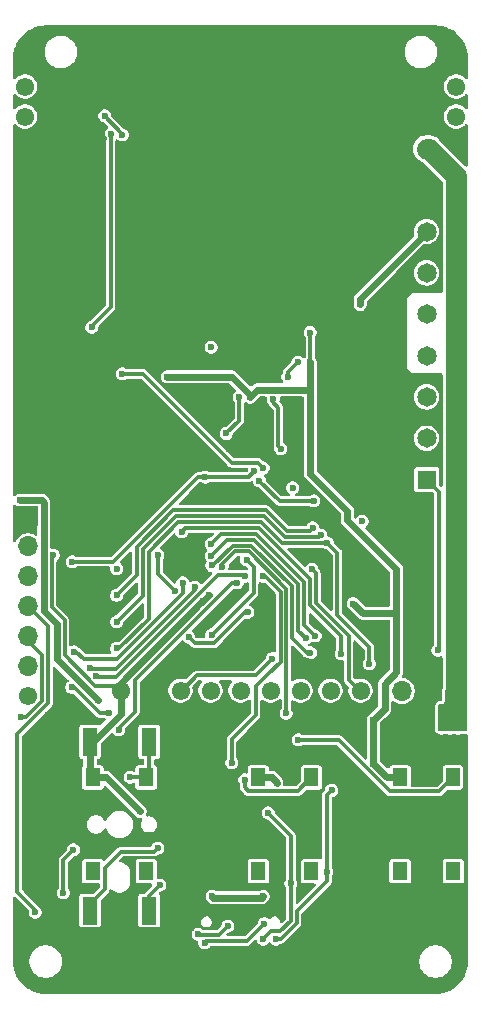
<source format=gbr>
%TF.GenerationSoftware,KiCad,Pcbnew,9.0.3*%
%TF.CreationDate,2025-10-10T19:55:00+02:00*%
%TF.ProjectId,AxxSolder,41787853-6f6c-4646-9572-2e6b69636164,rev?*%
%TF.SameCoordinates,Original*%
%TF.FileFunction,Copper,L1,Top*%
%TF.FilePolarity,Positive*%
%FSLAX46Y46*%
G04 Gerber Fmt 4.6, Leading zero omitted, Abs format (unit mm)*
G04 Created by KiCad (PCBNEW 9.0.3) date 2025-10-10 19:55:00*
%MOMM*%
%LPD*%
G01*
G04 APERTURE LIST*
%TA.AperFunction,ComponentPad*%
%ADD10C,1.550000*%
%TD*%
%TA.AperFunction,SMDPad,CuDef*%
%ADD11R,1.300000X1.550000*%
%TD*%
%TA.AperFunction,SMDPad,CuDef*%
%ADD12R,1.300000X2.400000*%
%TD*%
%TA.AperFunction,SMDPad,CuDef*%
%ADD13R,3.750000X4.000000*%
%TD*%
%TA.AperFunction,SMDPad,CuDef*%
%ADD14R,2.500000X3.200000*%
%TD*%
%TA.AperFunction,SMDPad,CuDef*%
%ADD15R,2.500000X2.700000*%
%TD*%
%TA.AperFunction,ComponentPad*%
%ADD16R,1.650000X1.650000*%
%TD*%
%TA.AperFunction,ComponentPad*%
%ADD17C,1.650000*%
%TD*%
%TA.AperFunction,ComponentPad*%
%ADD18R,1.700000X1.700000*%
%TD*%
%TA.AperFunction,ComponentPad*%
%ADD19O,1.700000X1.700000*%
%TD*%
%TA.AperFunction,ViaPad*%
%ADD20C,0.600000*%
%TD*%
%TA.AperFunction,Conductor*%
%ADD21C,0.600000*%
%TD*%
%TA.AperFunction,Conductor*%
%ADD22C,0.300000*%
%TD*%
%TA.AperFunction,Conductor*%
%ADD23C,1.800000*%
%TD*%
G04 APERTURE END LIST*
D10*
%TO.P,TP18,1,1*%
%TO.N,/SD_CS*%
X190660000Y-124080000D03*
%TD*%
D11*
%TO.P,S1,1*%
%TO.N,/S1*%
X172500000Y-131425000D03*
%TO.P,S1,2*%
%TO.N,+3.3V*%
X168000000Y-131425000D03*
%TO.P,S1,3*%
%TO.N,N/C*%
X172500000Y-139375000D03*
%TO.P,S1,4*%
X168000000Y-139375000D03*
%TD*%
D10*
%TO.P,J7,1,Pin_1*%
%TO.N,+3.3V*%
X170340000Y-124080000D03*
%TO.P,J7,2,Pin_2*%
%TO.N,GND*%
X172880000Y-124080000D03*
%TO.P,J7,3,Pin_3*%
%TO.N,/SPI_SCK*%
X175420000Y-124080000D03*
%TO.P,J7,4,Pin_4*%
%TO.N,unconnected-(J7-Pin_4-Pad4)*%
X177960000Y-124080000D03*
%TO.P,J7,5,Pin_5*%
%TO.N,/SPI_MOSI*%
X180500000Y-124080000D03*
%TO.P,J7,6,Pin_6*%
%TO.N,/SPI_CS*%
X183040000Y-124080000D03*
%TO.P,J7,7,Pin_7*%
%TO.N,/SPI_RST*%
X185580000Y-124080000D03*
%TO.P,J7,8,Pin_8*%
%TO.N,/SPI_DC*%
X188120000Y-124080000D03*
%TD*%
D11*
%TO.P,S3,1*%
%TO.N,Net-(R46-Pad2)*%
X198500000Y-131425000D03*
%TO.P,S3,2*%
%TO.N,+3.3V*%
X194000000Y-131425000D03*
%TO.P,S3,3*%
%TO.N,N/C*%
X198500000Y-139375000D03*
%TO.P,S3,4*%
X194000000Y-139375000D03*
%TD*%
D12*
%TO.P,U2,A1*%
%TO.N,Net-(R47-Pad2)*%
X167750000Y-142700000D03*
%TO.P,U2,B1*%
%TO.N,GND*%
X170250000Y-142700000D03*
%TO.P,U2,C1*%
%TO.N,Net-(R48-Pad2)*%
X172750000Y-142700000D03*
%TO.P,U2,D1*%
%TO.N,+3.3V*%
X167750000Y-128400000D03*
%TO.P,U2,E1*%
%TO.N,/S1*%
X172750000Y-128400000D03*
D13*
%TO.P,U2,MP*%
%TO.N,GND*%
X163875000Y-135400000D03*
D14*
X165250000Y-127500000D03*
D15*
X165250000Y-143050000D03*
D14*
X175250000Y-127500000D03*
D15*
X175250000Y-143050000D03*
D13*
X176625000Y-135400000D03*
%TD*%
D10*
%TO.P,TP13,1,1*%
%TO.N,/USART_RX*%
X162500000Y-124550000D03*
%TD*%
%TO.P,J6,1,Pin_1*%
%TO.N,unconnected-(J6-Pin_1-Pad1)*%
X198750000Y-72925000D03*
%TO.P,J6,2,Pin_2*%
%TO.N,unconnected-(J6-Pin_2-Pad2)*%
X198750000Y-75465000D03*
%TD*%
D11*
%TO.P,S2,1*%
%TO.N,Net-(R43-Pad2)*%
X186500000Y-131425000D03*
%TO.P,S2,2*%
%TO.N,+3.3V*%
X182000000Y-131425000D03*
%TO.P,S2,3*%
%TO.N,N/C*%
X186500000Y-139375000D03*
%TO.P,S2,4*%
X182000000Y-139375000D03*
%TD*%
D10*
%TO.P,J5,1,Pin_1*%
%TO.N,unconnected-(J5-Pin_1-Pad1)*%
X162250000Y-72925000D03*
%TO.P,J5,2,Pin_2*%
%TO.N,unconnected-(J5-Pin_2-Pad2)*%
X162250000Y-75465000D03*
%TD*%
D16*
%TO.P,J2,1,1*%
%TO.N,/S_sense*%
X196250000Y-106200000D03*
D17*
%TO.P,J2,2,2*%
%TO.N,/H_sense2*%
X196250000Y-102700000D03*
%TO.P,J2,3,3*%
%TO.N,/H_sense1*%
X196250000Y-99200000D03*
%TO.P,J2,4,4*%
%TO.N,Earth*%
X196250000Y-95700000D03*
%TO.P,J2,5,5*%
%TO.N,/GREEN*%
X196250000Y-92200000D03*
%TO.P,J2,6,6*%
%TO.N,/BLUE*%
X196250000Y-88700000D03*
%TO.P,J2,7,7*%
%TO.N,/RED*%
X196250000Y-85200000D03*
%TO.P,J2,8,8*%
%TO.N,GND*%
X196250000Y-81700000D03*
%TO.P,J2,9,9*%
%TO.N,/VDD_IN*%
X196250000Y-78200000D03*
%TD*%
D18*
%TO.P,J3,1,Pin_1*%
%TO.N,GND*%
X196675000Y-124100000D03*
D19*
%TO.P,J3,2,Pin_2*%
%TO.N,/USR4*%
X194135000Y-124100000D03*
%TD*%
D18*
%TO.P,J4,1,Pin_1*%
%TO.N,GND*%
X162500000Y-109310000D03*
D19*
%TO.P,J4,2,Pin_2*%
%TO.N,+3.3V*%
X162500000Y-111850000D03*
%TO.P,J4,3,Pin_3*%
%TO.N,/NRST*%
X162500000Y-114390000D03*
%TO.P,J4,4,Pin_4*%
%TO.N,/SWCLK*%
X162500000Y-116930000D03*
%TO.P,J4,5,Pin_5*%
%TO.N,/SWDIO*%
X162500000Y-119470000D03*
%TO.P,J4,6,Pin_6*%
%TO.N,/USART_TX*%
X162500000Y-122010000D03*
%TD*%
D20*
%TO.N,+3.3V*%
X190037500Y-116700000D03*
X186400000Y-96275000D03*
X189550000Y-108850000D03*
X177859620Y-115959620D03*
X181313003Y-99213239D03*
X186400000Y-93750000D03*
X172000000Y-134300000D03*
X177350000Y-116469240D03*
X191750000Y-126550000D03*
X193700000Y-122485000D03*
X193700000Y-118485000D03*
X174300000Y-97500000D03*
X191750000Y-130250000D03*
X164650000Y-112600000D03*
X193700000Y-113735000D03*
X183550250Y-131850251D03*
%TO.N,/SWCLK*%
X177460268Y-145400000D03*
X182500000Y-143800000D03*
X163095552Y-142814791D03*
X166400000Y-120800000D03*
X175600000Y-114950000D03*
%TO.N,/SWDIO*%
X167710770Y-122150000D03*
X161900000Y-126300000D03*
X176894620Y-144706460D03*
X179400000Y-144000000D03*
X176600000Y-115300000D03*
%TO.N,/RED*%
X190625000Y-91375000D03*
%TO.N,/SPI_SCK*%
X183189202Y-121365547D03*
%TO.N,GND*%
X176800000Y-133200000D03*
X185460336Y-94763100D03*
X180800000Y-80400000D03*
X162500000Y-81500000D03*
X173450000Y-126500000D03*
X179600000Y-127400000D03*
X180550000Y-144350000D03*
X165850000Y-130200000D03*
X193500000Y-80750000D03*
X176850000Y-68050000D03*
X176600000Y-93500000D03*
X161750000Y-85250000D03*
X179400000Y-78200000D03*
X176600000Y-91500000D03*
X173850000Y-68050000D03*
X172200000Y-75200000D03*
X173700000Y-72400000D03*
X164300000Y-102500000D03*
X174600000Y-68750000D03*
X163500000Y-104000000D03*
X161750000Y-83750000D03*
X186000000Y-126000000D03*
X162500000Y-82250000D03*
X161750000Y-82250000D03*
X195904352Y-114480648D03*
X175200000Y-86100000D03*
X187400000Y-94250000D03*
X186750000Y-89500000D03*
X161750000Y-84500000D03*
X179400000Y-80400000D03*
X182250000Y-89500000D03*
X175600000Y-139350000D03*
X184000000Y-105550000D03*
X170100000Y-68750000D03*
X174700000Y-84500000D03*
X162500000Y-85250000D03*
X163000000Y-140000000D03*
X163400000Y-91200000D03*
X192750000Y-80750000D03*
X177600000Y-68050000D03*
X186750000Y-87750000D03*
X166450000Y-117700000D03*
X162500000Y-80750000D03*
X171950000Y-132900000D03*
X163500000Y-104750000D03*
X186750000Y-90250000D03*
X180200000Y-120700000D03*
X167200000Y-117700000D03*
X192900000Y-111035000D03*
X170850000Y-68050000D03*
X180800000Y-78200000D03*
X163400000Y-90400000D03*
X187500000Y-126000000D03*
X163400000Y-92000000D03*
X165100000Y-125499998D03*
X162500000Y-83000000D03*
X188350000Y-121600000D03*
X191800000Y-132500000D03*
X172950000Y-72400000D03*
X173100000Y-68050000D03*
X182700000Y-125900000D03*
X195350000Y-131350000D03*
X178700000Y-78200000D03*
X194400000Y-128650000D03*
X191250000Y-125500000D03*
X164300000Y-104750000D03*
X172950000Y-75200000D03*
X174600000Y-68050000D03*
X180950000Y-120700000D03*
X167150000Y-90950000D03*
X161750000Y-81500000D03*
X181500000Y-80400000D03*
X193500000Y-80000000D03*
X180750000Y-89500000D03*
X191075000Y-137250000D03*
X186000000Y-90250000D03*
X192900000Y-115535000D03*
X166600000Y-132800000D03*
X185250000Y-88500000D03*
X197258409Y-122485000D03*
X176600000Y-92500000D03*
X162250000Y-133000000D03*
X186100000Y-121600000D03*
X191900000Y-146550000D03*
X170200000Y-130200000D03*
X181500000Y-90300000D03*
X174700000Y-111400000D03*
X186750000Y-88500000D03*
X177600000Y-68750000D03*
X173850000Y-68750000D03*
X180900000Y-83500000D03*
X195000000Y-80750000D03*
X179506990Y-103593010D03*
X173700000Y-75200000D03*
X185250000Y-87750000D03*
X186545379Y-112300000D03*
X186400000Y-92000000D03*
X162600000Y-92000000D03*
X161750000Y-80000000D03*
X194250000Y-80750000D03*
X194250000Y-80000000D03*
X185250000Y-89500000D03*
X188250000Y-126000000D03*
X183400000Y-139500000D03*
X162500000Y-83750000D03*
X186000000Y-88500000D03*
X165430000Y-89240000D03*
X195000000Y-80000000D03*
X175350000Y-68750000D03*
X171367566Y-138350000D03*
X177005000Y-141600000D03*
X180100000Y-80400000D03*
X177931739Y-118550000D03*
X164300000Y-103250000D03*
X192650000Y-146550000D03*
X180950000Y-140600000D03*
X164300000Y-104000000D03*
X166000000Y-112400000D03*
X192750000Y-80000000D03*
X172350000Y-68750000D03*
X162600000Y-91200000D03*
X170100000Y-68050000D03*
X177700000Y-107700000D03*
X169200000Y-142900000D03*
X161750000Y-83000000D03*
X193400000Y-146550000D03*
X174100000Y-112000000D03*
X182250000Y-90300000D03*
X166533958Y-76850000D03*
X185250000Y-90250000D03*
X192900000Y-120035000D03*
X195909340Y-110006840D03*
X175900000Y-86100000D03*
X177650000Y-121450000D03*
X171450000Y-72400000D03*
X168822368Y-77320902D03*
X189800000Y-113800000D03*
X191149953Y-135750047D03*
X191150000Y-132500000D03*
X180300000Y-113600000D03*
X169450000Y-130200000D03*
X184013283Y-143220920D03*
X176100000Y-68050000D03*
X195893750Y-118991250D03*
X180100000Y-78200000D03*
X172350000Y-68050000D03*
X167400000Y-132800000D03*
X180750000Y-90300000D03*
X186000000Y-89500000D03*
X181850000Y-102100000D03*
X172100000Y-83900000D03*
X176100000Y-68750000D03*
X163500000Y-103250000D03*
X162500000Y-80000000D03*
X171600000Y-68050000D03*
X166600000Y-130200000D03*
X185250000Y-126000000D03*
X171450000Y-75200000D03*
X163500000Y-102500000D03*
X163000000Y-133000000D03*
X173100000Y-68750000D03*
X178700000Y-80400000D03*
X186000000Y-87750000D03*
X161750000Y-80750000D03*
X181500000Y-89500000D03*
X171600000Y-68750000D03*
X179200000Y-135250000D03*
X162500000Y-84500000D03*
X172200000Y-72400000D03*
X170850000Y-68750000D03*
X195750000Y-80000000D03*
X175600000Y-138600000D03*
X167150000Y-112400000D03*
X176850000Y-68750000D03*
X177000000Y-119400000D03*
X175350000Y-68050000D03*
%TO.N,/SD_CS*%
X186544057Y-113799916D03*
%TO.N,/NRST*%
X181664682Y-105515136D03*
X177525000Y-105984258D03*
X166252983Y-113158949D03*
%TO.N,/VBUS*%
X178100000Y-141497000D03*
X182400000Y-141497000D03*
%TO.N,/SCL*%
X178067737Y-113475373D03*
X186415136Y-120864682D03*
%TO.N,/SDA*%
X175500000Y-110600000D03*
X189004670Y-120960431D03*
%TO.N,/VDD_IN*%
X198200000Y-124250000D03*
X197500000Y-127250000D03*
X197500000Y-125750000D03*
X198900000Y-125000000D03*
X197500000Y-126500000D03*
X198200000Y-125750000D03*
X198200000Y-126500000D03*
X198900000Y-124250000D03*
X198200000Y-125000000D03*
X198900000Y-127250000D03*
X198900000Y-126500000D03*
X198900000Y-125750000D03*
X198200000Y-127250000D03*
%TO.N,/CC2*%
X184750000Y-140400000D03*
X182400000Y-145100000D03*
X182827880Y-134427880D03*
%TO.N,/CC1*%
X188200000Y-132525000D03*
X183484620Y-145101893D03*
X187800000Y-139400000D03*
%TO.N,/TC*%
X183250000Y-99401024D03*
X184900000Y-106900000D03*
X183900000Y-103600000D03*
%TO.N,/SW2*%
X182401168Y-114398832D03*
X179750342Y-130196097D03*
%TO.N,/SW3*%
X178949977Y-113569262D03*
X184350000Y-126000000D03*
%TO.N,/Heater*%
X178000000Y-95000000D03*
%TO.N,/ENC_A*%
X181001168Y-112998832D03*
X178050000Y-119341045D03*
%TO.N,Net-(IC2A--)*%
X184500000Y-97500000D03*
X185350000Y-96250000D03*
%TO.N,Net-(IC3-FB)*%
X170493927Y-77024177D03*
X169000000Y-75400000D03*
%TO.N,VDD*%
X169532080Y-76950000D03*
X167900000Y-93300000D03*
%TO.N,/USR1*%
X174913085Y-115613086D03*
X176103631Y-119554085D03*
X173500000Y-112600000D03*
X181116396Y-117416396D03*
X170000000Y-113750000D03*
%TO.N,/USR2*%
X186600000Y-110300000D03*
X170000000Y-116000000D03*
%TO.N,/USART_RX*%
X180200866Y-114942620D03*
X166200000Y-123800000D03*
X169350000Y-125950000D03*
X170200000Y-127400000D03*
%TO.N,/CURRENT*%
X179300000Y-102300000D03*
X180396640Y-99233885D03*
%TO.N,/USR3*%
X187290380Y-110909620D03*
X170000000Y-118250000D03*
%TO.N,/USR4*%
X191400000Y-121800000D03*
X170000000Y-120500000D03*
X187850000Y-111550000D03*
%TO.N,/VBUS_IN*%
X170500000Y-97250000D03*
X182400000Y-105200000D03*
%TO.N,/USART_TX*%
X180850000Y-114381291D03*
X168287166Y-122849431D03*
%TO.N,/CC2_*%
X186000000Y-119600000D03*
X178000000Y-112650000D03*
%TO.N,/CC1_*%
X186800000Y-119425000D03*
X178000000Y-111650000D03*
%TO.N,/S_sense*%
X197200000Y-120660000D03*
%TO.N,+7.5V*%
X168450000Y-124900000D03*
X166350000Y-137550000D03*
X165500000Y-141200000D03*
X161850000Y-107959998D03*
%TO.N,/I_LEAK*%
X190800000Y-109750000D03*
X182100000Y-106300000D03*
X186700000Y-108000000D03*
%TO.N,Net-(R43-Pad2)*%
X180849998Y-131631675D03*
%TO.N,Net-(R46-Pad2)*%
X185400000Y-128250000D03*
%TO.N,Net-(R47-Pad2)*%
X173470468Y-137424991D03*
%TO.N,Net-(R48-Pad2)*%
X173639178Y-140541778D03*
%TO.N,/S1*%
X171150000Y-131400000D03*
%TD*%
D21*
%TO.N,+3.3V*%
X168000000Y-131425000D02*
X169125000Y-131425000D01*
X181926242Y-98600000D02*
X186250000Y-98600000D01*
D22*
X165600000Y-121081503D02*
X165600000Y-118130762D01*
D21*
X192700000Y-125600000D02*
X192700000Y-123485000D01*
D22*
X164500000Y-117030762D02*
X164500000Y-112750000D01*
D21*
X191750000Y-130250000D02*
X192925000Y-131425000D01*
X167750000Y-128400000D02*
X167750000Y-131175000D01*
X191750000Y-126550000D02*
X191750000Y-130250000D01*
D22*
X170500000Y-124100000D02*
X170360000Y-124100000D01*
D21*
X170360000Y-126071371D02*
X168031371Y-128400000D01*
X191750000Y-126550000D02*
X192700000Y-125600000D01*
X192700000Y-123485000D02*
X193700000Y-122485000D01*
X186400000Y-98750000D02*
X186400000Y-105700000D01*
X183124999Y-131425000D02*
X182000000Y-131425000D01*
X189550000Y-109650000D02*
X193635000Y-113735000D01*
X181313003Y-99213239D02*
X181313003Y-99013003D01*
X190037500Y-116700000D02*
X190837500Y-117500000D01*
X177350000Y-116469240D02*
X177859620Y-115959620D01*
X189550000Y-108850000D02*
X189550000Y-109650000D01*
X169125000Y-131425000D02*
X172000000Y-134300000D01*
X186400000Y-105700000D02*
X189550000Y-108850000D01*
X168031371Y-128400000D02*
X167750000Y-128400000D01*
D22*
X186400000Y-96275000D02*
X186400000Y-93750000D01*
X170360000Y-124100000D02*
X169910000Y-123650000D01*
D21*
X193700000Y-118485000D02*
X193700000Y-122485000D01*
X183550250Y-131850251D02*
X183124999Y-131425000D01*
X177178861Y-116600000D02*
X170360000Y-123418861D01*
D22*
X165600000Y-118130762D02*
X164500000Y-117030762D01*
D21*
X181313003Y-99013003D02*
X179800000Y-97500000D01*
X193700000Y-113735000D02*
X193700000Y-117500000D01*
X170360000Y-123418861D02*
X170360000Y-124100000D01*
D22*
X164500000Y-112750000D02*
X164650000Y-112600000D01*
D21*
X177219238Y-116600000D02*
X177178861Y-116600000D01*
X190837500Y-117500000D02*
X193700000Y-117500000D01*
X167750000Y-131175000D02*
X168000000Y-131425000D01*
X192925000Y-131425000D02*
X194000000Y-131425000D01*
D22*
X168168497Y-123650000D02*
X165600000Y-121081503D01*
D21*
X177859620Y-115959620D02*
X177219238Y-116600000D01*
X179800000Y-97500000D02*
X174300000Y-97500000D01*
D22*
X193685000Y-118500000D02*
X193700000Y-118485000D01*
D21*
X186250000Y-98600000D02*
X186400000Y-98750000D01*
X186400000Y-96275000D02*
X186400000Y-98750000D01*
D22*
X169910000Y-123650000D02*
X168168497Y-123650000D01*
D21*
X193700000Y-117500000D02*
X193700000Y-118485000D01*
X181313003Y-99213239D02*
X181926242Y-98600000D01*
X170360000Y-124100000D02*
X170360000Y-126071371D01*
X193635000Y-113735000D02*
X193700000Y-113735000D01*
D22*
%TO.N,/SWCLK*%
X181050000Y-145250000D02*
X182500000Y-143800000D01*
X164200000Y-118630000D02*
X162500000Y-116930000D01*
X166600000Y-120800000D02*
X167200000Y-121400000D01*
X170045411Y-121400000D02*
X175600000Y-115845411D01*
X161600000Y-141107106D02*
X161600000Y-127748097D01*
X163095552Y-142814791D02*
X163095552Y-142602658D01*
X167200000Y-121400000D02*
X170045411Y-121400000D01*
X161600000Y-127748097D02*
X164200000Y-125148098D01*
X175600000Y-115845411D02*
X175600000Y-114950000D01*
X177460268Y-145400000D02*
X177610268Y-145250000D01*
X163095552Y-142602658D02*
X161600000Y-141107106D01*
X166400000Y-120800000D02*
X166600000Y-120800000D01*
X164200000Y-125148098D02*
X164200000Y-118630000D01*
X177610268Y-145250000D02*
X181050000Y-145250000D01*
%TO.N,/SWDIO*%
X176938160Y-144750000D02*
X178650000Y-144750000D01*
X161900000Y-126300000D02*
X162340991Y-126300000D01*
X169953086Y-122199431D02*
X176600000Y-115552517D01*
X162603553Y-119923532D02*
X162603553Y-119573553D01*
X167760201Y-122199431D02*
X169953086Y-122199431D01*
X163700000Y-121019979D02*
X162603553Y-119923532D01*
X162340991Y-126300000D02*
X163700000Y-124940991D01*
X163700000Y-124940991D02*
X163700000Y-121019979D01*
X176894620Y-144706460D02*
X176938160Y-144750000D01*
X178650000Y-144750000D02*
X179400000Y-144000000D01*
X176600000Y-115552517D02*
X176600000Y-115300000D01*
X167710770Y-122150000D02*
X167760201Y-122199431D01*
D21*
%TO.N,/RED*%
X190625000Y-91375000D02*
X190625000Y-90875000D01*
X196250000Y-85250000D02*
X196250000Y-85000000D01*
X190625000Y-90875000D02*
X196250000Y-85250000D01*
D22*
%TO.N,/SPI_SCK*%
X183189202Y-121365547D02*
X181779749Y-122775000D01*
X176797000Y-122775000D02*
X175420000Y-124152000D01*
X181779749Y-122775000D02*
X176797000Y-122775000D01*
%TO.N,GND*%
X196050937Y-110148437D02*
X195909340Y-110006840D01*
X172100000Y-83900000D02*
X174100000Y-83900000D01*
X195893750Y-118991250D02*
X196019988Y-118865012D01*
X180900000Y-104200000D02*
X180293010Y-103593010D01*
X186400000Y-90650000D02*
X186000000Y-90250000D01*
X165250000Y-134025000D02*
X165250000Y-127500000D01*
X170400000Y-144250000D02*
X166200000Y-144250000D01*
X196050937Y-114334063D02*
X196050937Y-110148437D01*
X176600000Y-135425000D02*
X176600000Y-141950000D01*
X166200000Y-144250000D02*
X165250000Y-143300000D01*
X162250000Y-137025000D02*
X163875000Y-135400000D01*
X196740000Y-124700000D02*
X196325000Y-124285000D01*
X165250000Y-143300000D02*
X164500000Y-143300000D01*
D21*
X186000000Y-90250000D02*
X185250000Y-90250000D01*
D22*
X170400000Y-142850000D02*
X170250000Y-142700000D01*
X182900000Y-140600000D02*
X183400000Y-140100000D01*
X183400000Y-140100000D02*
X183400000Y-139500000D01*
X176625000Y-135400000D02*
X176600000Y-135425000D01*
X174100000Y-83900000D02*
X174700000Y-84500000D01*
X193300000Y-135275000D02*
X193300000Y-135250000D01*
X171500000Y-141050000D02*
X170250000Y-142300000D01*
D21*
X168351466Y-76850000D02*
X166533958Y-76850000D01*
D22*
X186400000Y-92000000D02*
X187400000Y-93000000D01*
D21*
X186000000Y-88500000D02*
X185250000Y-88500000D01*
D22*
X175758475Y-128008475D02*
X175250000Y-127500000D01*
X170400000Y-144250000D02*
X170400000Y-142850000D01*
X174250000Y-126500000D02*
X175250000Y-127500000D01*
X174300000Y-144250000D02*
X170400000Y-144250000D01*
X176625000Y-135400000D02*
X175500000Y-134275000D01*
D21*
X185250000Y-88500000D02*
X185250000Y-87750000D01*
D22*
X176775000Y-135250000D02*
X176625000Y-135400000D01*
X180950000Y-140600000D02*
X182900000Y-140600000D01*
X171950000Y-132900000D02*
X174450000Y-135400000D01*
D21*
X185250000Y-89500000D02*
X185250000Y-88500000D01*
D22*
X179200000Y-137975000D02*
X176625000Y-135400000D01*
X174450000Y-135400000D02*
X176625000Y-135400000D01*
X191325000Y-137250000D02*
X193300000Y-135275000D01*
X173450000Y-126500000D02*
X174250000Y-126500000D01*
D21*
X196050000Y-81700000D02*
X192050000Y-81700000D01*
D22*
X196594976Y-135250000D02*
X199500000Y-132344976D01*
X165100000Y-127350000D02*
X165250000Y-127500000D01*
D21*
X168822368Y-77320902D02*
X168351466Y-76850000D01*
D22*
X196019988Y-118865012D02*
X196019988Y-114596284D01*
X163875000Y-135400000D02*
X165250000Y-134025000D01*
X176661226Y-138338774D02*
X176600000Y-138400000D01*
X191075000Y-137250000D02*
X191325000Y-137250000D01*
X179200000Y-138650000D02*
X179200000Y-137975000D01*
X165100000Y-125499998D02*
X165100000Y-127350000D01*
X163000000Y-140000000D02*
X163875000Y-139125000D01*
D21*
X185250000Y-90250000D02*
X185250000Y-89500000D01*
X185250000Y-89500000D02*
X186000000Y-89500000D01*
D22*
X170250000Y-142300000D02*
X170250000Y-142700000D01*
X187400000Y-93000000D02*
X187400000Y-94250000D01*
D21*
X185250000Y-87750000D02*
X186000000Y-87750000D01*
D22*
X196019988Y-114596284D02*
X195904352Y-114480648D01*
X164500000Y-143300000D02*
X163000000Y-141800000D01*
X184000000Y-105550000D02*
X182650000Y-104200000D01*
X196325000Y-124285000D02*
X196325000Y-123418409D01*
X195904352Y-114480648D02*
X196050937Y-114334063D01*
X175250000Y-127500000D02*
X175250000Y-126522000D01*
X186400000Y-92000000D02*
X186400000Y-90650000D01*
X163000000Y-141800000D02*
X163000000Y-140000000D01*
X173450000Y-124722000D02*
X172880000Y-124152000D01*
X197258409Y-122485000D02*
X195893750Y-121120341D01*
X173450000Y-126500000D02*
X173450000Y-124722000D01*
X163875000Y-139125000D02*
X163875000Y-135400000D01*
X196740000Y-127740000D02*
X196740000Y-124700000D01*
D21*
X192050000Y-81700000D02*
X186000000Y-87750000D01*
D22*
X196325000Y-123418409D02*
X197258409Y-122485000D01*
X179200000Y-135250000D02*
X176775000Y-135250000D01*
X171367566Y-138350000D02*
X171500000Y-138482434D01*
X176625000Y-137410492D02*
X176625000Y-135400000D01*
X176600000Y-141950000D02*
X174300000Y-144250000D01*
X193300000Y-135250000D02*
X196594976Y-135250000D01*
X182650000Y-104200000D02*
X180900000Y-104200000D01*
X199500000Y-130500000D02*
X196740000Y-127740000D01*
X171500000Y-138482434D02*
X171500000Y-141050000D01*
X195893750Y-121120341D02*
X195893750Y-118991250D01*
X199500000Y-132344976D02*
X199500000Y-130500000D01*
X180293010Y-103593010D02*
X179506990Y-103593010D01*
%TO.N,/SD_CS*%
X189654670Y-123146670D02*
X190660000Y-124152000D01*
X186880000Y-116649239D02*
X189654670Y-119423909D01*
X186880000Y-114135859D02*
X186880000Y-116649239D01*
X189654670Y-119423909D02*
X189654670Y-123146670D01*
X186544057Y-113799916D02*
X186880000Y-114135859D01*
%TO.N,/NRST*%
X181179818Y-106000000D02*
X181664682Y-105515136D01*
X176894424Y-105984258D02*
X169719733Y-113158949D01*
X177540742Y-106000000D02*
X181179818Y-106000000D01*
X169719733Y-113158949D02*
X166252983Y-113158949D01*
X177525000Y-105984258D02*
X176894424Y-105984258D01*
X177525000Y-105984258D02*
X177540742Y-106000000D01*
D21*
%TO.N,/VBUS*%
X178203000Y-141600000D02*
X178100000Y-141497000D01*
X182297000Y-141600000D02*
X178203000Y-141600000D01*
X182400000Y-141497000D02*
X182297000Y-141600000D01*
D22*
%TO.N,/SCL*%
X184880000Y-119599239D02*
X186145443Y-120864682D01*
X184880000Y-115251317D02*
X184880000Y-119599239D01*
X178067737Y-113475373D02*
X178124627Y-113475373D01*
X181413302Y-111784620D02*
X184880000Y-115251317D01*
X178124627Y-113475373D02*
X179815380Y-111784620D01*
X186145443Y-120864682D02*
X186415136Y-120864682D01*
X179815380Y-111784620D02*
X181413302Y-111784620D01*
%TO.N,/SDA*%
X189004670Y-119481015D02*
X189004670Y-120960431D01*
X175500000Y-110600000D02*
X175815380Y-110284620D01*
X175815380Y-110284620D02*
X182034620Y-110284620D01*
X186380000Y-114629998D02*
X186380000Y-116856345D01*
X186380000Y-116856345D02*
X189004670Y-119481015D01*
X182034620Y-110284620D02*
X186380000Y-114629998D01*
D23*
%TO.N,/VDD_IN*%
X198750000Y-80500000D02*
X198750000Y-126000000D01*
X198750000Y-126000000D02*
X198250000Y-126500000D01*
D22*
X199000000Y-127250000D02*
X199000000Y-125750000D01*
D23*
X196450000Y-78200000D02*
X198750000Y-80500000D01*
D22*
X199000000Y-124250000D02*
X199000000Y-124241591D01*
D23*
X196250000Y-78200000D02*
X196450000Y-78200000D01*
D22*
%TO.N,/CC2*%
X183848107Y-144451893D02*
X184750000Y-143550000D01*
X184750000Y-136350000D02*
X184750000Y-140400000D01*
X183048107Y-144451893D02*
X183848107Y-144451893D01*
X182400000Y-145100000D02*
X183048107Y-144451893D01*
X184750000Y-143550000D02*
X184750000Y-140400000D01*
X182827880Y-134427880D02*
X184750000Y-136350000D01*
%TO.N,/CC1*%
X185250000Y-142750000D02*
X187800000Y-140200000D01*
X185250000Y-143757106D02*
X185250000Y-142750000D01*
X183905213Y-145101893D02*
X185250000Y-143757106D01*
X187800000Y-132925000D02*
X187800000Y-139400000D01*
X183484620Y-145101893D02*
X183905213Y-145101893D01*
X187800000Y-140200000D02*
X187800000Y-139400000D01*
X188200000Y-132525000D02*
X187800000Y-132925000D01*
%TO.N,/TC*%
X183700000Y-103400000D02*
X183900000Y-103600000D01*
X183250000Y-99650000D02*
X183700000Y-100100000D01*
X183700000Y-100100000D02*
X183700000Y-103400000D01*
X183250000Y-99401024D02*
X183250000Y-99650000D01*
%TO.N,/SW2*%
X183880000Y-121611341D02*
X183880000Y-115680000D01*
X183880000Y-115680000D02*
X182598832Y-114398832D01*
X179750342Y-130196097D02*
X179750342Y-128199658D01*
X181775000Y-123687943D02*
X182790204Y-122672739D01*
X181775000Y-126175000D02*
X181775000Y-123687943D01*
X182598832Y-114398832D02*
X182401168Y-114398832D01*
X179750342Y-128199658D02*
X181775000Y-126175000D01*
X182818602Y-122672739D02*
X183880000Y-121611341D01*
X182790204Y-122672739D02*
X182818602Y-122672739D01*
%TO.N,/SW3*%
X180022486Y-112284620D02*
X181206196Y-112284620D01*
X181206196Y-112284620D02*
X184380000Y-115458424D01*
X178949977Y-113357129D02*
X180022486Y-112284620D01*
X178949977Y-113569262D02*
X178949977Y-113357129D01*
X184350000Y-126000000D02*
X184380000Y-125970000D01*
X184380000Y-125970000D02*
X184380000Y-115458424D01*
%TO.N,/ENC_A*%
X181600000Y-115800978D02*
X178059933Y-119341045D01*
X181600000Y-113597664D02*
X181600000Y-115800978D01*
X181001168Y-112998832D02*
X181600000Y-113597664D01*
X178059933Y-119341045D02*
X178050000Y-119341045D01*
%TO.N,Net-(IC2A--)*%
X184500000Y-97100000D02*
X185350000Y-96250000D01*
X184500000Y-97500000D02*
X184500000Y-97100000D01*
%TO.N,Net-(IC3-FB)*%
X170493927Y-76943927D02*
X169000000Y-75450000D01*
X170493927Y-77024177D02*
X170493927Y-76943927D01*
X169000000Y-75400000D02*
X168900000Y-75400000D01*
X169000000Y-75450000D02*
X169000000Y-75400000D01*
%TO.N,VDD*%
X169532080Y-76950000D02*
X169500000Y-76982080D01*
X167900000Y-93200000D02*
X167900000Y-93300000D01*
X169500000Y-91600000D02*
X167900000Y-93200000D01*
X169500000Y-76982080D02*
X169500000Y-91600000D01*
%TO.N,/USR1*%
X173500000Y-114200000D02*
X173500000Y-112600000D01*
X178700000Y-119600000D02*
X178700000Y-119610284D01*
X178700000Y-119610284D02*
X178260284Y-120050000D01*
X180883604Y-117416396D02*
X178700000Y-119600000D01*
X178260284Y-120050000D02*
X176599546Y-120050000D01*
X181116396Y-117416396D02*
X180883604Y-117416396D01*
X176599546Y-120050000D02*
X176103631Y-119554085D01*
X174913085Y-115613086D02*
X173500000Y-114200000D01*
%TO.N,/USR2*%
X184466726Y-110559620D02*
X182691726Y-108784620D01*
X182691726Y-108784620D02*
X174801168Y-108784620D01*
X186340380Y-110559620D02*
X184466726Y-110559620D01*
X186600000Y-110300000D02*
X186340380Y-110559620D01*
X171708274Y-111877514D02*
X171708274Y-114291726D01*
X171708274Y-114291726D02*
X170000000Y-116000000D01*
X174801168Y-108784620D02*
X171708274Y-111877514D01*
%TO.N,/USART_RX*%
X166430762Y-123800000D02*
X168580762Y-125950000D01*
X168580762Y-125950000D02*
X169350000Y-125950000D01*
X171560000Y-123178476D02*
X171560000Y-125840000D01*
X180200866Y-114942620D02*
X179795856Y-114942620D01*
X171560000Y-125840000D02*
X170200000Y-127200000D01*
X170200000Y-127200000D02*
X170200000Y-127400000D01*
X166200000Y-123800000D02*
X166430762Y-123800000D01*
X179795856Y-114942620D02*
X171560000Y-123178476D01*
%TO.N,/CURRENT*%
X180396640Y-101203360D02*
X179300000Y-102300000D01*
X180396640Y-99233885D02*
X180396640Y-101203360D01*
%TO.N,/USR3*%
X182484620Y-109284620D02*
X175008274Y-109284620D01*
X184259620Y-111059620D02*
X182484620Y-109284620D01*
X172208274Y-116041726D02*
X170000000Y-118250000D01*
X172208274Y-112084620D02*
X172208274Y-116041726D01*
X187290380Y-110909620D02*
X187140380Y-111059620D01*
X175008274Y-109284620D02*
X172208274Y-112084620D01*
X187140380Y-111059620D02*
X184259620Y-111059620D01*
%TO.N,/USR4*%
X172708274Y-118030031D02*
X170238305Y-120500000D01*
X170238305Y-120500000D02*
X170000000Y-120500000D01*
X187840380Y-111559620D02*
X184016726Y-111559620D01*
X191400000Y-120400000D02*
X191400000Y-121800000D01*
X187850000Y-111550000D02*
X187840380Y-111559620D01*
X188700000Y-117700000D02*
X191400000Y-120400000D01*
X184016726Y-111559620D02*
X182241726Y-109784620D01*
X175215380Y-109784620D02*
X172708274Y-112291726D01*
X188700000Y-112400000D02*
X188700000Y-117700000D01*
X172708274Y-112291726D02*
X172708274Y-118030031D01*
X187850000Y-111550000D02*
X188700000Y-112400000D01*
X182241726Y-109784620D02*
X175215380Y-109784620D01*
%TO.N,/VBUS_IN*%
X179794740Y-104800000D02*
X172244740Y-97250000D01*
X182000000Y-104800000D02*
X179794740Y-104800000D01*
X182400000Y-105200000D02*
X182000000Y-104800000D01*
X172244740Y-97250000D02*
X170500000Y-97250000D01*
%TO.N,/USART_TX*%
X169960509Y-122899114D02*
X178567003Y-114292620D01*
X180761329Y-114292620D02*
X180850000Y-114381291D01*
X178567003Y-114292620D02*
X180761329Y-114292620D01*
X168336849Y-122899114D02*
X169960509Y-122899114D01*
X168287166Y-122849431D02*
X168336849Y-122899114D01*
%TO.N,/CC2_*%
X185380000Y-115044210D02*
X181620408Y-111284620D01*
X178019239Y-112650000D02*
X178000000Y-112650000D01*
X185380000Y-118980000D02*
X185380000Y-115044210D01*
X181620408Y-111284620D02*
X179384619Y-111284620D01*
X186000000Y-119600000D02*
X185380000Y-118980000D01*
X179384619Y-111284620D02*
X178019239Y-112650000D01*
%TO.N,/CC1_*%
X185880000Y-114837104D02*
X185880000Y-118505000D01*
X185880000Y-118505000D02*
X186800000Y-119425000D01*
X178000000Y-111650000D02*
X178865380Y-110784620D01*
X178865380Y-110784620D02*
X181827514Y-110784620D01*
X181827514Y-110784620D02*
X185880000Y-114837104D01*
%TO.N,/S_sense*%
X197300000Y-120560000D02*
X197300000Y-107250000D01*
X197300000Y-107250000D02*
X196250000Y-106200000D01*
X197200000Y-120660000D02*
X197300000Y-120560000D01*
D21*
%TO.N,+7.5V*%
X163659998Y-107959998D02*
X163850000Y-108150000D01*
D22*
X166350000Y-137550000D02*
X165500000Y-138400000D01*
X165500000Y-138400000D02*
X165500000Y-141200000D01*
D21*
X164950000Y-118400000D02*
X164950000Y-121400000D01*
X164950000Y-121400000D02*
X168450000Y-124900000D01*
X163850000Y-117300000D02*
X164950000Y-118400000D01*
X163850000Y-108150000D02*
X163850000Y-117300000D01*
X161850000Y-107959998D02*
X163659998Y-107959998D01*
D22*
%TO.N,/I_LEAK*%
X182100000Y-106300000D02*
X183800000Y-108000000D01*
X183800000Y-108000000D02*
X186700000Y-108000000D01*
%TO.N,Net-(R43-Pad2)*%
X180849998Y-132269998D02*
X181130000Y-132550000D01*
X186800000Y-131125000D02*
X186500000Y-131425000D01*
X185375000Y-132550000D02*
X186500000Y-131425000D01*
X181130000Y-132550000D02*
X185375000Y-132550000D01*
X180849998Y-131631675D02*
X180849998Y-132269998D01*
%TO.N,Net-(R46-Pad2)*%
X197325000Y-132600000D02*
X198500000Y-131425000D01*
X188800000Y-128250000D02*
X193150000Y-132600000D01*
X185400000Y-128250000D02*
X188800000Y-128250000D01*
X193150000Y-132600000D02*
X197325000Y-132600000D01*
%TO.N,Net-(R47-Pad2)*%
X169000000Y-140900000D02*
X167750000Y-142150000D01*
X169000000Y-139050000D02*
X169000000Y-140900000D01*
X167750000Y-142150000D02*
X167750000Y-142700000D01*
X170350000Y-137700000D02*
X169000000Y-139050000D01*
X173470468Y-137424991D02*
X173195459Y-137700000D01*
X173195459Y-137700000D02*
X170350000Y-137700000D01*
%TO.N,Net-(R48-Pad2)*%
X173639178Y-140541778D02*
X172750000Y-141430956D01*
X172750000Y-141430956D02*
X172750000Y-142700000D01*
%TO.N,/S1*%
X172475000Y-131400000D02*
X171150000Y-131400000D01*
X172750000Y-131175000D02*
X172500000Y-131425000D01*
X172750000Y-128400000D02*
X172750000Y-131175000D01*
X172500000Y-131425000D02*
X172475000Y-131400000D01*
%TD*%
%TA.AperFunction,Conductor*%
%TO.N,/VDD_IN*%
G36*
X199593039Y-124019685D02*
G01*
X199638794Y-124072489D01*
X199650000Y-124124000D01*
X199650000Y-127376000D01*
X199630315Y-127443039D01*
X199577511Y-127488794D01*
X199526000Y-127500000D01*
X197374000Y-127500000D01*
X197306961Y-127480315D01*
X197261206Y-127427511D01*
X197250000Y-127376000D01*
X197250000Y-125324500D01*
X197269685Y-125257461D01*
X197322489Y-125211706D01*
X197374000Y-125200500D01*
X197549676Y-125200500D01*
X197549677Y-125200499D01*
X197622740Y-125185966D01*
X197705601Y-125130601D01*
X197760966Y-125047740D01*
X197775500Y-124974674D01*
X197775500Y-124124000D01*
X197795185Y-124056961D01*
X197847989Y-124011206D01*
X197899500Y-124000000D01*
X199526000Y-124000000D01*
X199593039Y-124019685D01*
G37*
%TD.AperFunction*%
%TD*%
%TA.AperFunction,Conductor*%
%TO.N,GND*%
G36*
X197003471Y-67750695D02*
G01*
X197044188Y-67752981D01*
X197300900Y-67767397D01*
X197314703Y-67768953D01*
X197604953Y-67818269D01*
X197618510Y-67821363D01*
X197901413Y-67902866D01*
X197914537Y-67907459D01*
X198186527Y-68020120D01*
X198199049Y-68026149D01*
X198397673Y-68135925D01*
X198456726Y-68168563D01*
X198468500Y-68175961D01*
X198708604Y-68346323D01*
X198719476Y-68354993D01*
X198938997Y-68551169D01*
X198948830Y-68561002D01*
X199145006Y-68780523D01*
X199153676Y-68791395D01*
X199324038Y-69031499D01*
X199331436Y-69043273D01*
X199473846Y-69300943D01*
X199479879Y-69313472D01*
X199592540Y-69585462D01*
X199597133Y-69598586D01*
X199678636Y-69881489D01*
X199681730Y-69895046D01*
X199731045Y-70185288D01*
X199732602Y-70199106D01*
X199749305Y-70496527D01*
X199749500Y-70503480D01*
X199749500Y-72174861D01*
X199729815Y-72241900D01*
X199677011Y-72287655D01*
X199607853Y-72297599D01*
X199544297Y-72268574D01*
X199537819Y-72262542D01*
X199403718Y-72128441D01*
X199235762Y-72016217D01*
X199235752Y-72016212D01*
X199049127Y-71938909D01*
X199049119Y-71938907D01*
X198851007Y-71899500D01*
X198851003Y-71899500D01*
X198648997Y-71899500D01*
X198648992Y-71899500D01*
X198450880Y-71938907D01*
X198450872Y-71938909D01*
X198264247Y-72016212D01*
X198264237Y-72016217D01*
X198096281Y-72128441D01*
X197953441Y-72271281D01*
X197841217Y-72439237D01*
X197841212Y-72439247D01*
X197763909Y-72625872D01*
X197763907Y-72625880D01*
X197724500Y-72823992D01*
X197724500Y-73026007D01*
X197763907Y-73224119D01*
X197763909Y-73224127D01*
X197841212Y-73410752D01*
X197841217Y-73410762D01*
X197953441Y-73578718D01*
X198096281Y-73721558D01*
X198264237Y-73833782D01*
X198264241Y-73833784D01*
X198264244Y-73833786D01*
X198450873Y-73911091D01*
X198648992Y-73950499D01*
X198648996Y-73950500D01*
X198648997Y-73950500D01*
X198851004Y-73950500D01*
X198851005Y-73950499D01*
X199049127Y-73911091D01*
X199235756Y-73833786D01*
X199403718Y-73721558D01*
X199458983Y-73666293D01*
X199537819Y-73587458D01*
X199599142Y-73553973D01*
X199668834Y-73558957D01*
X199724767Y-73600829D01*
X199749184Y-73666293D01*
X199749500Y-73675139D01*
X199749500Y-74714861D01*
X199729815Y-74781900D01*
X199677011Y-74827655D01*
X199607853Y-74837599D01*
X199544297Y-74808574D01*
X199537819Y-74802542D01*
X199403718Y-74668441D01*
X199235762Y-74556217D01*
X199235752Y-74556212D01*
X199049127Y-74478909D01*
X199049119Y-74478907D01*
X198851007Y-74439500D01*
X198851003Y-74439500D01*
X198648997Y-74439500D01*
X198648992Y-74439500D01*
X198450880Y-74478907D01*
X198450872Y-74478909D01*
X198264247Y-74556212D01*
X198264237Y-74556217D01*
X198096281Y-74668441D01*
X197953441Y-74811281D01*
X197841217Y-74979237D01*
X197841212Y-74979247D01*
X197763909Y-75165872D01*
X197763907Y-75165880D01*
X197724500Y-75363992D01*
X197724500Y-75566007D01*
X197763907Y-75764119D01*
X197763909Y-75764127D01*
X197841212Y-75950752D01*
X197841217Y-75950762D01*
X197953441Y-76118718D01*
X198096281Y-76261558D01*
X198264237Y-76373782D01*
X198264241Y-76373784D01*
X198264244Y-76373786D01*
X198450873Y-76451091D01*
X198607974Y-76482340D01*
X198648992Y-76490499D01*
X198648996Y-76490500D01*
X198648997Y-76490500D01*
X198851004Y-76490500D01*
X198851005Y-76490499D01*
X199049127Y-76451091D01*
X199235756Y-76373786D01*
X199403718Y-76261558D01*
X199458983Y-76206293D01*
X199537819Y-76127458D01*
X199599142Y-76093973D01*
X199668834Y-76098957D01*
X199724767Y-76140829D01*
X199749184Y-76206293D01*
X199749500Y-76215139D01*
X199749500Y-79573083D01*
X199743262Y-79594326D01*
X199741683Y-79616414D01*
X199733609Y-79627199D01*
X199729815Y-79640122D01*
X199713083Y-79654619D01*
X199699813Y-79672348D01*
X199687190Y-79677056D01*
X199677011Y-79685877D01*
X199655095Y-79689028D01*
X199634349Y-79696767D01*
X199621185Y-79693903D01*
X199607853Y-79695821D01*
X199587712Y-79686623D01*
X199566076Y-79681917D01*
X199548348Y-79668646D01*
X199544297Y-79666796D01*
X199537821Y-79660766D01*
X199517098Y-79640044D01*
X199499501Y-79622447D01*
X199499497Y-79622444D01*
X197331893Y-77454840D01*
X197331884Y-77454830D01*
X197272896Y-77395842D01*
X197199501Y-77322447D01*
X197199497Y-77322444D01*
X197199493Y-77322440D01*
X197052997Y-77216006D01*
X197052996Y-77216005D01*
X197052994Y-77216004D01*
X197001300Y-77189664D01*
X196891639Y-77133788D01*
X196891636Y-77133787D01*
X196719410Y-77077829D01*
X196713570Y-77076904D01*
X196627057Y-77063201D01*
X196540546Y-77049499D01*
X196359454Y-77049499D01*
X196354343Y-77049499D01*
X196354319Y-77049500D01*
X196159449Y-77049500D01*
X195980589Y-77077829D01*
X195808363Y-77133787D01*
X195808360Y-77133788D01*
X195647002Y-77216006D01*
X195500505Y-77322441D01*
X195500500Y-77322445D01*
X195372445Y-77450500D01*
X195372441Y-77450505D01*
X195266006Y-77597002D01*
X195183788Y-77758360D01*
X195183787Y-77758363D01*
X195127829Y-77930589D01*
X195099500Y-78109448D01*
X195099500Y-78290551D01*
X195127829Y-78469410D01*
X195183787Y-78641636D01*
X195183788Y-78641639D01*
X195266006Y-78802997D01*
X195372441Y-78949494D01*
X195372445Y-78949499D01*
X195500500Y-79077554D01*
X195500505Y-79077558D01*
X195628287Y-79170396D01*
X195647006Y-79183996D01*
X195808361Y-79266211D01*
X195899733Y-79295899D01*
X195949095Y-79326148D01*
X197563181Y-80940234D01*
X197596666Y-81001557D01*
X197599500Y-81027915D01*
X197599500Y-90276000D01*
X197579815Y-90343039D01*
X197527011Y-90388794D01*
X197475500Y-90400000D01*
X194999999Y-90400000D01*
X194600000Y-90799999D01*
X194600000Y-90800000D01*
X194600000Y-96800000D01*
X195000000Y-97200000D01*
X197475500Y-97200000D01*
X197542539Y-97219685D01*
X197588294Y-97272489D01*
X197599500Y-97324000D01*
X197599500Y-106683745D01*
X197593261Y-106704990D01*
X197591682Y-106727079D01*
X197583609Y-106737862D01*
X197579815Y-106750784D01*
X197563081Y-106765283D01*
X197549810Y-106783012D01*
X197537189Y-106787719D01*
X197527011Y-106796539D01*
X197505093Y-106799690D01*
X197484346Y-106807429D01*
X197471185Y-106804566D01*
X197457853Y-106806483D01*
X197437709Y-106797283D01*
X197416073Y-106792577D01*
X197398347Y-106779308D01*
X197394297Y-106777458D01*
X197387819Y-106771426D01*
X197361819Y-106745426D01*
X197328334Y-106684103D01*
X197325500Y-106657745D01*
X197325500Y-105350323D01*
X197325499Y-105350321D01*
X197310967Y-105277264D01*
X197310966Y-105277260D01*
X197293108Y-105250533D01*
X197255601Y-105194399D01*
X197172740Y-105139034D01*
X197172739Y-105139033D01*
X197172735Y-105139032D01*
X197099677Y-105124500D01*
X197099674Y-105124500D01*
X195400326Y-105124500D01*
X195400323Y-105124500D01*
X195327264Y-105139032D01*
X195327260Y-105139033D01*
X195244399Y-105194399D01*
X195189033Y-105277260D01*
X195189032Y-105277264D01*
X195174500Y-105350321D01*
X195174500Y-107049678D01*
X195189032Y-107122735D01*
X195189033Y-107122739D01*
X195189034Y-107122740D01*
X195244399Y-107205601D01*
X195292905Y-107238011D01*
X195327260Y-107260966D01*
X195327264Y-107260967D01*
X195400321Y-107275499D01*
X195400324Y-107275500D01*
X195400326Y-107275500D01*
X196707745Y-107275500D01*
X196737185Y-107284144D01*
X196767172Y-107290668D01*
X196772187Y-107294422D01*
X196774784Y-107295185D01*
X196795426Y-107311819D01*
X196863181Y-107379574D01*
X196896666Y-107440897D01*
X196899500Y-107467255D01*
X196899500Y-120130613D01*
X196879815Y-120197652D01*
X196863182Y-120218294D01*
X196759488Y-120321988D01*
X196687017Y-120447511D01*
X196687016Y-120447515D01*
X196649500Y-120587525D01*
X196649500Y-120732475D01*
X196677780Y-120838015D01*
X196687017Y-120872488D01*
X196759488Y-120998011D01*
X196759490Y-120998013D01*
X196759491Y-120998015D01*
X196861985Y-121100509D01*
X196861986Y-121100510D01*
X196861988Y-121100511D01*
X196987511Y-121172982D01*
X196987512Y-121172982D01*
X196987515Y-121172984D01*
X197127525Y-121210500D01*
X197127528Y-121210500D01*
X197272472Y-121210500D01*
X197272475Y-121210500D01*
X197412485Y-121172984D01*
X197413495Y-121172400D01*
X197414457Y-121172167D01*
X197419999Y-121169872D01*
X197420356Y-121170735D01*
X197481393Y-121155925D01*
X197547421Y-121178774D01*
X197590615Y-121233692D01*
X197599500Y-121279785D01*
X197599500Y-123859941D01*
X197585375Y-123917417D01*
X197550034Y-123984977D01*
X197530351Y-124052009D01*
X197530348Y-124052021D01*
X197520000Y-124123998D01*
X197520000Y-124821000D01*
X197500315Y-124888039D01*
X197447511Y-124933794D01*
X197396000Y-124945000D01*
X197373997Y-124945000D01*
X197319687Y-124950838D01*
X197268181Y-124962043D01*
X197268172Y-124962046D01*
X197241807Y-124969279D01*
X197241796Y-124969283D01*
X197155181Y-125018605D01*
X197155173Y-125018611D01*
X197102371Y-125064363D01*
X197070743Y-125097140D01*
X197024534Y-125185477D01*
X197024533Y-125185477D01*
X197004851Y-125252509D01*
X197004848Y-125252521D01*
X196994500Y-125324498D01*
X196994500Y-125494782D01*
X196987641Y-125529268D01*
X196989120Y-125529665D01*
X196987017Y-125537513D01*
X196987016Y-125537515D01*
X196949500Y-125677525D01*
X196949500Y-125822475D01*
X196985746Y-125957745D01*
X196988840Y-125969292D01*
X196989477Y-125970283D01*
X196994500Y-126005218D01*
X196994500Y-126244782D01*
X196987641Y-126279268D01*
X196989120Y-126279665D01*
X196987017Y-126287513D01*
X196987016Y-126287515D01*
X196949500Y-126427525D01*
X196949500Y-126572475D01*
X196987016Y-126712485D01*
X196988840Y-126719292D01*
X196989477Y-126720283D01*
X196994500Y-126755218D01*
X196994500Y-126994782D01*
X196987641Y-127029268D01*
X196989120Y-127029665D01*
X196987017Y-127037513D01*
X196987016Y-127037515D01*
X196949500Y-127177525D01*
X196949500Y-127322475D01*
X196987016Y-127462485D01*
X196987017Y-127462488D01*
X197059488Y-127588011D01*
X197059490Y-127588013D01*
X197059491Y-127588015D01*
X197079847Y-127608371D01*
X197113867Y-127647632D01*
X197146641Y-127679257D01*
X197155221Y-127683745D01*
X197161985Y-127690509D01*
X197177558Y-127699500D01*
X197287511Y-127762982D01*
X197287512Y-127762982D01*
X197287515Y-127762984D01*
X197427525Y-127800500D01*
X197427528Y-127800500D01*
X197572472Y-127800500D01*
X197572475Y-127800500D01*
X197712485Y-127762984D01*
X197712487Y-127762982D01*
X197719293Y-127761159D01*
X197720283Y-127760523D01*
X197755218Y-127755500D01*
X197944782Y-127755500D01*
X197979268Y-127762358D01*
X197979665Y-127760880D01*
X197987513Y-127762982D01*
X197987515Y-127762984D01*
X198127525Y-127800500D01*
X198127528Y-127800500D01*
X198272472Y-127800500D01*
X198272475Y-127800500D01*
X198412485Y-127762984D01*
X198412487Y-127762982D01*
X198419293Y-127761159D01*
X198420283Y-127760523D01*
X198455218Y-127755500D01*
X198644782Y-127755500D01*
X198679268Y-127762358D01*
X198679665Y-127760880D01*
X198687513Y-127762982D01*
X198687515Y-127762984D01*
X198827525Y-127800500D01*
X198827528Y-127800500D01*
X198972472Y-127800500D01*
X198972475Y-127800500D01*
X199112485Y-127762984D01*
X199112486Y-127762982D01*
X199120335Y-127760880D01*
X199120731Y-127762358D01*
X199155218Y-127755500D01*
X199526000Y-127755500D01*
X199580313Y-127749661D01*
X199599140Y-127745565D01*
X199668832Y-127750549D01*
X199724766Y-127792419D01*
X199749184Y-127857883D01*
X199749500Y-127866731D01*
X199749500Y-146996519D01*
X199749305Y-147003472D01*
X199732602Y-147300893D01*
X199731045Y-147314711D01*
X199681730Y-147604953D01*
X199678636Y-147618510D01*
X199597133Y-147901413D01*
X199592540Y-147914537D01*
X199479879Y-148186527D01*
X199473846Y-148199056D01*
X199331436Y-148456726D01*
X199324038Y-148468500D01*
X199153676Y-148708604D01*
X199145006Y-148719476D01*
X198948830Y-148938997D01*
X198938997Y-148948830D01*
X198719476Y-149145006D01*
X198708604Y-149153676D01*
X198468500Y-149324038D01*
X198456726Y-149331436D01*
X198199056Y-149473846D01*
X198186527Y-149479879D01*
X197914537Y-149592540D01*
X197901413Y-149597133D01*
X197618510Y-149678636D01*
X197604953Y-149681730D01*
X197314711Y-149731045D01*
X197300893Y-149732602D01*
X197003472Y-149749305D01*
X196996519Y-149749500D01*
X164003481Y-149749500D01*
X163996528Y-149749305D01*
X163699106Y-149732602D01*
X163685288Y-149731045D01*
X163395046Y-149681730D01*
X163381489Y-149678636D01*
X163098586Y-149597133D01*
X163085462Y-149592540D01*
X162813472Y-149479879D01*
X162800943Y-149473846D01*
X162543273Y-149331436D01*
X162531499Y-149324038D01*
X162291395Y-149153676D01*
X162280523Y-149145006D01*
X162061002Y-148948830D01*
X162051169Y-148938997D01*
X161902627Y-148772779D01*
X161854993Y-148719476D01*
X161846323Y-148708604D01*
X161675961Y-148468500D01*
X161668563Y-148456726D01*
X161526153Y-148199056D01*
X161520120Y-148186527D01*
X161407459Y-147914537D01*
X161402866Y-147901413D01*
X161321363Y-147618510D01*
X161318269Y-147604953D01*
X161268954Y-147314711D01*
X161267397Y-147300900D01*
X161250695Y-147003471D01*
X161250500Y-146996519D01*
X161250500Y-146891346D01*
X162619500Y-146891346D01*
X162619500Y-147108653D01*
X162653491Y-147323268D01*
X162720641Y-147529932D01*
X162819290Y-147723540D01*
X162947013Y-147899336D01*
X163100664Y-148052987D01*
X163276460Y-148180710D01*
X163367934Y-148227318D01*
X163470067Y-148279358D01*
X163470069Y-148279358D01*
X163470072Y-148279360D01*
X163580847Y-148315353D01*
X163676731Y-148346508D01*
X163891347Y-148380500D01*
X163891352Y-148380500D01*
X164108653Y-148380500D01*
X164323268Y-148346508D01*
X164529928Y-148279360D01*
X164723540Y-148180710D01*
X164899336Y-148052987D01*
X165052987Y-147899336D01*
X165180710Y-147723540D01*
X165279360Y-147529928D01*
X165346508Y-147323268D01*
X165350052Y-147300892D01*
X165380500Y-147108653D01*
X165380500Y-146891346D01*
X195619500Y-146891346D01*
X195619500Y-147108653D01*
X195653491Y-147323268D01*
X195720641Y-147529932D01*
X195819290Y-147723540D01*
X195947013Y-147899336D01*
X196100664Y-148052987D01*
X196276460Y-148180710D01*
X196367934Y-148227318D01*
X196470067Y-148279358D01*
X196470069Y-148279358D01*
X196470072Y-148279360D01*
X196580847Y-148315353D01*
X196676731Y-148346508D01*
X196891347Y-148380500D01*
X196891352Y-148380500D01*
X197108653Y-148380500D01*
X197323268Y-148346508D01*
X197529928Y-148279360D01*
X197723540Y-148180710D01*
X197899336Y-148052987D01*
X198052987Y-147899336D01*
X198180710Y-147723540D01*
X198279360Y-147529928D01*
X198346508Y-147323268D01*
X198350052Y-147300892D01*
X198380500Y-147108653D01*
X198380500Y-146891346D01*
X198346508Y-146676731D01*
X198279358Y-146470067D01*
X198180709Y-146276459D01*
X198052987Y-146100664D01*
X197899336Y-145947013D01*
X197723540Y-145819290D01*
X197529932Y-145720641D01*
X197323268Y-145653491D01*
X197108653Y-145619500D01*
X197108648Y-145619500D01*
X196891352Y-145619500D01*
X196891347Y-145619500D01*
X196676731Y-145653491D01*
X196470067Y-145720641D01*
X196276459Y-145819290D01*
X196100661Y-145947015D01*
X195947015Y-146100661D01*
X195819290Y-146276459D01*
X195720641Y-146470067D01*
X195653491Y-146676731D01*
X195619500Y-146891346D01*
X165380500Y-146891346D01*
X165346508Y-146676731D01*
X165279358Y-146470067D01*
X165180709Y-146276459D01*
X165052987Y-146100664D01*
X164899336Y-145947013D01*
X164723540Y-145819290D01*
X164529932Y-145720641D01*
X164323268Y-145653491D01*
X164108653Y-145619500D01*
X164108648Y-145619500D01*
X163891352Y-145619500D01*
X163891347Y-145619500D01*
X163676731Y-145653491D01*
X163470067Y-145720641D01*
X163276459Y-145819290D01*
X163100661Y-145947015D01*
X162947015Y-146100661D01*
X162819290Y-146276459D01*
X162720641Y-146470067D01*
X162653491Y-146676731D01*
X162619500Y-146891346D01*
X161250500Y-146891346D01*
X161250500Y-144633985D01*
X176344120Y-144633985D01*
X176344120Y-144778935D01*
X176381636Y-144918945D01*
X176381637Y-144918948D01*
X176454108Y-145044471D01*
X176454110Y-145044473D01*
X176454111Y-145044475D01*
X176556605Y-145146969D01*
X176556606Y-145146970D01*
X176556608Y-145146971D01*
X176601929Y-145173137D01*
X176682135Y-145219444D01*
X176817864Y-145255812D01*
X176877522Y-145292176D01*
X176908051Y-145355023D01*
X176909768Y-145375586D01*
X176909768Y-145472475D01*
X176936029Y-145570480D01*
X176947285Y-145612488D01*
X177019756Y-145738011D01*
X177019758Y-145738013D01*
X177019759Y-145738015D01*
X177122253Y-145840509D01*
X177122254Y-145840510D01*
X177122256Y-145840511D01*
X177247779Y-145912982D01*
X177247780Y-145912982D01*
X177247783Y-145912984D01*
X177387793Y-145950500D01*
X177387796Y-145950500D01*
X177532740Y-145950500D01*
X177532743Y-145950500D01*
X177672753Y-145912984D01*
X177798283Y-145840509D01*
X177900777Y-145738015D01*
X177915508Y-145712499D01*
X177966075Y-145664284D01*
X178022895Y-145650500D01*
X181102725Y-145650500D01*
X181102727Y-145650500D01*
X181204588Y-145623207D01*
X181295913Y-145570480D01*
X181664755Y-145201635D01*
X181726075Y-145168153D01*
X181795767Y-145173137D01*
X181851701Y-145215008D01*
X181872208Y-145257224D01*
X181887015Y-145312483D01*
X181887017Y-145312488D01*
X181959488Y-145438011D01*
X181959490Y-145438013D01*
X181959491Y-145438015D01*
X182061985Y-145540509D01*
X182061986Y-145540510D01*
X182061988Y-145540511D01*
X182187511Y-145612982D01*
X182187512Y-145612982D01*
X182187515Y-145612984D01*
X182327525Y-145650500D01*
X182327528Y-145650500D01*
X182472472Y-145650500D01*
X182472475Y-145650500D01*
X182612485Y-145612984D01*
X182738015Y-145540509D01*
X182840509Y-145438015D01*
X182840513Y-145438007D01*
X182843202Y-145434504D01*
X182846235Y-145432288D01*
X182846256Y-145432268D01*
X182846259Y-145432271D01*
X182899626Y-145393297D01*
X182969372Y-145389137D01*
X183030295Y-145423345D01*
X183039958Y-145434495D01*
X183044109Y-145439905D01*
X183044111Y-145439908D01*
X183146605Y-145542402D01*
X183146606Y-145542403D01*
X183146608Y-145542404D01*
X183272131Y-145614875D01*
X183272132Y-145614875D01*
X183272135Y-145614877D01*
X183412145Y-145652393D01*
X183412148Y-145652393D01*
X183557092Y-145652393D01*
X183557095Y-145652393D01*
X183697105Y-145614877D01*
X183822635Y-145542402D01*
X183826325Y-145538712D01*
X183887648Y-145505227D01*
X183914006Y-145502393D01*
X183957938Y-145502393D01*
X183957940Y-145502393D01*
X184059801Y-145475100D01*
X184151126Y-145422373D01*
X185570480Y-144003019D01*
X185623207Y-143911694D01*
X185650500Y-143809833D01*
X185650500Y-143704379D01*
X185650500Y-142967253D01*
X185670185Y-142900214D01*
X185686814Y-142879577D01*
X188035703Y-140530687D01*
X188035708Y-140530684D01*
X188045911Y-140520480D01*
X188045913Y-140520480D01*
X188120480Y-140445913D01*
X188173207Y-140354587D01*
X188179634Y-140330601D01*
X188200501Y-140252727D01*
X188200501Y-140147273D01*
X188200500Y-140147269D01*
X188200500Y-139829386D01*
X188220185Y-139762347D01*
X188236819Y-139741705D01*
X188240509Y-139738015D01*
X188312984Y-139612485D01*
X188350500Y-139472475D01*
X188350500Y-139327525D01*
X188312984Y-139187515D01*
X188260198Y-139096088D01*
X188240511Y-139061988D01*
X188240506Y-139061982D01*
X188236819Y-139058295D01*
X188203334Y-138996972D01*
X188200500Y-138970614D01*
X188200500Y-138575321D01*
X193099500Y-138575321D01*
X193099500Y-140174678D01*
X193114032Y-140247735D01*
X193114033Y-140247739D01*
X193114034Y-140247740D01*
X193169399Y-140330601D01*
X193252260Y-140385966D01*
X193252264Y-140385967D01*
X193325321Y-140400499D01*
X193325324Y-140400500D01*
X193325326Y-140400500D01*
X194674676Y-140400500D01*
X194674677Y-140400499D01*
X194747740Y-140385966D01*
X194830601Y-140330601D01*
X194885966Y-140247740D01*
X194900500Y-140174674D01*
X194900500Y-138575326D01*
X194900500Y-138575323D01*
X194900499Y-138575321D01*
X197599500Y-138575321D01*
X197599500Y-140174678D01*
X197614032Y-140247735D01*
X197614033Y-140247739D01*
X197614034Y-140247740D01*
X197669399Y-140330601D01*
X197752260Y-140385966D01*
X197752264Y-140385967D01*
X197825321Y-140400499D01*
X197825324Y-140400500D01*
X197825326Y-140400500D01*
X199174676Y-140400500D01*
X199174677Y-140400499D01*
X199247740Y-140385966D01*
X199330601Y-140330601D01*
X199385966Y-140247740D01*
X199400500Y-140174674D01*
X199400500Y-138575326D01*
X199400500Y-138575323D01*
X199400499Y-138575321D01*
X199385967Y-138502264D01*
X199385966Y-138502260D01*
X199375156Y-138486081D01*
X199330601Y-138419399D01*
X199250479Y-138365864D01*
X199247739Y-138364033D01*
X199247735Y-138364032D01*
X199174677Y-138349500D01*
X199174674Y-138349500D01*
X197825326Y-138349500D01*
X197825323Y-138349500D01*
X197752264Y-138364032D01*
X197752260Y-138364033D01*
X197669399Y-138419399D01*
X197614033Y-138502260D01*
X197614032Y-138502264D01*
X197599500Y-138575321D01*
X194900499Y-138575321D01*
X194885967Y-138502264D01*
X194885966Y-138502260D01*
X194875156Y-138486081D01*
X194830601Y-138419399D01*
X194750479Y-138365864D01*
X194747739Y-138364033D01*
X194747735Y-138364032D01*
X194674677Y-138349500D01*
X194674674Y-138349500D01*
X193325326Y-138349500D01*
X193325323Y-138349500D01*
X193252264Y-138364032D01*
X193252260Y-138364033D01*
X193169399Y-138419399D01*
X193114033Y-138502260D01*
X193114032Y-138502264D01*
X193099500Y-138575321D01*
X188200500Y-138575321D01*
X188200500Y-133189933D01*
X188220185Y-133122894D01*
X188272989Y-133077139D01*
X188292394Y-133070162D01*
X188412485Y-133037984D01*
X188538015Y-132965509D01*
X188640509Y-132863015D01*
X188712984Y-132737485D01*
X188750500Y-132597475D01*
X188750500Y-132452525D01*
X188712984Y-132312515D01*
X188646098Y-132196666D01*
X188640511Y-132186988D01*
X188640506Y-132186982D01*
X188538017Y-132084493D01*
X188538011Y-132084488D01*
X188412488Y-132012017D01*
X188412489Y-132012017D01*
X188396949Y-132007853D01*
X188272475Y-131974500D01*
X188127525Y-131974500D01*
X188003051Y-132007853D01*
X187987511Y-132012017D01*
X187861988Y-132084488D01*
X187861982Y-132084493D01*
X187759493Y-132186982D01*
X187759488Y-132186988D01*
X187687017Y-132312511D01*
X187687016Y-132312515D01*
X187649500Y-132452525D01*
X187649500Y-132452527D01*
X187649500Y-132457745D01*
X187629815Y-132524784D01*
X187613181Y-132545426D01*
X187479522Y-132679084D01*
X187479518Y-132679090D01*
X187426792Y-132770412D01*
X187426793Y-132770413D01*
X187399500Y-132872273D01*
X187399500Y-138243126D01*
X187379815Y-138310165D01*
X187327011Y-138355920D01*
X187257853Y-138365864D01*
X187251309Y-138364743D01*
X187174677Y-138349500D01*
X187174674Y-138349500D01*
X185825326Y-138349500D01*
X185825323Y-138349500D01*
X185752264Y-138364032D01*
X185752260Y-138364033D01*
X185669399Y-138419399D01*
X185614033Y-138502260D01*
X185614032Y-138502264D01*
X185599500Y-138575321D01*
X185599500Y-140174678D01*
X185614032Y-140247735D01*
X185614033Y-140247739D01*
X185614034Y-140247740D01*
X185669399Y-140330601D01*
X185752260Y-140385966D01*
X185752264Y-140385967D01*
X185825321Y-140400499D01*
X185825324Y-140400500D01*
X185825326Y-140400500D01*
X186733746Y-140400500D01*
X186800785Y-140420185D01*
X186846540Y-140472989D01*
X186856484Y-140542147D01*
X186827459Y-140605703D01*
X186821427Y-140612181D01*
X185362181Y-142071426D01*
X185300858Y-142104911D01*
X185231166Y-142099927D01*
X185175233Y-142058055D01*
X185150816Y-141992591D01*
X185150500Y-141983745D01*
X185150500Y-140829386D01*
X185170185Y-140762347D01*
X185186819Y-140741705D01*
X185190509Y-140738015D01*
X185262984Y-140612485D01*
X185300500Y-140472475D01*
X185300500Y-140327525D01*
X185262984Y-140187515D01*
X185255571Y-140174676D01*
X185190511Y-140061988D01*
X185190506Y-140061982D01*
X185186819Y-140058295D01*
X185153334Y-139996972D01*
X185150500Y-139970614D01*
X185150500Y-136297275D01*
X185150500Y-136297273D01*
X185123207Y-136195413D01*
X185123207Y-136195412D01*
X185070480Y-136104087D01*
X183414699Y-134448306D01*
X183381214Y-134386983D01*
X183378380Y-134360625D01*
X183378380Y-134355407D01*
X183378380Y-134355405D01*
X183340864Y-134215395D01*
X183268389Y-134089865D01*
X183165895Y-133987371D01*
X183165893Y-133987370D01*
X183165891Y-133987368D01*
X183040368Y-133914897D01*
X183040369Y-133914897D01*
X183028886Y-133911820D01*
X182900355Y-133877380D01*
X182755405Y-133877380D01*
X182626873Y-133911820D01*
X182615391Y-133914897D01*
X182489868Y-133987368D01*
X182489862Y-133987373D01*
X182387373Y-134089862D01*
X182387368Y-134089868D01*
X182314897Y-134215391D01*
X182314896Y-134215395D01*
X182277380Y-134355405D01*
X182277380Y-134500355D01*
X182314896Y-134640365D01*
X182314897Y-134640368D01*
X182387368Y-134765891D01*
X182387370Y-134765893D01*
X182387371Y-134765895D01*
X182489865Y-134868389D01*
X182489866Y-134868390D01*
X182489868Y-134868391D01*
X182615391Y-134940862D01*
X182615392Y-134940862D01*
X182615395Y-134940864D01*
X182755405Y-134978380D01*
X182760625Y-134978380D01*
X182827664Y-134998065D01*
X182848306Y-135014699D01*
X184313181Y-136479574D01*
X184346666Y-136540897D01*
X184349500Y-136567255D01*
X184349500Y-139970614D01*
X184329815Y-140037653D01*
X184313181Y-140058295D01*
X184309493Y-140061982D01*
X184309488Y-140061988D01*
X184237017Y-140187511D01*
X184237016Y-140187515D01*
X184199500Y-140327525D01*
X184199500Y-140472475D01*
X184218169Y-140542147D01*
X184237017Y-140612488D01*
X184309488Y-140738011D01*
X184309493Y-140738017D01*
X184313181Y-140741705D01*
X184346666Y-140803028D01*
X184349500Y-140829386D01*
X184349500Y-143332745D01*
X184329815Y-143399784D01*
X184313181Y-143420426D01*
X184057181Y-143676426D01*
X183995858Y-143709911D01*
X183926166Y-143704927D01*
X183870233Y-143663055D01*
X183845816Y-143597591D01*
X183845500Y-143588745D01*
X183845500Y-143587033D01*
X183845500Y-143587032D01*
X183814458Y-143471184D01*
X183754490Y-143367317D01*
X183669683Y-143282510D01*
X183565816Y-143222542D01*
X183449968Y-143191500D01*
X183330032Y-143191500D01*
X183252800Y-143212194D01*
X183214183Y-143222542D01*
X183110317Y-143282510D01*
X183023356Y-143369471D01*
X182962032Y-143402955D01*
X182892341Y-143397971D01*
X182847994Y-143369470D01*
X182838017Y-143359493D01*
X182838011Y-143359488D01*
X182712488Y-143287017D01*
X182712489Y-143287017D01*
X182695676Y-143282512D01*
X182572475Y-143249500D01*
X182427525Y-143249500D01*
X182304324Y-143282512D01*
X182287511Y-143287017D01*
X182161988Y-143359488D01*
X182161982Y-143359493D01*
X182059493Y-143461982D01*
X182059488Y-143461988D01*
X181987017Y-143587511D01*
X181987016Y-143587515D01*
X181949500Y-143727525D01*
X181949500Y-143727527D01*
X181949500Y-143732745D01*
X181929815Y-143799784D01*
X181913181Y-143820426D01*
X180920426Y-144813181D01*
X180859103Y-144846666D01*
X180832745Y-144849500D01*
X179416255Y-144849500D01*
X179395009Y-144843261D01*
X179372921Y-144841682D01*
X179362137Y-144833609D01*
X179349216Y-144829815D01*
X179334716Y-144813081D01*
X179316988Y-144799810D01*
X179312280Y-144787189D01*
X179303461Y-144777011D01*
X179300309Y-144755093D01*
X179292571Y-144734346D01*
X179295433Y-144721185D01*
X179293517Y-144707853D01*
X179302716Y-144687709D01*
X179307423Y-144666073D01*
X179320691Y-144648347D01*
X179322542Y-144644297D01*
X179328574Y-144637819D01*
X179379574Y-144586819D01*
X179440897Y-144553334D01*
X179467255Y-144550500D01*
X179472472Y-144550500D01*
X179472475Y-144550500D01*
X179612485Y-144512984D01*
X179738015Y-144440509D01*
X179840509Y-144338015D01*
X179912984Y-144212485D01*
X179950500Y-144072475D01*
X179950500Y-143927525D01*
X179912984Y-143787515D01*
X179911016Y-143784107D01*
X179840511Y-143661988D01*
X179840506Y-143661982D01*
X179738017Y-143559493D01*
X179738011Y-143559488D01*
X179612488Y-143487017D01*
X179612489Y-143487017D01*
X179601006Y-143483940D01*
X179472475Y-143449500D01*
X179327525Y-143449500D01*
X179198993Y-143483940D01*
X179187511Y-143487017D01*
X179061988Y-143559488D01*
X179061982Y-143559493D01*
X178959493Y-143661982D01*
X178959488Y-143661988D01*
X178887017Y-143787511D01*
X178887016Y-143787515D01*
X178849500Y-143927525D01*
X178849500Y-143927527D01*
X178849500Y-143932745D01*
X178829815Y-143999784D01*
X178813181Y-144020426D01*
X178520426Y-144313181D01*
X178459103Y-144346666D01*
X178432745Y-144349500D01*
X177367546Y-144349500D01*
X177300507Y-144329815D01*
X177279865Y-144313181D01*
X177232637Y-144265953D01*
X177232631Y-144265948D01*
X177107108Y-144193477D01*
X177107109Y-144193477D01*
X177095626Y-144190400D01*
X176967095Y-144155960D01*
X176822145Y-144155960D01*
X176693613Y-144190400D01*
X176682131Y-144193477D01*
X176556608Y-144265948D01*
X176556602Y-144265953D01*
X176454113Y-144368442D01*
X176454108Y-144368448D01*
X176381637Y-144493971D01*
X176381636Y-144493975D01*
X176344120Y-144633985D01*
X161250500Y-144633985D01*
X161250500Y-141623361D01*
X161270185Y-141556322D01*
X161322989Y-141510567D01*
X161392147Y-141500623D01*
X161455703Y-141529648D01*
X161462181Y-141535680D01*
X162520583Y-142594082D01*
X162554068Y-142655405D01*
X162552678Y-142713852D01*
X162545052Y-142742314D01*
X162545052Y-142742316D01*
X162545052Y-142887266D01*
X162566485Y-142967253D01*
X162582569Y-143027279D01*
X162655040Y-143152802D01*
X162655042Y-143152804D01*
X162655043Y-143152806D01*
X162757537Y-143255300D01*
X162757538Y-143255301D01*
X162757540Y-143255302D01*
X162883063Y-143327773D01*
X162883064Y-143327773D01*
X162883067Y-143327775D01*
X163023077Y-143365291D01*
X163023080Y-143365291D01*
X163168024Y-143365291D01*
X163168027Y-143365291D01*
X163308037Y-143327775D01*
X163433567Y-143255300D01*
X163536061Y-143152806D01*
X163608536Y-143027276D01*
X163646052Y-142887266D01*
X163646052Y-142742316D01*
X163608536Y-142602306D01*
X163536061Y-142476776D01*
X163433567Y-142374282D01*
X163427821Y-142368536D01*
X163428173Y-142368183D01*
X163422130Y-142362139D01*
X163421779Y-142362491D01*
X162186813Y-141127525D01*
X164949500Y-141127525D01*
X164949500Y-141272475D01*
X164987016Y-141412485D01*
X164987017Y-141412488D01*
X165059488Y-141538011D01*
X165059490Y-141538013D01*
X165059491Y-141538015D01*
X165161985Y-141640509D01*
X165161986Y-141640510D01*
X165161988Y-141640511D01*
X165287511Y-141712982D01*
X165287512Y-141712982D01*
X165287515Y-141712984D01*
X165427525Y-141750500D01*
X165427528Y-141750500D01*
X165572472Y-141750500D01*
X165572475Y-141750500D01*
X165712485Y-141712984D01*
X165838015Y-141640509D01*
X165940509Y-141538015D01*
X165976706Y-141475321D01*
X166849500Y-141475321D01*
X166849500Y-143924678D01*
X166864032Y-143997735D01*
X166864033Y-143997739D01*
X166873221Y-144011490D01*
X166919399Y-144080601D01*
X167002260Y-144135966D01*
X167002264Y-144135967D01*
X167075321Y-144150499D01*
X167075324Y-144150500D01*
X167075326Y-144150500D01*
X168424676Y-144150500D01*
X168424677Y-144150499D01*
X168497740Y-144135966D01*
X168580601Y-144080601D01*
X168635966Y-143997740D01*
X168650500Y-143924674D01*
X168650500Y-141867255D01*
X168670185Y-141800216D01*
X168686819Y-141779574D01*
X168991072Y-141475321D01*
X169320480Y-141145913D01*
X169373207Y-141054588D01*
X169397037Y-140965649D01*
X169433400Y-140905991D01*
X169496247Y-140875461D01*
X169565622Y-140883755D01*
X169604492Y-140910063D01*
X169672776Y-140978347D01*
X169821078Y-141077439D01*
X169821082Y-141077441D01*
X169821085Y-141077443D01*
X169985875Y-141145702D01*
X170100247Y-141168452D01*
X170160811Y-141180499D01*
X170160814Y-141180500D01*
X170160816Y-141180500D01*
X170339186Y-141180500D01*
X170339187Y-141180499D01*
X170514125Y-141145702D01*
X170678915Y-141077443D01*
X170818738Y-140984017D01*
X170827224Y-140978347D01*
X170827225Y-140978345D01*
X170953348Y-140852222D01*
X171052439Y-140703921D01*
X171052439Y-140703920D01*
X171052443Y-140703915D01*
X171120702Y-140539125D01*
X171155500Y-140364184D01*
X171155500Y-139435816D01*
X171155500Y-139435813D01*
X171155499Y-139435811D01*
X171133960Y-139327527D01*
X171120702Y-139260875D01*
X171052443Y-139096085D01*
X171052441Y-139096082D01*
X171052439Y-139096078D01*
X170953348Y-138947777D01*
X170827222Y-138821651D01*
X170678921Y-138722560D01*
X170678911Y-138722555D01*
X170585336Y-138683795D01*
X170554719Y-138671113D01*
X170514125Y-138654298D01*
X170514117Y-138654296D01*
X170339187Y-138619500D01*
X170339184Y-138619500D01*
X170296254Y-138619500D01*
X170229215Y-138599815D01*
X170207991Y-138575321D01*
X171599500Y-138575321D01*
X171599500Y-140174678D01*
X171614032Y-140247735D01*
X171614033Y-140247739D01*
X171614034Y-140247740D01*
X171669399Y-140330601D01*
X171752260Y-140385966D01*
X171752264Y-140385967D01*
X171825321Y-140400499D01*
X171825324Y-140400500D01*
X171825326Y-140400500D01*
X172914701Y-140400500D01*
X172981740Y-140420185D01*
X173027495Y-140472989D01*
X173037439Y-140542147D01*
X173008414Y-140605703D01*
X173002382Y-140612181D01*
X172429522Y-141185040D01*
X172429517Y-141185046D01*
X172428099Y-141187504D01*
X172426359Y-141189162D01*
X172424572Y-141191492D01*
X172424208Y-141191213D01*
X172377530Y-141235718D01*
X172320714Y-141249500D01*
X172075323Y-141249500D01*
X172002264Y-141264032D01*
X172002260Y-141264033D01*
X171919399Y-141319399D01*
X171864033Y-141402260D01*
X171864032Y-141402264D01*
X171849500Y-141475321D01*
X171849500Y-143924678D01*
X171864032Y-143997735D01*
X171864033Y-143997739D01*
X171873221Y-144011490D01*
X171919399Y-144080601D01*
X172002260Y-144135966D01*
X172002264Y-144135967D01*
X172075321Y-144150499D01*
X172075324Y-144150500D01*
X172075326Y-144150500D01*
X173424676Y-144150500D01*
X173424677Y-144150499D01*
X173497740Y-144135966D01*
X173580601Y-144080601D01*
X173635966Y-143997740D01*
X173650500Y-143924674D01*
X173650500Y-143587032D01*
X177154500Y-143587032D01*
X177154500Y-143706968D01*
X177185542Y-143822816D01*
X177245510Y-143926683D01*
X177330317Y-144011490D01*
X177434184Y-144071458D01*
X177550032Y-144102500D01*
X177669968Y-144102500D01*
X177785816Y-144071458D01*
X177889683Y-144011490D01*
X177974490Y-143926683D01*
X178034458Y-143822816D01*
X178065500Y-143706968D01*
X178065500Y-143587032D01*
X178034458Y-143471184D01*
X177974490Y-143367317D01*
X177889683Y-143282510D01*
X177785816Y-143222542D01*
X177669968Y-143191500D01*
X177550032Y-143191500D01*
X177472800Y-143212194D01*
X177434183Y-143222542D01*
X177330317Y-143282510D01*
X177330314Y-143282512D01*
X177245512Y-143367314D01*
X177245510Y-143367317D01*
X177185542Y-143471183D01*
X177185542Y-143471184D01*
X177154500Y-143587032D01*
X173650500Y-143587032D01*
X173650500Y-141475326D01*
X173650500Y-141475323D01*
X173650499Y-141475321D01*
X173646828Y-141456863D01*
X173646827Y-141456861D01*
X173640395Y-141424525D01*
X177549500Y-141424525D01*
X177549500Y-141569475D01*
X177587016Y-141709485D01*
X177659490Y-141835015D01*
X177864985Y-142040510D01*
X177990515Y-142112984D01*
X178130525Y-142150500D01*
X178130526Y-142150500D01*
X178130528Y-142150500D01*
X182369472Y-142150500D01*
X182369474Y-142150500D01*
X182369475Y-142150500D01*
X182509485Y-142112984D01*
X182635015Y-142040510D01*
X182840510Y-141835015D01*
X182912984Y-141709485D01*
X182950500Y-141569475D01*
X182950500Y-141424525D01*
X182912984Y-141284515D01*
X182894631Y-141252727D01*
X182840510Y-141158985D01*
X182738015Y-141056490D01*
X182612485Y-140984016D01*
X182612482Y-140984015D01*
X182591333Y-140978347D01*
X182591333Y-140978348D01*
X182495714Y-140952727D01*
X182472475Y-140946500D01*
X182327525Y-140946500D01*
X182208667Y-140978348D01*
X182208666Y-140978347D01*
X182187517Y-140984015D01*
X182187512Y-140984017D01*
X182141969Y-141010311D01*
X182102865Y-141032887D01*
X182040868Y-141049500D01*
X178459132Y-141049500D01*
X178397134Y-141032887D01*
X178312485Y-140984016D01*
X178312483Y-140984015D01*
X178312482Y-140984015D01*
X178291333Y-140978347D01*
X178291333Y-140978348D01*
X178195714Y-140952727D01*
X178172475Y-140946500D01*
X178027525Y-140946500D01*
X177908667Y-140978348D01*
X177908666Y-140978347D01*
X177887517Y-140984015D01*
X177887514Y-140984016D01*
X177761986Y-141056489D01*
X177761983Y-141056491D01*
X177659489Y-141158985D01*
X177640883Y-141191213D01*
X177608869Y-141246666D01*
X177605370Y-141252726D01*
X177605368Y-141252729D01*
X177587017Y-141284512D01*
X177587016Y-141284514D01*
X177587016Y-141284515D01*
X177549500Y-141424525D01*
X173640395Y-141424525D01*
X173635966Y-141402260D01*
X173580601Y-141319399D01*
X173577178Y-141317112D01*
X173568114Y-141298924D01*
X173563297Y-141271959D01*
X173555115Y-141245826D01*
X173557244Y-141238065D01*
X173555829Y-141230143D01*
X173566354Y-141204855D01*
X173573600Y-141178446D01*
X173581507Y-141168452D01*
X173582679Y-141165638D01*
X173585010Y-141164024D01*
X173591410Y-141155936D01*
X173618754Y-141128594D01*
X173680078Y-141095111D01*
X173706432Y-141092278D01*
X173711650Y-141092278D01*
X173711653Y-141092278D01*
X173851663Y-141054762D01*
X173977193Y-140982287D01*
X174079687Y-140879793D01*
X174152162Y-140754263D01*
X174189678Y-140614253D01*
X174189678Y-140469303D01*
X174152162Y-140329293D01*
X174151142Y-140327527D01*
X174079689Y-140203766D01*
X174079684Y-140203760D01*
X173977195Y-140101271D01*
X173977189Y-140101266D01*
X173851666Y-140028795D01*
X173851667Y-140028795D01*
X173826218Y-140021976D01*
X173711653Y-139991278D01*
X173566703Y-139991278D01*
X173566698Y-139991278D01*
X173556591Y-139993987D01*
X173486741Y-139992323D01*
X173428880Y-139953160D01*
X173401377Y-139888931D01*
X173400500Y-139874212D01*
X173400500Y-138575323D01*
X173400499Y-138575321D01*
X181099500Y-138575321D01*
X181099500Y-140174678D01*
X181114032Y-140247735D01*
X181114033Y-140247739D01*
X181114034Y-140247740D01*
X181169399Y-140330601D01*
X181252260Y-140385966D01*
X181252264Y-140385967D01*
X181325321Y-140400499D01*
X181325324Y-140400500D01*
X181325326Y-140400500D01*
X182674676Y-140400500D01*
X182674677Y-140400499D01*
X182747740Y-140385966D01*
X182830601Y-140330601D01*
X182885966Y-140247740D01*
X182900500Y-140174674D01*
X182900500Y-138575326D01*
X182900500Y-138575323D01*
X182900499Y-138575321D01*
X182885967Y-138502264D01*
X182885966Y-138502260D01*
X182875156Y-138486081D01*
X182830601Y-138419399D01*
X182750479Y-138365864D01*
X182747739Y-138364033D01*
X182747735Y-138364032D01*
X182674677Y-138349500D01*
X182674674Y-138349500D01*
X181325326Y-138349500D01*
X181325323Y-138349500D01*
X181252264Y-138364032D01*
X181252260Y-138364033D01*
X181169399Y-138419399D01*
X181114033Y-138502260D01*
X181114032Y-138502264D01*
X181099500Y-138575321D01*
X173400499Y-138575321D01*
X173385967Y-138502264D01*
X173385966Y-138502260D01*
X173375156Y-138486081D01*
X173330601Y-138419399D01*
X173250479Y-138365864D01*
X173247739Y-138364033D01*
X173247735Y-138364032D01*
X173174677Y-138349500D01*
X173174674Y-138349500D01*
X171825326Y-138349500D01*
X171825323Y-138349500D01*
X171752264Y-138364032D01*
X171752260Y-138364033D01*
X171669399Y-138419399D01*
X171614033Y-138502260D01*
X171614032Y-138502264D01*
X171599500Y-138575321D01*
X170207991Y-138575321D01*
X170183460Y-138547011D01*
X170173516Y-138477853D01*
X170202541Y-138414297D01*
X170208573Y-138407819D01*
X170250529Y-138365864D01*
X170479574Y-138136819D01*
X170540897Y-138103334D01*
X170567255Y-138100500D01*
X173248184Y-138100500D01*
X173248186Y-138100500D01*
X173350047Y-138073207D01*
X173441372Y-138020480D01*
X173450042Y-138011810D01*
X173511365Y-137978325D01*
X173537723Y-137975491D01*
X173542940Y-137975491D01*
X173542943Y-137975491D01*
X173682953Y-137937975D01*
X173808483Y-137865500D01*
X173910977Y-137763006D01*
X173983452Y-137637476D01*
X174020968Y-137497466D01*
X174020968Y-137352516D01*
X173983452Y-137212506D01*
X173983151Y-137211985D01*
X173910979Y-137086979D01*
X173910974Y-137086973D01*
X173808485Y-136984484D01*
X173808479Y-136984479D01*
X173682956Y-136912008D01*
X173682957Y-136912008D01*
X173671474Y-136908931D01*
X173542943Y-136874491D01*
X173397993Y-136874491D01*
X173269461Y-136908931D01*
X173257979Y-136912008D01*
X173132456Y-136984479D01*
X173132450Y-136984484D01*
X173029961Y-137086973D01*
X173029956Y-137086979D01*
X172957485Y-137212502D01*
X172954376Y-137220010D01*
X172951864Y-137218969D01*
X172922443Y-137267248D01*
X172859598Y-137297782D01*
X172839026Y-137299500D01*
X170297273Y-137299500D01*
X170195413Y-137326793D01*
X170195410Y-137326794D01*
X170116656Y-137372263D01*
X170104090Y-137379517D01*
X170104085Y-137379521D01*
X169031010Y-138452596D01*
X168969687Y-138486081D01*
X168899995Y-138481097D01*
X168844062Y-138439225D01*
X168840227Y-138433805D01*
X168830602Y-138419400D01*
X168747739Y-138364033D01*
X168747735Y-138364032D01*
X168674677Y-138349500D01*
X168674674Y-138349500D01*
X167325326Y-138349500D01*
X167325323Y-138349500D01*
X167252264Y-138364032D01*
X167252260Y-138364033D01*
X167169399Y-138419399D01*
X167114033Y-138502260D01*
X167114032Y-138502264D01*
X167099500Y-138575321D01*
X167099500Y-140174678D01*
X167114032Y-140247735D01*
X167114033Y-140247739D01*
X167114034Y-140247740D01*
X167169399Y-140330601D01*
X167252260Y-140385966D01*
X167252264Y-140385967D01*
X167325321Y-140400499D01*
X167325324Y-140400500D01*
X167325326Y-140400500D01*
X168475500Y-140400500D01*
X168484185Y-140403050D01*
X168493147Y-140401762D01*
X168517187Y-140412740D01*
X168542539Y-140420185D01*
X168548466Y-140427025D01*
X168556703Y-140430787D01*
X168570992Y-140453021D01*
X168588294Y-140472989D01*
X168590581Y-140483503D01*
X168594477Y-140489565D01*
X168599500Y-140524500D01*
X168599500Y-140682745D01*
X168579815Y-140749784D01*
X168563181Y-140770426D01*
X168120426Y-141213181D01*
X168059103Y-141246666D01*
X168032745Y-141249500D01*
X167075323Y-141249500D01*
X167002264Y-141264032D01*
X167002260Y-141264033D01*
X166919399Y-141319399D01*
X166864033Y-141402260D01*
X166864032Y-141402264D01*
X166849500Y-141475321D01*
X165976706Y-141475321D01*
X166012984Y-141412485D01*
X166050500Y-141272475D01*
X166050500Y-141127525D01*
X166012984Y-140987515D01*
X166010964Y-140984017D01*
X165940511Y-140861988D01*
X165940506Y-140861982D01*
X165936819Y-140858295D01*
X165903334Y-140796972D01*
X165900500Y-140770614D01*
X165900500Y-138617254D01*
X165920185Y-138550215D01*
X165936819Y-138529573D01*
X166329573Y-138136819D01*
X166390896Y-138103334D01*
X166417254Y-138100500D01*
X166422472Y-138100500D01*
X166422475Y-138100500D01*
X166562485Y-138062984D01*
X166688015Y-137990509D01*
X166790509Y-137888015D01*
X166862984Y-137762485D01*
X166900500Y-137622475D01*
X166900500Y-137477525D01*
X166862984Y-137337515D01*
X166856794Y-137326794D01*
X166790511Y-137211988D01*
X166790506Y-137211982D01*
X166688017Y-137109493D01*
X166688011Y-137109488D01*
X166562488Y-137037017D01*
X166562489Y-137037017D01*
X166551006Y-137033940D01*
X166422475Y-136999500D01*
X166277525Y-136999500D01*
X166148993Y-137033940D01*
X166137511Y-137037017D01*
X166011988Y-137109488D01*
X166011982Y-137109493D01*
X165909493Y-137211982D01*
X165909488Y-137211988D01*
X165837017Y-137337511D01*
X165837016Y-137337515D01*
X165799500Y-137477525D01*
X165799500Y-137477527D01*
X165799500Y-137482745D01*
X165779815Y-137549784D01*
X165763181Y-137570426D01*
X165179522Y-138154084D01*
X165179518Y-138154090D01*
X165126793Y-138245410D01*
X165124045Y-138255665D01*
X165109443Y-138310165D01*
X165099500Y-138347273D01*
X165099500Y-140770614D01*
X165079815Y-140837653D01*
X165063181Y-140858295D01*
X165059493Y-140861982D01*
X165059488Y-140861988D01*
X164987017Y-140987511D01*
X164987016Y-140987515D01*
X164949500Y-141127525D01*
X162186813Y-141127525D01*
X162036819Y-140977531D01*
X162003334Y-140916208D01*
X162000500Y-140889850D01*
X162000500Y-135323122D01*
X167469500Y-135323122D01*
X167469500Y-135476877D01*
X167499491Y-135627656D01*
X167499494Y-135627665D01*
X167558326Y-135769701D01*
X167558327Y-135769703D01*
X167643745Y-135897539D01*
X167643748Y-135897543D01*
X167752456Y-136006251D01*
X167752460Y-136006254D01*
X167880294Y-136091671D01*
X167880295Y-136091671D01*
X167880296Y-136091672D01*
X167880298Y-136091673D01*
X167910269Y-136104087D01*
X168022336Y-136150506D01*
X168022338Y-136150506D01*
X168022343Y-136150508D01*
X168173122Y-136180499D01*
X168173126Y-136180500D01*
X168173127Y-136180500D01*
X168326874Y-136180500D01*
X168326875Y-136180499D01*
X168377136Y-136170502D01*
X168477656Y-136150508D01*
X168477659Y-136150506D01*
X168477664Y-136150506D01*
X168619706Y-136091671D01*
X168747540Y-136006254D01*
X168856254Y-135897540D01*
X168941671Y-135769706D01*
X168941672Y-135769703D01*
X168943278Y-135767300D01*
X168996890Y-135722494D01*
X169066215Y-135713787D01*
X169129242Y-135743941D01*
X169164310Y-135797870D01*
X169179155Y-135843558D01*
X169235274Y-135953696D01*
X169260424Y-136003055D01*
X169261730Y-136005617D01*
X169368628Y-136152751D01*
X169368632Y-136152756D01*
X169497243Y-136281367D01*
X169497248Y-136281371D01*
X169625586Y-136374613D01*
X169644386Y-136388272D01*
X169747645Y-136440885D01*
X169806437Y-136470842D01*
X169806439Y-136470842D01*
X169806442Y-136470844D01*
X169899162Y-136500970D01*
X169979419Y-136527048D01*
X170159055Y-136555500D01*
X170159060Y-136555500D01*
X170340945Y-136555500D01*
X170520580Y-136527048D01*
X170693558Y-136470844D01*
X170855614Y-136388272D01*
X171002758Y-136281366D01*
X171131366Y-136152758D01*
X171238272Y-136005614D01*
X171320844Y-135843558D01*
X171377048Y-135670580D01*
X171383845Y-135627664D01*
X171405500Y-135490945D01*
X171405500Y-135309054D01*
X171377048Y-135129419D01*
X171327972Y-134978380D01*
X171320844Y-134956442D01*
X171320842Y-134956439D01*
X171320842Y-134956437D01*
X171277523Y-134871420D01*
X171238272Y-134794386D01*
X171202862Y-134745648D01*
X171131371Y-134647248D01*
X171131367Y-134647243D01*
X171002756Y-134518632D01*
X171002751Y-134518628D01*
X170855617Y-134411730D01*
X170855616Y-134411729D01*
X170855614Y-134411728D01*
X170778574Y-134372474D01*
X170693562Y-134329157D01*
X170520580Y-134272951D01*
X170340945Y-134244500D01*
X170340940Y-134244500D01*
X170159060Y-134244500D01*
X170159055Y-134244500D01*
X169979419Y-134272951D01*
X169806437Y-134329157D01*
X169644382Y-134411730D01*
X169497248Y-134518628D01*
X169497243Y-134518632D01*
X169368632Y-134647243D01*
X169368628Y-134647248D01*
X169261730Y-134794382D01*
X169179156Y-134956440D01*
X169164310Y-135002130D01*
X169124871Y-135059804D01*
X169060512Y-135087001D01*
X168991666Y-135075085D01*
X168943278Y-135032700D01*
X168941672Y-135030296D01*
X168941671Y-135030294D01*
X168856254Y-134902460D01*
X168856251Y-134902456D01*
X168747543Y-134793748D01*
X168747539Y-134793745D01*
X168619703Y-134708327D01*
X168619701Y-134708326D01*
X168477665Y-134649494D01*
X168477656Y-134649491D01*
X168326877Y-134619500D01*
X168326873Y-134619500D01*
X168173127Y-134619500D01*
X168173122Y-134619500D01*
X168022343Y-134649491D01*
X168022334Y-134649494D01*
X167880298Y-134708326D01*
X167880296Y-134708327D01*
X167752460Y-134793745D01*
X167752456Y-134793748D01*
X167643748Y-134902456D01*
X167643745Y-134902460D01*
X167558327Y-135030296D01*
X167558326Y-135030298D01*
X167499494Y-135172334D01*
X167499491Y-135172343D01*
X167469500Y-135323122D01*
X162000500Y-135323122D01*
X162000500Y-127965351D01*
X162020185Y-127898312D01*
X162036814Y-127877675D01*
X164435703Y-125478785D01*
X164435708Y-125478782D01*
X164445911Y-125468578D01*
X164445913Y-125468578D01*
X164520480Y-125394011D01*
X164573207Y-125302685D01*
X164581106Y-125273207D01*
X164600501Y-125200825D01*
X164600501Y-125095371D01*
X164600501Y-125087776D01*
X164600500Y-125087758D01*
X164600500Y-122128387D01*
X164620185Y-122061348D01*
X164672989Y-122015593D01*
X164742147Y-122005649D01*
X164805703Y-122034674D01*
X164812181Y-122040706D01*
X165918243Y-123146768D01*
X165951728Y-123208091D01*
X165946744Y-123277783D01*
X165904872Y-123333716D01*
X165892565Y-123341834D01*
X165861991Y-123359487D01*
X165861982Y-123359493D01*
X165759493Y-123461982D01*
X165759488Y-123461988D01*
X165687017Y-123587511D01*
X165687016Y-123587515D01*
X165649500Y-123727525D01*
X165649500Y-123872475D01*
X165679645Y-123984976D01*
X165687017Y-124012488D01*
X165759488Y-124138011D01*
X165759490Y-124138013D01*
X165759491Y-124138015D01*
X165861985Y-124240509D01*
X165861986Y-124240510D01*
X165861988Y-124240511D01*
X165987511Y-124312982D01*
X165987512Y-124312982D01*
X165987515Y-124312984D01*
X166127525Y-124350500D01*
X166127528Y-124350500D01*
X166272474Y-124350500D01*
X166272475Y-124350500D01*
X166315624Y-124338938D01*
X166385474Y-124340600D01*
X166435400Y-124371031D01*
X168334849Y-126270480D01*
X168426174Y-126323207D01*
X168528035Y-126350500D01*
X168920614Y-126350500D01*
X168987653Y-126370185D01*
X168992475Y-126373446D01*
X169000945Y-126379469D01*
X169011985Y-126390509D01*
X169035826Y-126404273D01*
X169040612Y-126407677D01*
X169058744Y-126430702D01*
X169078967Y-126451912D01*
X169080107Y-126457831D01*
X169083839Y-126462570D01*
X169086643Y-126491746D01*
X169092189Y-126520520D01*
X169089948Y-126526117D01*
X169090525Y-126532119D01*
X169077114Y-126558173D01*
X169066221Y-126585384D01*
X169058814Y-126593727D01*
X169058550Y-126594242D01*
X169058155Y-126594469D01*
X169056432Y-126596412D01*
X168684237Y-126968607D01*
X168622914Y-127002092D01*
X168553222Y-126997108D01*
X168527668Y-126984030D01*
X168497741Y-126964034D01*
X168497735Y-126964032D01*
X168424677Y-126949500D01*
X168424674Y-126949500D01*
X167075326Y-126949500D01*
X167075323Y-126949500D01*
X167002264Y-126964032D01*
X167002260Y-126964033D01*
X166919399Y-127019399D01*
X166864033Y-127102260D01*
X166864032Y-127102264D01*
X166849500Y-127175321D01*
X166849500Y-129624678D01*
X166864032Y-129697735D01*
X166864033Y-129697739D01*
X166864034Y-129697740D01*
X166919399Y-129780601D01*
X167002260Y-129835966D01*
X167002264Y-129835967D01*
X167075321Y-129850499D01*
X167075324Y-129850500D01*
X167075326Y-129850500D01*
X167075500Y-129850500D01*
X167075589Y-129850526D01*
X167081386Y-129851097D01*
X167081277Y-129852196D01*
X167142539Y-129870185D01*
X167188294Y-129922989D01*
X167199500Y-129974500D01*
X167199500Y-130387935D01*
X167179815Y-130454974D01*
X167175261Y-130460624D01*
X167114034Y-130552260D01*
X167114032Y-130552264D01*
X167099500Y-130625321D01*
X167099500Y-132224678D01*
X167114032Y-132297735D01*
X167114033Y-132297739D01*
X167114034Y-132297740D01*
X167169399Y-132380601D01*
X167235230Y-132424587D01*
X167252260Y-132435966D01*
X167252264Y-132435967D01*
X167325321Y-132450499D01*
X167325324Y-132450500D01*
X167325326Y-132450500D01*
X168674676Y-132450500D01*
X168674677Y-132450499D01*
X168747740Y-132435966D01*
X168830601Y-132380601D01*
X168885966Y-132297740D01*
X168895997Y-132247309D01*
X168928380Y-132185400D01*
X168989096Y-132150825D01*
X169058865Y-132154564D01*
X169105295Y-132183820D01*
X171661985Y-134740510D01*
X171661986Y-134740511D01*
X171661988Y-134740512D01*
X171684448Y-134753479D01*
X171755302Y-134794386D01*
X171787515Y-134812984D01*
X171927525Y-134850500D01*
X171927526Y-134850500D01*
X171927528Y-134850500D01*
X172066745Y-134850500D01*
X172133784Y-134870185D01*
X172179539Y-134922989D01*
X172189483Y-134992147D01*
X172169847Y-135043392D01*
X172146948Y-135077661D01*
X172146944Y-135077667D01*
X172095651Y-135201503D01*
X172095648Y-135201512D01*
X172069500Y-135332972D01*
X172069500Y-135467027D01*
X172095648Y-135598487D01*
X172095651Y-135598496D01*
X172146944Y-135722332D01*
X172146951Y-135722344D01*
X172221420Y-135833793D01*
X172221423Y-135833797D01*
X172316202Y-135928576D01*
X172316206Y-135928579D01*
X172427655Y-136003048D01*
X172427667Y-136003055D01*
X172532196Y-136046351D01*
X172551505Y-136054349D01*
X172551507Y-136054349D01*
X172551512Y-136054351D01*
X172682972Y-136080499D01*
X172682976Y-136080500D01*
X172682977Y-136080500D01*
X172817024Y-136080500D01*
X172817025Y-136080499D01*
X172860847Y-136071783D01*
X172948487Y-136054351D01*
X172948490Y-136054349D01*
X172948495Y-136054349D01*
X173014411Y-136027045D01*
X173072332Y-136003055D01*
X173072335Y-136003053D01*
X173072338Y-136003052D01*
X173183794Y-135928579D01*
X173278579Y-135833794D01*
X173353052Y-135722338D01*
X173353053Y-135722335D01*
X173353055Y-135722332D01*
X173392270Y-135627656D01*
X173404349Y-135598495D01*
X173430500Y-135467023D01*
X173430500Y-135332977D01*
X173425743Y-135309060D01*
X173404351Y-135201512D01*
X173404348Y-135201503D01*
X173353055Y-135077667D01*
X173353048Y-135077655D01*
X173278579Y-134966206D01*
X173278576Y-134966202D01*
X173183797Y-134871423D01*
X173183793Y-134871420D01*
X173072344Y-134796951D01*
X173072332Y-134796944D01*
X172948496Y-134745651D01*
X172948487Y-134745648D01*
X172817027Y-134719500D01*
X172817023Y-134719500D01*
X172682977Y-134719500D01*
X172655633Y-134724939D01*
X172624316Y-134731168D01*
X172554724Y-134724939D01*
X172499548Y-134682076D01*
X172476304Y-134616186D01*
X172492372Y-134548189D01*
X172492739Y-134547550D01*
X172512984Y-134512485D01*
X172550500Y-134372474D01*
X172550500Y-134227526D01*
X172547249Y-134215395D01*
X172512984Y-134087515D01*
X172494023Y-134054673D01*
X172440510Y-133961985D01*
X169806050Y-131327525D01*
X170599500Y-131327525D01*
X170599500Y-131472475D01*
X170622739Y-131559202D01*
X170637016Y-131612484D01*
X170637017Y-131612487D01*
X170709488Y-131738011D01*
X170709490Y-131738013D01*
X170709491Y-131738015D01*
X170811985Y-131840509D01*
X170811986Y-131840510D01*
X170811988Y-131840511D01*
X170937511Y-131912982D01*
X170937512Y-131912982D01*
X170937515Y-131912984D01*
X171077525Y-131950500D01*
X171077528Y-131950500D01*
X171222472Y-131950500D01*
X171222475Y-131950500D01*
X171362485Y-131912984D01*
X171413499Y-131883530D01*
X171481398Y-131867057D01*
X171547426Y-131889909D01*
X171590617Y-131944829D01*
X171599500Y-131990917D01*
X171599500Y-132224678D01*
X171614032Y-132297735D01*
X171614033Y-132297739D01*
X171614034Y-132297740D01*
X171669399Y-132380601D01*
X171735230Y-132424587D01*
X171752260Y-132435966D01*
X171752264Y-132435967D01*
X171825321Y-132450499D01*
X171825324Y-132450500D01*
X171825326Y-132450500D01*
X173174676Y-132450500D01*
X173174677Y-132450499D01*
X173247740Y-132435966D01*
X173330601Y-132380601D01*
X173385966Y-132297740D01*
X173400500Y-132224674D01*
X173400500Y-131559200D01*
X180299498Y-131559200D01*
X180299498Y-131704150D01*
X180336035Y-131840506D01*
X180337015Y-131844163D01*
X180409486Y-131969686D01*
X180409491Y-131969692D01*
X180413179Y-131973380D01*
X180446664Y-132034703D01*
X180449498Y-132061061D01*
X180449498Y-132322724D01*
X180476791Y-132424587D01*
X180503154Y-132470248D01*
X180529518Y-132515911D01*
X180809518Y-132795911D01*
X180809520Y-132795913D01*
X180884087Y-132870480D01*
X180932112Y-132898207D01*
X180932113Y-132898208D01*
X180975407Y-132923204D01*
X180975410Y-132923206D01*
X180975412Y-132923206D01*
X180975413Y-132923207D01*
X181077273Y-132950501D01*
X181077275Y-132950501D01*
X181190323Y-132950501D01*
X181190339Y-132950500D01*
X185427725Y-132950500D01*
X185427727Y-132950500D01*
X185529588Y-132923207D01*
X185620913Y-132870480D01*
X186004574Y-132486819D01*
X186065897Y-132453334D01*
X186092255Y-132450500D01*
X187174676Y-132450500D01*
X187174677Y-132450499D01*
X187247740Y-132435966D01*
X187330601Y-132380601D01*
X187385966Y-132297740D01*
X187400500Y-132224674D01*
X187400500Y-130625326D01*
X187400500Y-130625323D01*
X187400499Y-130625321D01*
X187385967Y-130552264D01*
X187385966Y-130552260D01*
X187373837Y-130534108D01*
X187330601Y-130469399D01*
X187247740Y-130414034D01*
X187247739Y-130414033D01*
X187247735Y-130414032D01*
X187174677Y-130399500D01*
X187174674Y-130399500D01*
X185825326Y-130399500D01*
X185825323Y-130399500D01*
X185752264Y-130414032D01*
X185752260Y-130414033D01*
X185669399Y-130469399D01*
X185614033Y-130552260D01*
X185614032Y-130552264D01*
X185599500Y-130625321D01*
X185599500Y-131707745D01*
X185579815Y-131774784D01*
X185563181Y-131795426D01*
X185245426Y-132113181D01*
X185184103Y-132146666D01*
X185157745Y-132149500D01*
X184201586Y-132149500D01*
X184134547Y-132129815D01*
X184088792Y-132077011D01*
X184078848Y-132007853D01*
X184081811Y-131993407D01*
X184085664Y-131979026D01*
X184100750Y-131922726D01*
X184100750Y-131777776D01*
X184063234Y-131637766D01*
X184048638Y-131612485D01*
X183990760Y-131512236D01*
X183463014Y-130984490D01*
X183337484Y-130912016D01*
X183337485Y-130912016D01*
X183302481Y-130902637D01*
X183197474Y-130874500D01*
X183197471Y-130874500D01*
X183024500Y-130874500D01*
X182957461Y-130854815D01*
X182911706Y-130802011D01*
X182900500Y-130750500D01*
X182900500Y-130625323D01*
X182900499Y-130625321D01*
X182885967Y-130552264D01*
X182885966Y-130552260D01*
X182873837Y-130534108D01*
X182830601Y-130469399D01*
X182747740Y-130414034D01*
X182747739Y-130414033D01*
X182747735Y-130414032D01*
X182674677Y-130399500D01*
X182674674Y-130399500D01*
X181325326Y-130399500D01*
X181325323Y-130399500D01*
X181252264Y-130414032D01*
X181252260Y-130414033D01*
X181169399Y-130469399D01*
X181114033Y-130552260D01*
X181114032Y-130552264D01*
X181099500Y-130625321D01*
X181099500Y-130967009D01*
X181079815Y-131034048D01*
X181027011Y-131079803D01*
X180957853Y-131089747D01*
X180943409Y-131086784D01*
X180922477Y-131081175D01*
X180922473Y-131081175D01*
X180777523Y-131081175D01*
X180648991Y-131115615D01*
X180637509Y-131118692D01*
X180511986Y-131191163D01*
X180511980Y-131191168D01*
X180409491Y-131293657D01*
X180409486Y-131293663D01*
X180337015Y-131419186D01*
X180337014Y-131419190D01*
X180299498Y-131559200D01*
X173400500Y-131559200D01*
X173400500Y-130625326D01*
X173400500Y-130625323D01*
X173400499Y-130625321D01*
X173385967Y-130552264D01*
X173385966Y-130552260D01*
X173373837Y-130534108D01*
X173330601Y-130469399D01*
X173247740Y-130414034D01*
X173247739Y-130414033D01*
X173236456Y-130409360D01*
X173237157Y-130407665D01*
X173188396Y-130382157D01*
X173153823Y-130321441D01*
X173150500Y-130292927D01*
X173150500Y-129974500D01*
X173170185Y-129907461D01*
X173222989Y-129861706D01*
X173274500Y-129850500D01*
X173424676Y-129850500D01*
X173424677Y-129850499D01*
X173497740Y-129835966D01*
X173580601Y-129780601D01*
X173635966Y-129697740D01*
X173650500Y-129624674D01*
X173650500Y-127175326D01*
X173650500Y-127175323D01*
X173650499Y-127175321D01*
X173635967Y-127102264D01*
X173635966Y-127102260D01*
X173580601Y-127019399D01*
X173497740Y-126964034D01*
X173497739Y-126964033D01*
X173497735Y-126964032D01*
X173424677Y-126949500D01*
X173424674Y-126949500D01*
X172075326Y-126949500D01*
X172075323Y-126949500D01*
X172002264Y-126964032D01*
X172002260Y-126964033D01*
X171919399Y-127019399D01*
X171864033Y-127102260D01*
X171864032Y-127102264D01*
X171849500Y-127175321D01*
X171849500Y-129624678D01*
X171864032Y-129697735D01*
X171864033Y-129697739D01*
X171864034Y-129697740D01*
X171919399Y-129780601D01*
X172002260Y-129835966D01*
X172002264Y-129835967D01*
X172075321Y-129850499D01*
X172075324Y-129850500D01*
X172075326Y-129850500D01*
X172225500Y-129850500D01*
X172292539Y-129870185D01*
X172338294Y-129922989D01*
X172349500Y-129974500D01*
X172349500Y-130275500D01*
X172329815Y-130342539D01*
X172277011Y-130388294D01*
X172225500Y-130399500D01*
X171825323Y-130399500D01*
X171752264Y-130414032D01*
X171752260Y-130414033D01*
X171669399Y-130469399D01*
X171614033Y-130552260D01*
X171614032Y-130552264D01*
X171599500Y-130625321D01*
X171599500Y-130809082D01*
X171579815Y-130876121D01*
X171527011Y-130921876D01*
X171457853Y-130931820D01*
X171413500Y-130916469D01*
X171362488Y-130887017D01*
X171362489Y-130887017D01*
X171351006Y-130883940D01*
X171222475Y-130849500D01*
X171077525Y-130849500D01*
X170948993Y-130883940D01*
X170937511Y-130887017D01*
X170811988Y-130959488D01*
X170811982Y-130959493D01*
X170709493Y-131061982D01*
X170709488Y-131061988D01*
X170637017Y-131187511D01*
X170636038Y-131191166D01*
X170599500Y-131327525D01*
X169806050Y-131327525D01*
X169463015Y-130984490D01*
X169337485Y-130912016D01*
X169337486Y-130912016D01*
X169302482Y-130902637D01*
X169197475Y-130874500D01*
X169197472Y-130874500D01*
X169024500Y-130874500D01*
X168957461Y-130854815D01*
X168911706Y-130802011D01*
X168900500Y-130750500D01*
X168900500Y-130625323D01*
X168900499Y-130625321D01*
X168885967Y-130552264D01*
X168885966Y-130552260D01*
X168873837Y-130534108D01*
X168830601Y-130469399D01*
X168747740Y-130414034D01*
X168747739Y-130414033D01*
X168747735Y-130414032D01*
X168674677Y-130399500D01*
X168674674Y-130399500D01*
X168424500Y-130399500D01*
X168357461Y-130379815D01*
X168311706Y-130327011D01*
X168300500Y-130275500D01*
X168300500Y-129974500D01*
X168320185Y-129907461D01*
X168372989Y-129861706D01*
X168418679Y-129851766D01*
X168418614Y-129851097D01*
X168424354Y-129850531D01*
X168424500Y-129850500D01*
X168424676Y-129850500D01*
X168424677Y-129850499D01*
X168497740Y-129835966D01*
X168580601Y-129780601D01*
X168635966Y-129697740D01*
X168650500Y-129624674D01*
X168650500Y-128610757D01*
X168670185Y-128543718D01*
X168686814Y-128523080D01*
X169539951Y-127669943D01*
X169601272Y-127636460D01*
X169670963Y-127641444D01*
X169726897Y-127683316D01*
X169735016Y-127695625D01*
X169755567Y-127731219D01*
X169759491Y-127738015D01*
X169861985Y-127840509D01*
X169861986Y-127840510D01*
X169861988Y-127840511D01*
X169987511Y-127912982D01*
X169987512Y-127912982D01*
X169987515Y-127912984D01*
X170127525Y-127950500D01*
X170127528Y-127950500D01*
X170272472Y-127950500D01*
X170272475Y-127950500D01*
X170412485Y-127912984D01*
X170538015Y-127840509D01*
X170640509Y-127738015D01*
X170712984Y-127612485D01*
X170750500Y-127472475D01*
X170750500Y-127327525D01*
X170745438Y-127308633D01*
X170747099Y-127238788D01*
X170777529Y-127188862D01*
X171880480Y-126085913D01*
X171906694Y-126040509D01*
X171933207Y-125994587D01*
X171960500Y-125892727D01*
X171960500Y-123395730D01*
X171980185Y-123328691D01*
X171996814Y-123308054D01*
X175457219Y-119847648D01*
X175518540Y-119814165D01*
X175588232Y-119819149D01*
X175644165Y-119861021D01*
X175652284Y-119873329D01*
X175663119Y-119892096D01*
X175663121Y-119892098D01*
X175663122Y-119892100D01*
X175765616Y-119994594D01*
X175765617Y-119994595D01*
X175765619Y-119994596D01*
X175891142Y-120067067D01*
X175891143Y-120067067D01*
X175891146Y-120067069D01*
X176031156Y-120104585D01*
X176036377Y-120104585D01*
X176065817Y-120113229D01*
X176095804Y-120119753D01*
X176100819Y-120123507D01*
X176103416Y-120124270D01*
X176124058Y-120140904D01*
X176274725Y-120291571D01*
X176274735Y-120291582D01*
X176279065Y-120295912D01*
X176279066Y-120295913D01*
X176353633Y-120370480D01*
X176424218Y-120411232D01*
X176424219Y-120411233D01*
X176436910Y-120418560D01*
X176444959Y-120423207D01*
X176546819Y-120450501D01*
X176546821Y-120450501D01*
X176659869Y-120450501D01*
X176659885Y-120450500D01*
X178313009Y-120450500D01*
X178313011Y-120450500D01*
X178414872Y-120423207D01*
X178506197Y-120370480D01*
X179020480Y-119856197D01*
X179026365Y-119846003D01*
X179046068Y-119820323D01*
X180879395Y-117986996D01*
X180940716Y-117953513D01*
X180999167Y-117954904D01*
X181043921Y-117966896D01*
X181043923Y-117966896D01*
X181188868Y-117966896D01*
X181188871Y-117966896D01*
X181328881Y-117929380D01*
X181454411Y-117856905D01*
X181556905Y-117754411D01*
X181629380Y-117628881D01*
X181666896Y-117488871D01*
X181666896Y-117343921D01*
X181629380Y-117203911D01*
X181556905Y-117078381D01*
X181454411Y-116975887D01*
X181454409Y-116975886D01*
X181454407Y-116975884D01*
X181328883Y-116903413D01*
X181328882Y-116903412D01*
X181328881Y-116903412D01*
X181327396Y-116903014D01*
X181326285Y-116902337D01*
X181321377Y-116900304D01*
X181321694Y-116899538D01*
X181267737Y-116866650D01*
X181237208Y-116803803D01*
X181245503Y-116734428D01*
X181271808Y-116695561D01*
X181845910Y-116121459D01*
X181845913Y-116121458D01*
X181920480Y-116046891D01*
X181955466Y-115986293D01*
X181973207Y-115955566D01*
X182000500Y-115853705D01*
X182000500Y-115748251D01*
X182000500Y-115017943D01*
X182020185Y-114950904D01*
X182072989Y-114905149D01*
X182142147Y-114895205D01*
X182181166Y-114908710D01*
X182181169Y-114908704D01*
X182181274Y-114908747D01*
X182186502Y-114910557D01*
X182188683Y-114911816D01*
X182328693Y-114949332D01*
X182328696Y-114949332D01*
X182473642Y-114949332D01*
X182473643Y-114949332D01*
X182490686Y-114944765D01*
X182560534Y-114946424D01*
X182610464Y-114976857D01*
X183443181Y-115809574D01*
X183476666Y-115870897D01*
X183479500Y-115897255D01*
X183479500Y-120711813D01*
X183459815Y-120778852D01*
X183407011Y-120824607D01*
X183337853Y-120834551D01*
X183323415Y-120831589D01*
X183261677Y-120815047D01*
X183116727Y-120815047D01*
X182988195Y-120849487D01*
X182976713Y-120852564D01*
X182851190Y-120925035D01*
X182851184Y-120925040D01*
X182748695Y-121027529D01*
X182748690Y-121027535D01*
X182676219Y-121153058D01*
X182676218Y-121153062D01*
X182638702Y-121293072D01*
X182638702Y-121293074D01*
X182638702Y-121298292D01*
X182619017Y-121365331D01*
X182602383Y-121385973D01*
X181650175Y-122338181D01*
X181588852Y-122371666D01*
X181562494Y-122374500D01*
X176744273Y-122374500D01*
X176642410Y-122401793D01*
X176551087Y-122454520D01*
X176551084Y-122454522D01*
X175913881Y-123091724D01*
X175852558Y-123125209D01*
X175782866Y-123120225D01*
X175778748Y-123118604D01*
X175719131Y-123093910D01*
X175719119Y-123093907D01*
X175521007Y-123054500D01*
X175521003Y-123054500D01*
X175318997Y-123054500D01*
X175318992Y-123054500D01*
X175120880Y-123093907D01*
X175120872Y-123093909D01*
X174934247Y-123171212D01*
X174934237Y-123171217D01*
X174766281Y-123283441D01*
X174623441Y-123426281D01*
X174511217Y-123594237D01*
X174511212Y-123594247D01*
X174433909Y-123780872D01*
X174433907Y-123780880D01*
X174394500Y-123978992D01*
X174394500Y-124181007D01*
X174433907Y-124379119D01*
X174433909Y-124379127D01*
X174511212Y-124565752D01*
X174511217Y-124565762D01*
X174623441Y-124733718D01*
X174766281Y-124876558D01*
X174934237Y-124988782D01*
X174934241Y-124988784D01*
X174934244Y-124988786D01*
X175120873Y-125066091D01*
X175318992Y-125105499D01*
X175318996Y-125105500D01*
X175318997Y-125105500D01*
X175521004Y-125105500D01*
X175521005Y-125105499D01*
X175719127Y-125066091D01*
X175905756Y-124988786D01*
X176073718Y-124876558D01*
X176216558Y-124733718D01*
X176328786Y-124565756D01*
X176406091Y-124379127D01*
X176445500Y-124181003D01*
X176445500Y-123978997D01*
X176424311Y-123872472D01*
X176410963Y-123805364D01*
X176417190Y-123735772D01*
X176444896Y-123693495D01*
X176926574Y-123211819D01*
X176953501Y-123197115D01*
X176979320Y-123180523D01*
X176985520Y-123179631D01*
X176987897Y-123178334D01*
X177014255Y-123175500D01*
X177114861Y-123175500D01*
X177181900Y-123195185D01*
X177227655Y-123247989D01*
X177237599Y-123317147D01*
X177208574Y-123380703D01*
X177202542Y-123387181D01*
X177163444Y-123426278D01*
X177163441Y-123426281D01*
X177051217Y-123594237D01*
X177051212Y-123594247D01*
X176973909Y-123780872D01*
X176973907Y-123780880D01*
X176934500Y-123978992D01*
X176934500Y-124181007D01*
X176973907Y-124379119D01*
X176973909Y-124379127D01*
X177051212Y-124565752D01*
X177051217Y-124565762D01*
X177163441Y-124733718D01*
X177306281Y-124876558D01*
X177474237Y-124988782D01*
X177474241Y-124988784D01*
X177474244Y-124988786D01*
X177660873Y-125066091D01*
X177858992Y-125105499D01*
X177858996Y-125105500D01*
X177858997Y-125105500D01*
X178061004Y-125105500D01*
X178061005Y-125105499D01*
X178259127Y-125066091D01*
X178445756Y-124988786D01*
X178613718Y-124876558D01*
X178756558Y-124733718D01*
X178868786Y-124565756D01*
X178946091Y-124379127D01*
X178985500Y-124181003D01*
X178985500Y-123978997D01*
X178946091Y-123780873D01*
X178868786Y-123594244D01*
X178868784Y-123594241D01*
X178868782Y-123594237D01*
X178756558Y-123426281D01*
X178717458Y-123387181D01*
X178683973Y-123325858D01*
X178688957Y-123256166D01*
X178730829Y-123200233D01*
X178796293Y-123175816D01*
X178805139Y-123175500D01*
X179654861Y-123175500D01*
X179721900Y-123195185D01*
X179767655Y-123247989D01*
X179777599Y-123317147D01*
X179748574Y-123380703D01*
X179742542Y-123387181D01*
X179703444Y-123426278D01*
X179703441Y-123426281D01*
X179591217Y-123594237D01*
X179591212Y-123594247D01*
X179513909Y-123780872D01*
X179513907Y-123780880D01*
X179474500Y-123978992D01*
X179474500Y-124181007D01*
X179513907Y-124379119D01*
X179513909Y-124379127D01*
X179591212Y-124565752D01*
X179591217Y-124565762D01*
X179703441Y-124733718D01*
X179846281Y-124876558D01*
X180014237Y-124988782D01*
X180014241Y-124988784D01*
X180014244Y-124988786D01*
X180200873Y-125066091D01*
X180398992Y-125105499D01*
X180398996Y-125105500D01*
X180398997Y-125105500D01*
X180601004Y-125105500D01*
X180601005Y-125105499D01*
X180799127Y-125066091D01*
X180985756Y-124988786D01*
X181153718Y-124876558D01*
X181156484Y-124873792D01*
X181162819Y-124867458D01*
X181224142Y-124833973D01*
X181293834Y-124838957D01*
X181349767Y-124880829D01*
X181374184Y-124946293D01*
X181374500Y-124955139D01*
X181374500Y-125957745D01*
X181354815Y-126024784D01*
X181338181Y-126045426D01*
X179429864Y-127953742D01*
X179429862Y-127953745D01*
X179377135Y-128045070D01*
X179363646Y-128095412D01*
X179363646Y-128095413D01*
X179363645Y-128095412D01*
X179349842Y-128146927D01*
X179349842Y-129766711D01*
X179330157Y-129833750D01*
X179313523Y-129854392D01*
X179309835Y-129858079D01*
X179309830Y-129858085D01*
X179237359Y-129983608D01*
X179237358Y-129983612D01*
X179199842Y-130123622D01*
X179199842Y-130268572D01*
X179237112Y-130407665D01*
X179237359Y-130408585D01*
X179309830Y-130534108D01*
X179309832Y-130534110D01*
X179309833Y-130534112D01*
X179412327Y-130636606D01*
X179412328Y-130636607D01*
X179412330Y-130636608D01*
X179537853Y-130709079D01*
X179537854Y-130709079D01*
X179537857Y-130709081D01*
X179677867Y-130746597D01*
X179677870Y-130746597D01*
X179822814Y-130746597D01*
X179822817Y-130746597D01*
X179962827Y-130709081D01*
X180088357Y-130636606D01*
X180190851Y-130534112D01*
X180263326Y-130408582D01*
X180300842Y-130268572D01*
X180300842Y-130123622D01*
X180263326Y-129983612D01*
X180218795Y-129906483D01*
X180190853Y-129858085D01*
X180190848Y-129858079D01*
X180187161Y-129854392D01*
X180153676Y-129793069D01*
X180150842Y-129766711D01*
X180150842Y-128416913D01*
X180170527Y-128349874D01*
X180187161Y-128329232D01*
X181053908Y-127462485D01*
X182095480Y-126420913D01*
X182148207Y-126329588D01*
X182175500Y-126227727D01*
X182175500Y-126122273D01*
X182175500Y-124965139D01*
X182195185Y-124898100D01*
X182247989Y-124852345D01*
X182317147Y-124842401D01*
X182380703Y-124871426D01*
X182385715Y-124876093D01*
X182386281Y-124876558D01*
X182554237Y-124988782D01*
X182554241Y-124988784D01*
X182554244Y-124988786D01*
X182740873Y-125066091D01*
X182938992Y-125105499D01*
X182938996Y-125105500D01*
X182938997Y-125105500D01*
X183141004Y-125105500D01*
X183141005Y-125105499D01*
X183339127Y-125066091D01*
X183525756Y-124988786D01*
X183693718Y-124876558D01*
X183727875Y-124842401D01*
X183767819Y-124802458D01*
X183829142Y-124768973D01*
X183898834Y-124773957D01*
X183954767Y-124815829D01*
X183979184Y-124881293D01*
X183979500Y-124890139D01*
X183979500Y-125540614D01*
X183959815Y-125607653D01*
X183943181Y-125628295D01*
X183909493Y-125661982D01*
X183909488Y-125661988D01*
X183837017Y-125787511D01*
X183837016Y-125787515D01*
X183799500Y-125927525D01*
X183799500Y-126072475D01*
X183836882Y-126211985D01*
X183837017Y-126212488D01*
X183909488Y-126338011D01*
X183909490Y-126338013D01*
X183909491Y-126338015D01*
X184011985Y-126440509D01*
X184011986Y-126440510D01*
X184011988Y-126440511D01*
X184137511Y-126512982D01*
X184137512Y-126512982D01*
X184137515Y-126512984D01*
X184277525Y-126550500D01*
X184277528Y-126550500D01*
X184422472Y-126550500D01*
X184422475Y-126550500D01*
X184562485Y-126512984D01*
X184688015Y-126440509D01*
X184790509Y-126338015D01*
X184862984Y-126212485D01*
X184900500Y-126072475D01*
X184900500Y-125927525D01*
X184862984Y-125787515D01*
X184862696Y-125787017D01*
X184797113Y-125673423D01*
X184780500Y-125611423D01*
X184780500Y-125011137D01*
X184800185Y-124944098D01*
X184852989Y-124898343D01*
X184922147Y-124888399D01*
X184973391Y-124908035D01*
X185094237Y-124988782D01*
X185094241Y-124988784D01*
X185094244Y-124988786D01*
X185280873Y-125066091D01*
X185478992Y-125105499D01*
X185478996Y-125105500D01*
X185478997Y-125105500D01*
X185681004Y-125105500D01*
X185681005Y-125105499D01*
X185879127Y-125066091D01*
X186065756Y-124988786D01*
X186233718Y-124876558D01*
X186376558Y-124733718D01*
X186488786Y-124565756D01*
X186566091Y-124379127D01*
X186605500Y-124181003D01*
X186605500Y-123978997D01*
X186605499Y-123978992D01*
X187094500Y-123978992D01*
X187094500Y-124181007D01*
X187133907Y-124379119D01*
X187133909Y-124379127D01*
X187211212Y-124565752D01*
X187211217Y-124565762D01*
X187323441Y-124733718D01*
X187466281Y-124876558D01*
X187634237Y-124988782D01*
X187634241Y-124988784D01*
X187634244Y-124988786D01*
X187820873Y-125066091D01*
X188018992Y-125105499D01*
X188018996Y-125105500D01*
X188018997Y-125105500D01*
X188221004Y-125105500D01*
X188221005Y-125105499D01*
X188419127Y-125066091D01*
X188605756Y-124988786D01*
X188773718Y-124876558D01*
X188916558Y-124733718D01*
X189028786Y-124565756D01*
X189106091Y-124379127D01*
X189145500Y-124181003D01*
X189145500Y-123978997D01*
X189106091Y-123780873D01*
X189028786Y-123594244D01*
X189028784Y-123594241D01*
X189028782Y-123594237D01*
X188916558Y-123426281D01*
X188773718Y-123283441D01*
X188605762Y-123171217D01*
X188605752Y-123171212D01*
X188419127Y-123093909D01*
X188419119Y-123093907D01*
X188221007Y-123054500D01*
X188221003Y-123054500D01*
X188018997Y-123054500D01*
X188018992Y-123054500D01*
X187820880Y-123093907D01*
X187820872Y-123093909D01*
X187634247Y-123171212D01*
X187634237Y-123171217D01*
X187466281Y-123283441D01*
X187323441Y-123426281D01*
X187211217Y-123594237D01*
X187211212Y-123594247D01*
X187133909Y-123780872D01*
X187133907Y-123780880D01*
X187094500Y-123978992D01*
X186605499Y-123978992D01*
X186566091Y-123780873D01*
X186488786Y-123594244D01*
X186488784Y-123594241D01*
X186488782Y-123594237D01*
X186376558Y-123426281D01*
X186233718Y-123283441D01*
X186065762Y-123171217D01*
X186065752Y-123171212D01*
X185879127Y-123093909D01*
X185879119Y-123093907D01*
X185681007Y-123054500D01*
X185681003Y-123054500D01*
X185478997Y-123054500D01*
X185478992Y-123054500D01*
X185280880Y-123093907D01*
X185280872Y-123093909D01*
X185094247Y-123171212D01*
X185094239Y-123171216D01*
X184973390Y-123251965D01*
X184906713Y-123272842D01*
X184839333Y-123254357D01*
X184792643Y-123202378D01*
X184780500Y-123148862D01*
X184780500Y-120365493D01*
X184800185Y-120298454D01*
X184852989Y-120252699D01*
X184922147Y-120242755D01*
X184985703Y-120271780D01*
X184992181Y-120277812D01*
X185824961Y-121110592D01*
X185824963Y-121110595D01*
X185899530Y-121185162D01*
X185944212Y-121210959D01*
X185983587Y-121233692D01*
X185990856Y-121237889D01*
X185998360Y-121240997D01*
X185997310Y-121243531D01*
X186040254Y-121268324D01*
X186077121Y-121305191D01*
X186077122Y-121305192D01*
X186077124Y-121305193D01*
X186202647Y-121377664D01*
X186202648Y-121377664D01*
X186202651Y-121377666D01*
X186342661Y-121415182D01*
X186342664Y-121415182D01*
X186487608Y-121415182D01*
X186487611Y-121415182D01*
X186627621Y-121377666D01*
X186753151Y-121305191D01*
X186855645Y-121202697D01*
X186928120Y-121077167D01*
X186965636Y-120937157D01*
X186965636Y-120792207D01*
X186928120Y-120652197D01*
X186908795Y-120618726D01*
X186855647Y-120526670D01*
X186855642Y-120526664D01*
X186753153Y-120424175D01*
X186753147Y-120424170D01*
X186627624Y-120351699D01*
X186627625Y-120351699D01*
X186611719Y-120347437D01*
X186487611Y-120314182D01*
X186342661Y-120314182D01*
X186342658Y-120314182D01*
X186340660Y-120314445D01*
X186338974Y-120314182D01*
X186334534Y-120314182D01*
X186334534Y-120313489D01*
X186271625Y-120303676D01*
X186219372Y-120257293D01*
X186200490Y-120190023D01*
X186220974Y-120123224D01*
X186246972Y-120094715D01*
X186254321Y-120088829D01*
X186338015Y-120040509D01*
X186431896Y-119946627D01*
X186437228Y-119942358D01*
X186463473Y-119931580D01*
X186488378Y-119917982D01*
X186495372Y-119918482D01*
X186501861Y-119915818D01*
X186529771Y-119920942D01*
X186558070Y-119922966D01*
X186569100Y-119928162D01*
X186570582Y-119928435D01*
X186571497Y-119929292D01*
X186576735Y-119931760D01*
X186587515Y-119937984D01*
X186727525Y-119975500D01*
X186727528Y-119975500D01*
X186872472Y-119975500D01*
X186872475Y-119975500D01*
X187012485Y-119937984D01*
X187138015Y-119865509D01*
X187240509Y-119763015D01*
X187312984Y-119637485D01*
X187350500Y-119497475D01*
X187350500Y-119352525D01*
X187312984Y-119212515D01*
X187312859Y-119212299D01*
X187240511Y-119086988D01*
X187240506Y-119086982D01*
X187138017Y-118984493D01*
X187138011Y-118984488D01*
X187012488Y-118912017D01*
X187012489Y-118912017D01*
X186996269Y-118907671D01*
X186872475Y-118874500D01*
X186872472Y-118874500D01*
X186867255Y-118874500D01*
X186800216Y-118854815D01*
X186779574Y-118838181D01*
X186316819Y-118375426D01*
X186283334Y-118314103D01*
X186280500Y-118287745D01*
X186280500Y-117622600D01*
X186300185Y-117555561D01*
X186352989Y-117509806D01*
X186422147Y-117499862D01*
X186485703Y-117528887D01*
X186492181Y-117534919D01*
X188567851Y-119610589D01*
X188601336Y-119671912D01*
X188604170Y-119698270D01*
X188604170Y-120531045D01*
X188584485Y-120598084D01*
X188567851Y-120618726D01*
X188564163Y-120622413D01*
X188564158Y-120622419D01*
X188491687Y-120747942D01*
X188491686Y-120747946D01*
X188454170Y-120887956D01*
X188454170Y-121032906D01*
X188491548Y-121172401D01*
X188491687Y-121172919D01*
X188564158Y-121298442D01*
X188564160Y-121298444D01*
X188564161Y-121298446D01*
X188666655Y-121400940D01*
X188666656Y-121400941D01*
X188666658Y-121400942D01*
X188792181Y-121473413D01*
X188792182Y-121473413D01*
X188792185Y-121473415D01*
X188932195Y-121510931D01*
X188932198Y-121510931D01*
X189077142Y-121510931D01*
X189077145Y-121510931D01*
X189098077Y-121505322D01*
X189167923Y-121506983D01*
X189225787Y-121546144D01*
X189253293Y-121610371D01*
X189254170Y-121625096D01*
X189254170Y-123093943D01*
X189254170Y-123199397D01*
X189267190Y-123247989D01*
X189281463Y-123301259D01*
X189300203Y-123333716D01*
X189334190Y-123392583D01*
X189334192Y-123392585D01*
X189635100Y-123693493D01*
X189668585Y-123754816D01*
X189669037Y-123805365D01*
X189655689Y-123872472D01*
X189634501Y-123978996D01*
X189634500Y-123978999D01*
X189634500Y-124181007D01*
X189673907Y-124379119D01*
X189673909Y-124379127D01*
X189751212Y-124565752D01*
X189751217Y-124565762D01*
X189863441Y-124733718D01*
X190006281Y-124876558D01*
X190174237Y-124988782D01*
X190174241Y-124988784D01*
X190174244Y-124988786D01*
X190360873Y-125066091D01*
X190558992Y-125105499D01*
X190558996Y-125105500D01*
X190558997Y-125105500D01*
X190761004Y-125105500D01*
X190761005Y-125105499D01*
X190959127Y-125066091D01*
X191145756Y-124988786D01*
X191313718Y-124876558D01*
X191456558Y-124733718D01*
X191568786Y-124565756D01*
X191646091Y-124379127D01*
X191685500Y-124181003D01*
X191685500Y-123978997D01*
X191646091Y-123780873D01*
X191568786Y-123594244D01*
X191568784Y-123594241D01*
X191568782Y-123594237D01*
X191456558Y-123426281D01*
X191313718Y-123283441D01*
X191145762Y-123171217D01*
X191145752Y-123171212D01*
X190959127Y-123093909D01*
X190959119Y-123093907D01*
X190761007Y-123054500D01*
X190761003Y-123054500D01*
X190558997Y-123054500D01*
X190558992Y-123054500D01*
X190360880Y-123093907D01*
X190360872Y-123093909D01*
X190301252Y-123118605D01*
X190281374Y-123120742D01*
X190262645Y-123127728D01*
X190247348Y-123124400D01*
X190231782Y-123126074D01*
X190213904Y-123117125D01*
X190194372Y-123112876D01*
X190172083Y-123096190D01*
X190169303Y-123094799D01*
X190166118Y-123091725D01*
X190091489Y-123017096D01*
X190058004Y-122955773D01*
X190055170Y-122929415D01*
X190055170Y-119920924D01*
X190074855Y-119853885D01*
X190127659Y-119808130D01*
X190196817Y-119798186D01*
X190260373Y-119827211D01*
X190266851Y-119833243D01*
X190963181Y-120529573D01*
X190996666Y-120590896D01*
X190999500Y-120617254D01*
X190999500Y-121370614D01*
X190979815Y-121437653D01*
X190963181Y-121458295D01*
X190959493Y-121461982D01*
X190959488Y-121461988D01*
X190887017Y-121587511D01*
X190887016Y-121587515D01*
X190849500Y-121727525D01*
X190849500Y-121872475D01*
X190887016Y-122012485D01*
X190887017Y-122012488D01*
X190959488Y-122138011D01*
X190959490Y-122138013D01*
X190959491Y-122138015D01*
X191061985Y-122240509D01*
X191061986Y-122240510D01*
X191061988Y-122240511D01*
X191187511Y-122312982D01*
X191187512Y-122312982D01*
X191187515Y-122312984D01*
X191327525Y-122350500D01*
X191327528Y-122350500D01*
X191472472Y-122350500D01*
X191472475Y-122350500D01*
X191612485Y-122312984D01*
X191738015Y-122240509D01*
X191840509Y-122138015D01*
X191912984Y-122012485D01*
X191950500Y-121872475D01*
X191950500Y-121727525D01*
X191912984Y-121587515D01*
X191901924Y-121568359D01*
X191840511Y-121461988D01*
X191840506Y-121461982D01*
X191836819Y-121458295D01*
X191803334Y-121396972D01*
X191800500Y-121370614D01*
X191800500Y-120462729D01*
X191800501Y-120462716D01*
X191800501Y-120347274D01*
X191800501Y-120347273D01*
X191773207Y-120245413D01*
X191758241Y-120219491D01*
X191720480Y-120154087D01*
X191645913Y-120079520D01*
X191645912Y-120079519D01*
X191641582Y-120075189D01*
X191641571Y-120075179D01*
X189136819Y-117570426D01*
X189103334Y-117509103D01*
X189100500Y-117482745D01*
X189100500Y-112462729D01*
X189100501Y-112462716D01*
X189100501Y-112347276D01*
X189100501Y-112347274D01*
X189073207Y-112245413D01*
X189050160Y-112205495D01*
X189020480Y-112154087D01*
X188945913Y-112079520D01*
X188945910Y-112079518D01*
X188436819Y-111570426D01*
X188403334Y-111509103D01*
X188400500Y-111482745D01*
X188400500Y-111477527D01*
X188400500Y-111477525D01*
X188362984Y-111337515D01*
X188348244Y-111311985D01*
X188290511Y-111211988D01*
X188290506Y-111211982D01*
X188188017Y-111109493D01*
X188188011Y-111109488D01*
X188062488Y-111037017D01*
X188062489Y-111037017D01*
X188019320Y-111025449D01*
X187932785Y-111002262D01*
X187873126Y-110965897D01*
X187842597Y-110903050D01*
X187840880Y-110882488D01*
X187840880Y-110837147D01*
X187840880Y-110837145D01*
X187803364Y-110697135D01*
X187797418Y-110686837D01*
X187730891Y-110571608D01*
X187730886Y-110571602D01*
X187628397Y-110469113D01*
X187628391Y-110469108D01*
X187502868Y-110396637D01*
X187502869Y-110396637D01*
X187491386Y-110393560D01*
X187362855Y-110359120D01*
X187274500Y-110359120D01*
X187207461Y-110339435D01*
X187161706Y-110286631D01*
X187150500Y-110235120D01*
X187150500Y-110227527D01*
X187150500Y-110227525D01*
X187112984Y-110087515D01*
X187055537Y-109988015D01*
X187040511Y-109961988D01*
X187040506Y-109961982D01*
X186938017Y-109859493D01*
X186938011Y-109859488D01*
X186812488Y-109787017D01*
X186812485Y-109787016D01*
X186672475Y-109749500D01*
X186527525Y-109749500D01*
X186398993Y-109783940D01*
X186387511Y-109787017D01*
X186261988Y-109859488D01*
X186261982Y-109859493D01*
X186159493Y-109961982D01*
X186159488Y-109961988D01*
X186082952Y-110094553D01*
X186080532Y-110093156D01*
X186045232Y-110136969D01*
X185978940Y-110159041D01*
X185974502Y-110159120D01*
X184683981Y-110159120D01*
X184616942Y-110139435D01*
X184596300Y-110122801D01*
X182937641Y-108464142D01*
X182937639Y-108464140D01*
X182890318Y-108436819D01*
X182846315Y-108411413D01*
X182795383Y-108397766D01*
X182744453Y-108384120D01*
X182744452Y-108384120D01*
X175360317Y-108384120D01*
X175293278Y-108364435D01*
X175247523Y-108311631D01*
X175237579Y-108242473D01*
X175266604Y-108178917D01*
X175272636Y-108172439D01*
X176133256Y-107311819D01*
X177015967Y-106429107D01*
X177077288Y-106395624D01*
X177146980Y-106400608D01*
X177179328Y-106421397D01*
X177180539Y-106419820D01*
X177186988Y-106424769D01*
X177312511Y-106497240D01*
X177312512Y-106497240D01*
X177312515Y-106497242D01*
X177452525Y-106534758D01*
X177452528Y-106534758D01*
X177597472Y-106534758D01*
X177597475Y-106534758D01*
X177737485Y-106497242D01*
X177863015Y-106424767D01*
X177863015Y-106424766D01*
X177870054Y-106420703D01*
X177871006Y-106422352D01*
X177926407Y-106400931D01*
X177936732Y-106400500D01*
X181232543Y-106400500D01*
X181232545Y-106400500D01*
X181334406Y-106373207D01*
X181380903Y-106346361D01*
X181448800Y-106329888D01*
X181514828Y-106352739D01*
X181558020Y-106407659D01*
X181562676Y-106421648D01*
X181572816Y-106459491D01*
X181587017Y-106512488D01*
X181659488Y-106638011D01*
X181659490Y-106638013D01*
X181659491Y-106638015D01*
X181761985Y-106740509D01*
X181761986Y-106740510D01*
X181761988Y-106740511D01*
X181887511Y-106812982D01*
X181887512Y-106812982D01*
X181887515Y-106812984D01*
X182027525Y-106850500D01*
X182032745Y-106850500D01*
X182099784Y-106870185D01*
X182120426Y-106886819D01*
X183554087Y-108320480D01*
X183645412Y-108373207D01*
X183747273Y-108400500D01*
X186270614Y-108400500D01*
X186337653Y-108420185D01*
X186358295Y-108436819D01*
X186361985Y-108440509D01*
X186361986Y-108440510D01*
X186361988Y-108440511D01*
X186487511Y-108512982D01*
X186487512Y-108512982D01*
X186487515Y-108512984D01*
X186627525Y-108550500D01*
X186627528Y-108550500D01*
X186772472Y-108550500D01*
X186772475Y-108550500D01*
X186912485Y-108512984D01*
X187038015Y-108440509D01*
X187140509Y-108338015D01*
X187212984Y-108212485D01*
X187250500Y-108072475D01*
X187250500Y-107927525D01*
X187212984Y-107787515D01*
X187140509Y-107661985D01*
X187038015Y-107559491D01*
X187038013Y-107559490D01*
X187038011Y-107559488D01*
X186912488Y-107487017D01*
X186912489Y-107487017D01*
X186892317Y-107481612D01*
X186772475Y-107449500D01*
X186627525Y-107449500D01*
X186507683Y-107481612D01*
X186487511Y-107487017D01*
X186361988Y-107559488D01*
X186361982Y-107559493D01*
X186358295Y-107563181D01*
X186296972Y-107596666D01*
X186270614Y-107599500D01*
X185252204Y-107599500D01*
X185185165Y-107579815D01*
X185139410Y-107527011D01*
X185129466Y-107457853D01*
X185158491Y-107394297D01*
X185190204Y-107368113D01*
X185210187Y-107356575D01*
X185238015Y-107340509D01*
X185340509Y-107238015D01*
X185412984Y-107112485D01*
X185450500Y-106972475D01*
X185450500Y-106827525D01*
X185412984Y-106687515D01*
X185410807Y-106683745D01*
X185340511Y-106561988D01*
X185340506Y-106561982D01*
X185238017Y-106459493D01*
X185238011Y-106459488D01*
X185112488Y-106387017D01*
X185112489Y-106387017D01*
X185101006Y-106383940D01*
X184972475Y-106349500D01*
X184827525Y-106349500D01*
X184698993Y-106383940D01*
X184687511Y-106387017D01*
X184561988Y-106459488D01*
X184561982Y-106459493D01*
X184459493Y-106561982D01*
X184459488Y-106561988D01*
X184387017Y-106687511D01*
X184387016Y-106687515D01*
X184349500Y-106827525D01*
X184349500Y-106972475D01*
X184370186Y-107049674D01*
X184387017Y-107112488D01*
X184459488Y-107238011D01*
X184459490Y-107238013D01*
X184459491Y-107238015D01*
X184561985Y-107340509D01*
X184561986Y-107340510D01*
X184561988Y-107340511D01*
X184609796Y-107368113D01*
X184658012Y-107418680D01*
X184671234Y-107487288D01*
X184645266Y-107552152D01*
X184588352Y-107592680D01*
X184547796Y-107599500D01*
X184017255Y-107599500D01*
X183950216Y-107579815D01*
X183929574Y-107563181D01*
X182686819Y-106320426D01*
X182653334Y-106259103D01*
X182650500Y-106232745D01*
X182650500Y-106227527D01*
X182650500Y-106227525D01*
X182612984Y-106087515D01*
X182540509Y-105961985D01*
X182511206Y-105932682D01*
X182477721Y-105871359D01*
X182482705Y-105801667D01*
X182524577Y-105745734D01*
X182566791Y-105725227D01*
X182612485Y-105712984D01*
X182738015Y-105640509D01*
X182840509Y-105538015D01*
X182912984Y-105412485D01*
X182950500Y-105272475D01*
X182950500Y-105127525D01*
X182912984Y-104987515D01*
X182840509Y-104861985D01*
X182738015Y-104759491D01*
X182738013Y-104759490D01*
X182738011Y-104759488D01*
X182612488Y-104687017D01*
X182612489Y-104687017D01*
X182601006Y-104683940D01*
X182472475Y-104649500D01*
X182472472Y-104649500D01*
X182467255Y-104649500D01*
X182400216Y-104629815D01*
X182379574Y-104613181D01*
X182245915Y-104479522D01*
X182245913Y-104479520D01*
X182200250Y-104453156D01*
X182154589Y-104426793D01*
X182103657Y-104413146D01*
X182052727Y-104399500D01*
X182052726Y-104399500D01*
X180011995Y-104399500D01*
X179944956Y-104379815D01*
X179924314Y-104363181D01*
X172988658Y-97427525D01*
X173749500Y-97427525D01*
X173749500Y-97572475D01*
X173781128Y-97690511D01*
X173787017Y-97712488D01*
X173859488Y-97838011D01*
X173859490Y-97838013D01*
X173859491Y-97838015D01*
X173961985Y-97940509D01*
X173961986Y-97940510D01*
X173961988Y-97940511D01*
X174087511Y-98012982D01*
X174087512Y-98012982D01*
X174087515Y-98012984D01*
X174227525Y-98050500D01*
X174372475Y-98050500D01*
X179520613Y-98050500D01*
X179587652Y-98070185D01*
X179608294Y-98086819D01*
X180106797Y-98585322D01*
X180140282Y-98646645D01*
X180135298Y-98716337D01*
X180093426Y-98772270D01*
X180081118Y-98780389D01*
X180058628Y-98793373D01*
X180058622Y-98793378D01*
X179956133Y-98895867D01*
X179956128Y-98895873D01*
X179883657Y-99021396D01*
X179883656Y-99021400D01*
X179846140Y-99161410D01*
X179846140Y-99306360D01*
X179883656Y-99446370D01*
X179883657Y-99446373D01*
X179956128Y-99571896D01*
X179956133Y-99571902D01*
X179959821Y-99575590D01*
X179993306Y-99636913D01*
X179996140Y-99663271D01*
X179996140Y-100986105D01*
X179976455Y-101053144D01*
X179959821Y-101073786D01*
X179320426Y-101713181D01*
X179259103Y-101746666D01*
X179232745Y-101749500D01*
X179227525Y-101749500D01*
X179113139Y-101780150D01*
X179087511Y-101787017D01*
X178961988Y-101859488D01*
X178961982Y-101859493D01*
X178859493Y-101961982D01*
X178859488Y-101961988D01*
X178787017Y-102087511D01*
X178787016Y-102087515D01*
X178749500Y-102227525D01*
X178749500Y-102372475D01*
X178787016Y-102512485D01*
X178787017Y-102512488D01*
X178859488Y-102638011D01*
X178859490Y-102638013D01*
X178859491Y-102638015D01*
X178961985Y-102740509D01*
X178961986Y-102740510D01*
X178961988Y-102740511D01*
X179087511Y-102812982D01*
X179087512Y-102812982D01*
X179087515Y-102812984D01*
X179227525Y-102850500D01*
X179227528Y-102850500D01*
X179372472Y-102850500D01*
X179372475Y-102850500D01*
X179512485Y-102812984D01*
X179638015Y-102740509D01*
X179740509Y-102638015D01*
X179812984Y-102512485D01*
X179850500Y-102372475D01*
X179850500Y-102367255D01*
X179870185Y-102300216D01*
X179886819Y-102279574D01*
X180286745Y-101879648D01*
X180717120Y-101449273D01*
X180769847Y-101357948D01*
X180797140Y-101256087D01*
X180797140Y-101150633D01*
X180797140Y-99765842D01*
X180816825Y-99698803D01*
X180869629Y-99653048D01*
X180938787Y-99643104D01*
X180983137Y-99658454D01*
X180991481Y-99663271D01*
X181092343Y-99721504D01*
X181092344Y-99721504D01*
X181100518Y-99726223D01*
X181240528Y-99763739D01*
X181240529Y-99763739D01*
X181240531Y-99763739D01*
X181385475Y-99763739D01*
X181385477Y-99763739D01*
X181385478Y-99763739D01*
X181525488Y-99726223D01*
X181533662Y-99721504D01*
X181651018Y-99653749D01*
X182117948Y-99186819D01*
X182179271Y-99153334D01*
X182205629Y-99150500D01*
X182585609Y-99150500D01*
X182652648Y-99170185D01*
X182698403Y-99222989D01*
X182708347Y-99292147D01*
X182705383Y-99306595D01*
X182699500Y-99328547D01*
X182699500Y-99328549D01*
X182699500Y-99473499D01*
X182726856Y-99575590D01*
X182737017Y-99613512D01*
X182809488Y-99739035D01*
X182809493Y-99739041D01*
X182867642Y-99797190D01*
X182887347Y-99822870D01*
X182905371Y-99854087D01*
X182929520Y-99895913D01*
X182929522Y-99895915D01*
X183263181Y-100229574D01*
X183296666Y-100290897D01*
X183299500Y-100317255D01*
X183299500Y-103347273D01*
X183299500Y-103452727D01*
X183319542Y-103527525D01*
X183326794Y-103554591D01*
X183332885Y-103565140D01*
X183349500Y-103627143D01*
X183349500Y-103672475D01*
X183370010Y-103749018D01*
X183387017Y-103812488D01*
X183459488Y-103938011D01*
X183459490Y-103938013D01*
X183459491Y-103938015D01*
X183561985Y-104040509D01*
X183561986Y-104040510D01*
X183561988Y-104040511D01*
X183687511Y-104112982D01*
X183687512Y-104112982D01*
X183687515Y-104112984D01*
X183827525Y-104150500D01*
X183827528Y-104150500D01*
X183972472Y-104150500D01*
X183972475Y-104150500D01*
X184112485Y-104112984D01*
X184238015Y-104040509D01*
X184340509Y-103938015D01*
X184412984Y-103812485D01*
X184450500Y-103672475D01*
X184450500Y-103527525D01*
X184412984Y-103387515D01*
X184341490Y-103263685D01*
X184340511Y-103261988D01*
X184340506Y-103261982D01*
X184238017Y-103159493D01*
X184238015Y-103159491D01*
X184162500Y-103115892D01*
X184114284Y-103065325D01*
X184100500Y-103008505D01*
X184100500Y-100047276D01*
X184100500Y-100047273D01*
X184079725Y-99969737D01*
X184073207Y-99945412D01*
X184020480Y-99854087D01*
X183817182Y-99650789D01*
X183783697Y-99589466D01*
X183785087Y-99531016D01*
X183800500Y-99473499D01*
X183800500Y-99328549D01*
X183794617Y-99306593D01*
X183796278Y-99236746D01*
X183835440Y-99178882D01*
X183899668Y-99151377D01*
X183914391Y-99150500D01*
X185725500Y-99150500D01*
X185792539Y-99170185D01*
X185838294Y-99222989D01*
X185849500Y-99274500D01*
X185849500Y-105772475D01*
X185864043Y-105826751D01*
X185864055Y-105826793D01*
X185887016Y-105912485D01*
X185959489Y-106038013D01*
X185959491Y-106038016D01*
X188963181Y-109041706D01*
X188996666Y-109103029D01*
X188999500Y-109129387D01*
X188999500Y-109722474D01*
X189016793Y-109787015D01*
X189016794Y-109787015D01*
X189016794Y-109787016D01*
X189037016Y-109862485D01*
X189094752Y-109962488D01*
X189109489Y-109988013D01*
X189109491Y-109988016D01*
X193113181Y-113991706D01*
X193146666Y-114053029D01*
X193149500Y-114079387D01*
X193149500Y-116825500D01*
X193129815Y-116892539D01*
X193077011Y-116938294D01*
X193025500Y-116949500D01*
X191116887Y-116949500D01*
X191049848Y-116929815D01*
X191029206Y-116913181D01*
X190375516Y-116259491D01*
X190375515Y-116259490D01*
X190249985Y-116187016D01*
X190249982Y-116187015D01*
X190221936Y-116179499D01*
X190221936Y-116179500D01*
X190165955Y-116164500D01*
X190109975Y-116149500D01*
X189965025Y-116149500D01*
X189853064Y-116179500D01*
X189853063Y-116179499D01*
X189825017Y-116187015D01*
X189825014Y-116187016D01*
X189699486Y-116259489D01*
X189699483Y-116259491D01*
X189596991Y-116361983D01*
X189596987Y-116361988D01*
X189533125Y-116472603D01*
X189533125Y-116472604D01*
X189524516Y-116487515D01*
X189487000Y-116627525D01*
X189487000Y-116627527D01*
X189487000Y-116772477D01*
X189497720Y-116812481D01*
X189497720Y-116812483D01*
X189497721Y-116812483D01*
X189497721Y-116812484D01*
X189524516Y-116912485D01*
X189596990Y-117038015D01*
X190499485Y-117940510D01*
X190609605Y-118004087D01*
X190609606Y-118004088D01*
X190609607Y-118004088D01*
X190625015Y-118012984D01*
X190765025Y-118050500D01*
X190765026Y-118050500D01*
X190909974Y-118050500D01*
X193025500Y-118050500D01*
X193092539Y-118070185D01*
X193138294Y-118122989D01*
X193149500Y-118174500D01*
X193149500Y-122205613D01*
X193129815Y-122272652D01*
X193113181Y-122293294D01*
X192259491Y-123146983D01*
X192259489Y-123146986D01*
X192200305Y-123249498D01*
X192200304Y-123249497D01*
X192188548Y-123269861D01*
X192187016Y-123272515D01*
X192149500Y-123412525D01*
X192149500Y-123412527D01*
X192149500Y-125320613D01*
X192129815Y-125387652D01*
X192113181Y-125408294D01*
X191309491Y-126211983D01*
X191309487Y-126211988D01*
X191246850Y-126320481D01*
X191237018Y-126337510D01*
X191237016Y-126337513D01*
X191228262Y-126370185D01*
X191199500Y-126477525D01*
X191199500Y-126477527D01*
X191199500Y-129783745D01*
X191179815Y-129850784D01*
X191127011Y-129896539D01*
X191057853Y-129906483D01*
X190994297Y-129877458D01*
X190987819Y-129871426D01*
X189045915Y-127929522D01*
X189045913Y-127929520D01*
X188991860Y-127898312D01*
X188954589Y-127876793D01*
X188884013Y-127857883D01*
X188852727Y-127849500D01*
X188852726Y-127849500D01*
X185829386Y-127849500D01*
X185762347Y-127829815D01*
X185741705Y-127813181D01*
X185738017Y-127809493D01*
X185738011Y-127809488D01*
X185612488Y-127737017D01*
X185612489Y-127737017D01*
X185601006Y-127733940D01*
X185472475Y-127699500D01*
X185327525Y-127699500D01*
X185198993Y-127733940D01*
X185187511Y-127737017D01*
X185061988Y-127809488D01*
X185061982Y-127809493D01*
X184959493Y-127911982D01*
X184959488Y-127911988D01*
X184887017Y-128037511D01*
X184887016Y-128037515D01*
X184849500Y-128177525D01*
X184849500Y-128322475D01*
X184874805Y-128416913D01*
X184887017Y-128462488D01*
X184959488Y-128588011D01*
X184959490Y-128588013D01*
X184959491Y-128588015D01*
X185061985Y-128690509D01*
X185061986Y-128690510D01*
X185061988Y-128690511D01*
X185187511Y-128762982D01*
X185187512Y-128762982D01*
X185187515Y-128762984D01*
X185327525Y-128800500D01*
X185327528Y-128800500D01*
X185472472Y-128800500D01*
X185472475Y-128800500D01*
X185612485Y-128762984D01*
X185738015Y-128690509D01*
X185741705Y-128686819D01*
X185803028Y-128653334D01*
X185829386Y-128650500D01*
X188582745Y-128650500D01*
X188649784Y-128670185D01*
X188670426Y-128686819D01*
X192904087Y-132920480D01*
X192995412Y-132973207D01*
X193097273Y-133000500D01*
X193097275Y-133000500D01*
X197377725Y-133000500D01*
X197377727Y-133000500D01*
X197479588Y-132973207D01*
X197570913Y-132920480D01*
X198004574Y-132486819D01*
X198065897Y-132453334D01*
X198092255Y-132450500D01*
X199174676Y-132450500D01*
X199174677Y-132450499D01*
X199247740Y-132435966D01*
X199330601Y-132380601D01*
X199385966Y-132297740D01*
X199400500Y-132224674D01*
X199400500Y-130625326D01*
X199400500Y-130625323D01*
X199400499Y-130625321D01*
X199385967Y-130552264D01*
X199385966Y-130552260D01*
X199373837Y-130534108D01*
X199330601Y-130469399D01*
X199247740Y-130414034D01*
X199247739Y-130414033D01*
X199247735Y-130414032D01*
X199174677Y-130399500D01*
X199174674Y-130399500D01*
X197825326Y-130399500D01*
X197825323Y-130399500D01*
X197752264Y-130414032D01*
X197752260Y-130414033D01*
X197669399Y-130469399D01*
X197614033Y-130552260D01*
X197614032Y-130552264D01*
X197599500Y-130625321D01*
X197599500Y-131707745D01*
X197579815Y-131774784D01*
X197563181Y-131795426D01*
X197195426Y-132163181D01*
X197134103Y-132196666D01*
X197107745Y-132199500D01*
X195024500Y-132199500D01*
X194957461Y-132179815D01*
X194911706Y-132127011D01*
X194900500Y-132075500D01*
X194900500Y-130625323D01*
X194900499Y-130625321D01*
X194885967Y-130552264D01*
X194885966Y-130552260D01*
X194873837Y-130534108D01*
X194830601Y-130469399D01*
X194747740Y-130414034D01*
X194747739Y-130414033D01*
X194747735Y-130414032D01*
X194674677Y-130399500D01*
X194674674Y-130399500D01*
X193325326Y-130399500D01*
X193325323Y-130399500D01*
X193252264Y-130414032D01*
X193252260Y-130414033D01*
X193169399Y-130469399D01*
X193114033Y-130552260D01*
X193114031Y-130552266D01*
X193112296Y-130560989D01*
X193079909Y-130622899D01*
X193019191Y-130657471D01*
X192949422Y-130653728D01*
X192902999Y-130624474D01*
X192336819Y-130058294D01*
X192303334Y-129996971D01*
X192300500Y-129970613D01*
X192300500Y-126829387D01*
X192320185Y-126762348D01*
X192336819Y-126741706D01*
X192728026Y-126350499D01*
X193140510Y-125938015D01*
X193212984Y-125812485D01*
X193250500Y-125672474D01*
X193250500Y-125527526D01*
X193250500Y-125061029D01*
X193270185Y-124993990D01*
X193322989Y-124948235D01*
X193392147Y-124938291D01*
X193447383Y-124960709D01*
X193558212Y-125041232D01*
X193712555Y-125119873D01*
X193877299Y-125173402D01*
X194048389Y-125200500D01*
X194048390Y-125200500D01*
X194221610Y-125200500D01*
X194221611Y-125200500D01*
X194392701Y-125173402D01*
X194557445Y-125119873D01*
X194711788Y-125041232D01*
X194851928Y-124939414D01*
X194974414Y-124816928D01*
X195076232Y-124676788D01*
X195154873Y-124522445D01*
X195208402Y-124357701D01*
X195235500Y-124186611D01*
X195235500Y-124013389D01*
X195208402Y-123842299D01*
X195154873Y-123677555D01*
X195076232Y-123523212D01*
X194974414Y-123383072D01*
X194851928Y-123260586D01*
X194711788Y-123158768D01*
X194557445Y-123080127D01*
X194392701Y-123026598D01*
X194392699Y-123026597D01*
X194392697Y-123026597D01*
X194232146Y-123001168D01*
X194169011Y-122971239D01*
X194132080Y-122911927D01*
X194133078Y-122842064D01*
X194144151Y-122816707D01*
X194212984Y-122697485D01*
X194217903Y-122679127D01*
X194228499Y-122639586D01*
X194236551Y-122609531D01*
X194250500Y-122557475D01*
X194250500Y-122412525D01*
X194250500Y-118412525D01*
X194250500Y-117427525D01*
X194250500Y-113662525D01*
X194212984Y-113522515D01*
X194198233Y-113496966D01*
X194140511Y-113396988D01*
X194140506Y-113396982D01*
X194038017Y-113294493D01*
X194038011Y-113294488D01*
X193905447Y-113217952D01*
X193905966Y-113217051D01*
X193874653Y-113196128D01*
X191081756Y-110403231D01*
X191048271Y-110341908D01*
X191053255Y-110272216D01*
X191095127Y-110216283D01*
X191107437Y-110208163D01*
X191138015Y-110190509D01*
X191240509Y-110088015D01*
X191312984Y-109962485D01*
X191350500Y-109822475D01*
X191350500Y-109677525D01*
X191312984Y-109537515D01*
X191288269Y-109494708D01*
X191240511Y-109411988D01*
X191240506Y-109411982D01*
X191138017Y-109309493D01*
X191138011Y-109309488D01*
X191012488Y-109237017D01*
X191012489Y-109237017D01*
X191001006Y-109233940D01*
X190872475Y-109199500D01*
X190727525Y-109199500D01*
X190598993Y-109233940D01*
X190587511Y-109237017D01*
X190461988Y-109309488D01*
X190461982Y-109309493D01*
X190359493Y-109411982D01*
X190359487Y-109411991D01*
X190341834Y-109442565D01*
X190323741Y-109459815D01*
X190308759Y-109479829D01*
X190298889Y-109483510D01*
X190291266Y-109490779D01*
X190266718Y-109495509D01*
X190243295Y-109504246D01*
X190233001Y-109502006D01*
X190222659Y-109504000D01*
X190199451Y-109494708D01*
X190175022Y-109489394D01*
X190162194Y-109479791D01*
X190157795Y-109478030D01*
X190146768Y-109468243D01*
X190136819Y-109458294D01*
X190103334Y-109396971D01*
X190100500Y-109370613D01*
X190100500Y-108777527D01*
X190100500Y-108777525D01*
X190062984Y-108637515D01*
X190058664Y-108630032D01*
X189990510Y-108511985D01*
X186986819Y-105508294D01*
X186953334Y-105446971D01*
X186950500Y-105420613D01*
X186950500Y-102615350D01*
X195174500Y-102615350D01*
X195174500Y-102784649D01*
X195200981Y-102951847D01*
X195253296Y-103112853D01*
X195277059Y-103159489D01*
X195329285Y-103261988D01*
X195330152Y-103263688D01*
X195429648Y-103400634D01*
X195429652Y-103400639D01*
X195549360Y-103520347D01*
X195549365Y-103520351D01*
X195650621Y-103593917D01*
X195686315Y-103619850D01*
X195782425Y-103668820D01*
X195837146Y-103696703D01*
X195837148Y-103696703D01*
X195837151Y-103696705D01*
X195923450Y-103724745D01*
X195998152Y-103749018D01*
X196165351Y-103775500D01*
X196165356Y-103775500D01*
X196334649Y-103775500D01*
X196501847Y-103749018D01*
X196662849Y-103696705D01*
X196813685Y-103619850D01*
X196950641Y-103520346D01*
X197070346Y-103400641D01*
X197169850Y-103263685D01*
X197246705Y-103112849D01*
X197299018Y-102951847D01*
X197315070Y-102850500D01*
X197325500Y-102784649D01*
X197325500Y-102615350D01*
X197299018Y-102448152D01*
X197274428Y-102372472D01*
X197246705Y-102287151D01*
X197246703Y-102287148D01*
X197246703Y-102287146D01*
X197216324Y-102227525D01*
X197169850Y-102136315D01*
X197134392Y-102087511D01*
X197070351Y-101999365D01*
X197070347Y-101999360D01*
X196950639Y-101879652D01*
X196950634Y-101879648D01*
X196813688Y-101780152D01*
X196813687Y-101780151D01*
X196813685Y-101780150D01*
X196753531Y-101749500D01*
X196662853Y-101703296D01*
X196501847Y-101650981D01*
X196334649Y-101624500D01*
X196334644Y-101624500D01*
X196165356Y-101624500D01*
X196165351Y-101624500D01*
X195998152Y-101650981D01*
X195837146Y-101703296D01*
X195686311Y-101780152D01*
X195549365Y-101879648D01*
X195549360Y-101879652D01*
X195429652Y-101999360D01*
X195429648Y-101999365D01*
X195330152Y-102136311D01*
X195253296Y-102287146D01*
X195200981Y-102448152D01*
X195174500Y-102615350D01*
X186950500Y-102615350D01*
X186950500Y-99115350D01*
X195174500Y-99115350D01*
X195174500Y-99284649D01*
X195200981Y-99451847D01*
X195253296Y-99612853D01*
X195330152Y-99763688D01*
X195429648Y-99900634D01*
X195429652Y-99900639D01*
X195549360Y-100020347D01*
X195549365Y-100020351D01*
X195668817Y-100107137D01*
X195686315Y-100119850D01*
X195782425Y-100168820D01*
X195837146Y-100196703D01*
X195837148Y-100196703D01*
X195837151Y-100196705D01*
X195923450Y-100224745D01*
X195998152Y-100249018D01*
X196165351Y-100275500D01*
X196165356Y-100275500D01*
X196334649Y-100275500D01*
X196501847Y-100249018D01*
X196662849Y-100196705D01*
X196813685Y-100119850D01*
X196950641Y-100020346D01*
X197070346Y-99900641D01*
X197169850Y-99763685D01*
X197246705Y-99612849D01*
X197299018Y-99451847D01*
X197318546Y-99328551D01*
X197325500Y-99284649D01*
X197325500Y-99115350D01*
X197299018Y-98948152D01*
X197248728Y-98793378D01*
X197246705Y-98787151D01*
X197246703Y-98787148D01*
X197246703Y-98787146D01*
X197210623Y-98716337D01*
X197169850Y-98636315D01*
X197132802Y-98585322D01*
X197070351Y-98499365D01*
X197070347Y-98499360D01*
X196950639Y-98379652D01*
X196950634Y-98379648D01*
X196813688Y-98280152D01*
X196813687Y-98280151D01*
X196813685Y-98280150D01*
X196748458Y-98246915D01*
X196662853Y-98203296D01*
X196501847Y-98150981D01*
X196334649Y-98124500D01*
X196334644Y-98124500D01*
X196165356Y-98124500D01*
X196165351Y-98124500D01*
X195998152Y-98150981D01*
X195837146Y-98203296D01*
X195686311Y-98280152D01*
X195549365Y-98379648D01*
X195549360Y-98379652D01*
X195429652Y-98499360D01*
X195429648Y-98499365D01*
X195330152Y-98636311D01*
X195253296Y-98787146D01*
X195200981Y-98948152D01*
X195174500Y-99115350D01*
X186950500Y-99115350D01*
X186950500Y-96202527D01*
X186950500Y-96202525D01*
X186912984Y-96062515D01*
X186898550Y-96037515D01*
X186840511Y-95936988D01*
X186840506Y-95936982D01*
X186836819Y-95933295D01*
X186803334Y-95871972D01*
X186800500Y-95845614D01*
X186800500Y-94179386D01*
X186820185Y-94112347D01*
X186836819Y-94091705D01*
X186840509Y-94088015D01*
X186912984Y-93962485D01*
X186950500Y-93822475D01*
X186950500Y-93677525D01*
X186912984Y-93537515D01*
X186840509Y-93411985D01*
X186738015Y-93309491D01*
X186738013Y-93309490D01*
X186738011Y-93309488D01*
X186612488Y-93237017D01*
X186612489Y-93237017D01*
X186601006Y-93233940D01*
X186472475Y-93199500D01*
X186327525Y-93199500D01*
X186198993Y-93233940D01*
X186187511Y-93237017D01*
X186061988Y-93309488D01*
X186061982Y-93309493D01*
X185959493Y-93411982D01*
X185959488Y-93411988D01*
X185887017Y-93537511D01*
X185887016Y-93537515D01*
X185849500Y-93677525D01*
X185849500Y-93822475D01*
X185887016Y-93962485D01*
X185887017Y-93962488D01*
X185959488Y-94088011D01*
X185959493Y-94088017D01*
X185963181Y-94091705D01*
X185996666Y-94153028D01*
X185999500Y-94179386D01*
X185999500Y-95821614D01*
X185979815Y-95888653D01*
X185927011Y-95934408D01*
X185857853Y-95944352D01*
X185794297Y-95915327D01*
X185787819Y-95909295D01*
X185688017Y-95809493D01*
X185688011Y-95809488D01*
X185562488Y-95737017D01*
X185562489Y-95737017D01*
X185551006Y-95733940D01*
X185422475Y-95699500D01*
X185277525Y-95699500D01*
X185148993Y-95733940D01*
X185137511Y-95737017D01*
X185011988Y-95809488D01*
X185011982Y-95809493D01*
X184909493Y-95911982D01*
X184909488Y-95911988D01*
X184837017Y-96037511D01*
X184837016Y-96037515D01*
X184799500Y-96177525D01*
X184799500Y-96177527D01*
X184799500Y-96182745D01*
X184779815Y-96249784D01*
X184763181Y-96270426D01*
X184179522Y-96854084D01*
X184179520Y-96854087D01*
X184126791Y-96945414D01*
X184104644Y-97028071D01*
X184104643Y-97028079D01*
X184102115Y-97037515D01*
X184099500Y-97047273D01*
X184099500Y-97077101D01*
X184098823Y-97083554D01*
X184087902Y-97110109D01*
X184079815Y-97137653D01*
X184073200Y-97145860D01*
X184072250Y-97148173D01*
X184070164Y-97149629D01*
X184063181Y-97158295D01*
X184059493Y-97161982D01*
X184059488Y-97161988D01*
X183987017Y-97287511D01*
X183987016Y-97287515D01*
X183949500Y-97427525D01*
X183949500Y-97572475D01*
X183981128Y-97690511D01*
X183987017Y-97712488D01*
X184059488Y-97838011D01*
X184064438Y-97844461D01*
X184063369Y-97845280D01*
X184092780Y-97899142D01*
X184087796Y-97968834D01*
X184045924Y-98024767D01*
X183980460Y-98049184D01*
X183971614Y-98049500D01*
X181853767Y-98049500D01*
X181748759Y-98077637D01*
X181713756Y-98087016D01*
X181588228Y-98159489D01*
X181588225Y-98159491D01*
X181500802Y-98246915D01*
X181439479Y-98280400D01*
X181369787Y-98275416D01*
X181325440Y-98246915D01*
X180138016Y-97059491D01*
X180138015Y-97059490D01*
X180012485Y-96987016D01*
X180012486Y-96987016D01*
X179977482Y-96977637D01*
X179872475Y-96949500D01*
X174372475Y-96949500D01*
X174227525Y-96949500D01*
X174098993Y-96983940D01*
X174087511Y-96987017D01*
X173961988Y-97059488D01*
X173961982Y-97059493D01*
X173859493Y-97161982D01*
X173859488Y-97161988D01*
X173787017Y-97287511D01*
X173787016Y-97287515D01*
X173749500Y-97427525D01*
X172988658Y-97427525D01*
X172490655Y-96929522D01*
X172490653Y-96929520D01*
X172444990Y-96903156D01*
X172399329Y-96876793D01*
X172314586Y-96854087D01*
X172297467Y-96849500D01*
X172297466Y-96849500D01*
X170929386Y-96849500D01*
X170862347Y-96829815D01*
X170841705Y-96813181D01*
X170838017Y-96809493D01*
X170838011Y-96809488D01*
X170712488Y-96737017D01*
X170712489Y-96737017D01*
X170701006Y-96733940D01*
X170572475Y-96699500D01*
X170427525Y-96699500D01*
X170298993Y-96733940D01*
X170287511Y-96737017D01*
X170161988Y-96809488D01*
X170161982Y-96809493D01*
X170059493Y-96911982D01*
X170059488Y-96911988D01*
X169987017Y-97037511D01*
X169987016Y-97037515D01*
X169949500Y-97177525D01*
X169949500Y-97322475D01*
X169977649Y-97427527D01*
X169987017Y-97462488D01*
X170059488Y-97588011D01*
X170059490Y-97588013D01*
X170059491Y-97588015D01*
X170161985Y-97690509D01*
X170161986Y-97690510D01*
X170161988Y-97690511D01*
X170287511Y-97762982D01*
X170287512Y-97762982D01*
X170287515Y-97762984D01*
X170427525Y-97800500D01*
X170427528Y-97800500D01*
X170572472Y-97800500D01*
X170572475Y-97800500D01*
X170712485Y-97762984D01*
X170838015Y-97690509D01*
X170841705Y-97686819D01*
X170903028Y-97653334D01*
X170929386Y-97650500D01*
X172027485Y-97650500D01*
X172094524Y-97670185D01*
X172115166Y-97686819D01*
X179474259Y-105045912D01*
X179474260Y-105045913D01*
X179548827Y-105120480D01*
X179640153Y-105173207D01*
X179742013Y-105200500D01*
X181017469Y-105200500D01*
X181038914Y-105206797D01*
X181061204Y-105208469D01*
X181071789Y-105216450D01*
X181084508Y-105220185D01*
X181099143Y-105237075D01*
X181116992Y-105250533D01*
X181121582Y-105262970D01*
X181130263Y-105272989D01*
X181133444Y-105295112D01*
X181141183Y-105316082D01*
X181139277Y-105335681D01*
X181140207Y-105342147D01*
X181138543Y-105351277D01*
X181137949Y-105353960D01*
X181114182Y-105442661D01*
X181114182Y-105461427D01*
X181111256Y-105474658D01*
X181100676Y-105493875D01*
X181094497Y-105514920D01*
X181077863Y-105535562D01*
X181050244Y-105563181D01*
X180988921Y-105596666D01*
X180962563Y-105599500D01*
X177970128Y-105599500D01*
X177903089Y-105579815D01*
X177882447Y-105563181D01*
X177863017Y-105543751D01*
X177863011Y-105543746D01*
X177737488Y-105471275D01*
X177737489Y-105471275D01*
X177726006Y-105468198D01*
X177597475Y-105433758D01*
X177452525Y-105433758D01*
X177323993Y-105468198D01*
X177312511Y-105471275D01*
X177186988Y-105543746D01*
X177186982Y-105543751D01*
X177183295Y-105547439D01*
X177121972Y-105580924D01*
X177095614Y-105583758D01*
X176841697Y-105583758D01*
X176739837Y-105611051D01*
X176739834Y-105611052D01*
X176688814Y-105640509D01*
X176648514Y-105663776D01*
X176648508Y-105663780D01*
X169590159Y-112722130D01*
X169528836Y-112755615D01*
X169502478Y-112758449D01*
X166682369Y-112758449D01*
X166615330Y-112738764D01*
X166594688Y-112722130D01*
X166591000Y-112718442D01*
X166590994Y-112718437D01*
X166465471Y-112645966D01*
X166465472Y-112645966D01*
X166453989Y-112642889D01*
X166325458Y-112608449D01*
X166180508Y-112608449D01*
X166051976Y-112642889D01*
X166040494Y-112645966D01*
X165914971Y-112718437D01*
X165914965Y-112718442D01*
X165812476Y-112820931D01*
X165812471Y-112820937D01*
X165740000Y-112946460D01*
X165735743Y-112962347D01*
X165702483Y-113086474D01*
X165702483Y-113231424D01*
X165736777Y-113359409D01*
X165740000Y-113371437D01*
X165812471Y-113496960D01*
X165812473Y-113496962D01*
X165812474Y-113496964D01*
X165914968Y-113599458D01*
X165914969Y-113599459D01*
X165914971Y-113599460D01*
X166040494Y-113671931D01*
X166040495Y-113671931D01*
X166040498Y-113671933D01*
X166180508Y-113709449D01*
X166180511Y-113709449D01*
X166325455Y-113709449D01*
X166325458Y-113709449D01*
X166465468Y-113671933D01*
X166590998Y-113599458D01*
X166594688Y-113595768D01*
X166656011Y-113562283D01*
X166682369Y-113559449D01*
X169325500Y-113559449D01*
X169392539Y-113579134D01*
X169438294Y-113631938D01*
X169449500Y-113683449D01*
X169449500Y-113822475D01*
X169475475Y-113919413D01*
X169487017Y-113962488D01*
X169559488Y-114088011D01*
X169559490Y-114088013D01*
X169559491Y-114088015D01*
X169661985Y-114190509D01*
X169661986Y-114190510D01*
X169661988Y-114190511D01*
X169787511Y-114262982D01*
X169787512Y-114262982D01*
X169787515Y-114262984D01*
X169927525Y-114300500D01*
X169927528Y-114300500D01*
X170072472Y-114300500D01*
X170072475Y-114300500D01*
X170212485Y-114262984D01*
X170338015Y-114190509D01*
X170440509Y-114088015D01*
X170512984Y-113962485D01*
X170550500Y-113822475D01*
X170550500Y-113677525D01*
X170512984Y-113537515D01*
X170504321Y-113522511D01*
X170440511Y-113411988D01*
X170440506Y-113411982D01*
X170338017Y-113309493D01*
X170338015Y-113309491D01*
X170338012Y-113309489D01*
X170335650Y-113307677D01*
X170334158Y-113305634D01*
X170332268Y-113303744D01*
X170332562Y-113303449D01*
X170294446Y-113251250D01*
X170290291Y-113181504D01*
X170323452Y-113121621D01*
X171096094Y-112348980D01*
X171157416Y-112315496D01*
X171227108Y-112320480D01*
X171283041Y-112362352D01*
X171307458Y-112427816D01*
X171307774Y-112436662D01*
X171307774Y-114074471D01*
X171288089Y-114141510D01*
X171271455Y-114162152D01*
X170020426Y-115413181D01*
X169959103Y-115446666D01*
X169932745Y-115449500D01*
X169927525Y-115449500D01*
X169798993Y-115483940D01*
X169787511Y-115487017D01*
X169661988Y-115559488D01*
X169661982Y-115559493D01*
X169559493Y-115661982D01*
X169559488Y-115661988D01*
X169487017Y-115787511D01*
X169487016Y-115787515D01*
X169449500Y-115927525D01*
X169449500Y-116072475D01*
X169480192Y-116187016D01*
X169487017Y-116212488D01*
X169559488Y-116338011D01*
X169559490Y-116338013D01*
X169559491Y-116338015D01*
X169661985Y-116440509D01*
X169661986Y-116440510D01*
X169661988Y-116440511D01*
X169787511Y-116512982D01*
X169787512Y-116512982D01*
X169787515Y-116512984D01*
X169927525Y-116550500D01*
X169927528Y-116550500D01*
X170072472Y-116550500D01*
X170072475Y-116550500D01*
X170212485Y-116512984D01*
X170338015Y-116440509D01*
X170440509Y-116338015D01*
X170512984Y-116212485D01*
X170550500Y-116072475D01*
X170550500Y-116067255D01*
X170570185Y-116000216D01*
X170586819Y-115979574D01*
X171596093Y-114970300D01*
X171657416Y-114936815D01*
X171727108Y-114941799D01*
X171783041Y-114983671D01*
X171807458Y-115049135D01*
X171807774Y-115057981D01*
X171807774Y-115824471D01*
X171788089Y-115891510D01*
X171771455Y-115912152D01*
X170020426Y-117663181D01*
X169959103Y-117696666D01*
X169932745Y-117699500D01*
X169927525Y-117699500D01*
X169798993Y-117733940D01*
X169787511Y-117737017D01*
X169661988Y-117809488D01*
X169661982Y-117809493D01*
X169559493Y-117911982D01*
X169559488Y-117911988D01*
X169487017Y-118037511D01*
X169487016Y-118037515D01*
X169449500Y-118177525D01*
X169449500Y-118322475D01*
X169483705Y-118450127D01*
X169487017Y-118462488D01*
X169559488Y-118588011D01*
X169559490Y-118588013D01*
X169559491Y-118588015D01*
X169661985Y-118690509D01*
X169661986Y-118690510D01*
X169661988Y-118690511D01*
X169787511Y-118762982D01*
X169787512Y-118762982D01*
X169787515Y-118762984D01*
X169927525Y-118800500D01*
X169927528Y-118800500D01*
X170072472Y-118800500D01*
X170072475Y-118800500D01*
X170212485Y-118762984D01*
X170338015Y-118690509D01*
X170440509Y-118588015D01*
X170512984Y-118462485D01*
X170550500Y-118322475D01*
X170550500Y-118317255D01*
X170570185Y-118250216D01*
X170586819Y-118229574D01*
X172096093Y-116720300D01*
X172157416Y-116686815D01*
X172227108Y-116691799D01*
X172283041Y-116733671D01*
X172307458Y-116799135D01*
X172307774Y-116807981D01*
X172307774Y-117812775D01*
X172288089Y-117879814D01*
X172271455Y-117900456D01*
X170241348Y-119930562D01*
X170180025Y-119964047D01*
X170121574Y-119962656D01*
X170105220Y-119958274D01*
X170072475Y-119949500D01*
X169927525Y-119949500D01*
X169798993Y-119983940D01*
X169787511Y-119987017D01*
X169661988Y-120059488D01*
X169661982Y-120059493D01*
X169559493Y-120161982D01*
X169559488Y-120161988D01*
X169487017Y-120287511D01*
X169487016Y-120287515D01*
X169449500Y-120427525D01*
X169449500Y-120572475D01*
X169462882Y-120622416D01*
X169487017Y-120712488D01*
X169545337Y-120813500D01*
X169561810Y-120881400D01*
X169538958Y-120947427D01*
X169484037Y-120990617D01*
X169437950Y-120999500D01*
X167417255Y-120999500D01*
X167350216Y-120979815D01*
X167329574Y-120963181D01*
X166868624Y-120502231D01*
X166848917Y-120476548D01*
X166840511Y-120461988D01*
X166840507Y-120461983D01*
X166738017Y-120359493D01*
X166738011Y-120359488D01*
X166612488Y-120287017D01*
X166612489Y-120287017D01*
X166601006Y-120283940D01*
X166472475Y-120249500D01*
X166327525Y-120249500D01*
X166244376Y-120271780D01*
X166187510Y-120287017D01*
X166187507Y-120287018D01*
X166186496Y-120287603D01*
X166185534Y-120287836D01*
X166180001Y-120290128D01*
X166179643Y-120289265D01*
X166118595Y-120304073D01*
X166052569Y-120281219D01*
X166009381Y-120226296D01*
X166000500Y-120180214D01*
X166000500Y-118078035D01*
X165999205Y-118073203D01*
X165999204Y-118073198D01*
X165973208Y-117976176D01*
X165967850Y-117966896D01*
X165920480Y-117884849D01*
X164936819Y-116901188D01*
X164903334Y-116839865D01*
X164900500Y-116813507D01*
X164900500Y-113162627D01*
X164920185Y-113095588D01*
X164962501Y-113055239D01*
X164988015Y-113040509D01*
X165090509Y-112938015D01*
X165162984Y-112812485D01*
X165200500Y-112672475D01*
X165200500Y-112527525D01*
X165162984Y-112387515D01*
X165140736Y-112348981D01*
X165090511Y-112261988D01*
X165090506Y-112261982D01*
X164988017Y-112159493D01*
X164988011Y-112159488D01*
X164862488Y-112087017D01*
X164862489Y-112087017D01*
X164836663Y-112080097D01*
X164722475Y-112049500D01*
X164577525Y-112049500D01*
X164556592Y-112055108D01*
X164486743Y-112053446D01*
X164428881Y-112014283D01*
X164401377Y-111950055D01*
X164400500Y-111935334D01*
X164400500Y-108077527D01*
X164400500Y-108077525D01*
X164362984Y-107937515D01*
X164309809Y-107845413D01*
X164290510Y-107811985D01*
X164290508Y-107811983D01*
X164290507Y-107811981D01*
X164290506Y-107811980D01*
X163998014Y-107519489D01*
X163998013Y-107519488D01*
X163872483Y-107447014D01*
X163872484Y-107447014D01*
X163837480Y-107437635D01*
X163732473Y-107409498D01*
X161922475Y-107409498D01*
X161777525Y-107409498D01*
X161660344Y-107440897D01*
X161637511Y-107447015D01*
X161511988Y-107519486D01*
X161511982Y-107519491D01*
X161462181Y-107569293D01*
X161400858Y-107602778D01*
X161331166Y-107597794D01*
X161275233Y-107555922D01*
X161250816Y-107490458D01*
X161250500Y-107481612D01*
X161250500Y-94927525D01*
X177449500Y-94927525D01*
X177449500Y-95072475D01*
X177487016Y-95212485D01*
X177487017Y-95212488D01*
X177559488Y-95338011D01*
X177559490Y-95338013D01*
X177559491Y-95338015D01*
X177661985Y-95440509D01*
X177661986Y-95440510D01*
X177661988Y-95440511D01*
X177787511Y-95512982D01*
X177787512Y-95512982D01*
X177787515Y-95512984D01*
X177927525Y-95550500D01*
X177927528Y-95550500D01*
X178072472Y-95550500D01*
X178072475Y-95550500D01*
X178212485Y-95512984D01*
X178338015Y-95440509D01*
X178440509Y-95338015D01*
X178512984Y-95212485D01*
X178550500Y-95072475D01*
X178550500Y-94927525D01*
X178512984Y-94787515D01*
X178440509Y-94661985D01*
X178338015Y-94559491D01*
X178338013Y-94559490D01*
X178338011Y-94559488D01*
X178212488Y-94487017D01*
X178212489Y-94487017D01*
X178201006Y-94483940D01*
X178072475Y-94449500D01*
X177927525Y-94449500D01*
X177798993Y-94483940D01*
X177787511Y-94487017D01*
X177661988Y-94559488D01*
X177661982Y-94559493D01*
X177559493Y-94661982D01*
X177559488Y-94661988D01*
X177487017Y-94787511D01*
X177487016Y-94787515D01*
X177449500Y-94927525D01*
X161250500Y-94927525D01*
X161250500Y-93227525D01*
X167349500Y-93227525D01*
X167349500Y-93372475D01*
X167360087Y-93411985D01*
X167387017Y-93512488D01*
X167459488Y-93638011D01*
X167459490Y-93638013D01*
X167459491Y-93638015D01*
X167561985Y-93740509D01*
X167561986Y-93740510D01*
X167561988Y-93740511D01*
X167687511Y-93812982D01*
X167687512Y-93812982D01*
X167687515Y-93812984D01*
X167827525Y-93850500D01*
X167827528Y-93850500D01*
X167972472Y-93850500D01*
X167972475Y-93850500D01*
X168112485Y-93812984D01*
X168238015Y-93740509D01*
X168340509Y-93638015D01*
X168412984Y-93512485D01*
X168450500Y-93372475D01*
X168450500Y-93267253D01*
X168470185Y-93200214D01*
X168486814Y-93179576D01*
X169735703Y-91930687D01*
X169735708Y-91930684D01*
X169745911Y-91920480D01*
X169745913Y-91920480D01*
X169820480Y-91845913D01*
X169873207Y-91754587D01*
X169900501Y-91652727D01*
X169900501Y-91547273D01*
X169900501Y-91539678D01*
X169900500Y-91539660D01*
X169900500Y-90802525D01*
X190074500Y-90802525D01*
X190074500Y-91302525D01*
X190074500Y-91447475D01*
X190099206Y-91539678D01*
X190112017Y-91587488D01*
X190184488Y-91713011D01*
X190184490Y-91713013D01*
X190184491Y-91713015D01*
X190286985Y-91815509D01*
X190286986Y-91815510D01*
X190286988Y-91815511D01*
X190412511Y-91887982D01*
X190412512Y-91887982D01*
X190412515Y-91887984D01*
X190552525Y-91925500D01*
X190552528Y-91925500D01*
X190697472Y-91925500D01*
X190697475Y-91925500D01*
X190837485Y-91887984D01*
X190963015Y-91815509D01*
X191065509Y-91713015D01*
X191137984Y-91587485D01*
X191175500Y-91447475D01*
X191175500Y-91302525D01*
X191175500Y-91154386D01*
X191195185Y-91087347D01*
X191211814Y-91066710D01*
X193663173Y-88615350D01*
X195174500Y-88615350D01*
X195174500Y-88784649D01*
X195200981Y-88951847D01*
X195253296Y-89112853D01*
X195330152Y-89263688D01*
X195429648Y-89400634D01*
X195429652Y-89400639D01*
X195549360Y-89520347D01*
X195549365Y-89520351D01*
X195668817Y-89607137D01*
X195686315Y-89619850D01*
X195782425Y-89668820D01*
X195837146Y-89696703D01*
X195837148Y-89696703D01*
X195837151Y-89696705D01*
X195923450Y-89724745D01*
X195998152Y-89749018D01*
X196165351Y-89775500D01*
X196165356Y-89775500D01*
X196334649Y-89775500D01*
X196501847Y-89749018D01*
X196662849Y-89696705D01*
X196813685Y-89619850D01*
X196950641Y-89520346D01*
X197070346Y-89400641D01*
X197169850Y-89263685D01*
X197246705Y-89112849D01*
X197299018Y-88951847D01*
X197325500Y-88784649D01*
X197325500Y-88615350D01*
X197299018Y-88448152D01*
X197246703Y-88287146D01*
X197218820Y-88232425D01*
X197169850Y-88136315D01*
X197157137Y-88118817D01*
X197070351Y-87999365D01*
X197070347Y-87999360D01*
X196950639Y-87879652D01*
X196950634Y-87879648D01*
X196813688Y-87780152D01*
X196813687Y-87780151D01*
X196813685Y-87780150D01*
X196766582Y-87756150D01*
X196662853Y-87703296D01*
X196501847Y-87650981D01*
X196334649Y-87624500D01*
X196334644Y-87624500D01*
X196165356Y-87624500D01*
X196165351Y-87624500D01*
X195998152Y-87650981D01*
X195837146Y-87703296D01*
X195686311Y-87780152D01*
X195549365Y-87879648D01*
X195549360Y-87879652D01*
X195429652Y-87999360D01*
X195429648Y-87999365D01*
X195330152Y-88136311D01*
X195253296Y-88287146D01*
X195200981Y-88448152D01*
X195174500Y-88615350D01*
X193663173Y-88615350D01*
X195980546Y-86297977D01*
X196041867Y-86264494D01*
X196087618Y-86263187D01*
X196165356Y-86275500D01*
X196165359Y-86275500D01*
X196334649Y-86275500D01*
X196501847Y-86249018D01*
X196662849Y-86196705D01*
X196813685Y-86119850D01*
X196950641Y-86020346D01*
X197070346Y-85900641D01*
X197169850Y-85763685D01*
X197246705Y-85612849D01*
X197299018Y-85451847D01*
X197299516Y-85448702D01*
X197325500Y-85284649D01*
X197325500Y-85115350D01*
X197299018Y-84948152D01*
X197246703Y-84787146D01*
X197218820Y-84732425D01*
X197169850Y-84636315D01*
X197157137Y-84618817D01*
X197070351Y-84499365D01*
X197070347Y-84499360D01*
X196950639Y-84379652D01*
X196950634Y-84379648D01*
X196813688Y-84280152D01*
X196813687Y-84280151D01*
X196813685Y-84280150D01*
X196766582Y-84256150D01*
X196662853Y-84203296D01*
X196501847Y-84150981D01*
X196334649Y-84124500D01*
X196334644Y-84124500D01*
X196165356Y-84124500D01*
X196165351Y-84124500D01*
X195998152Y-84150981D01*
X195837146Y-84203296D01*
X195686311Y-84280152D01*
X195549365Y-84379648D01*
X195549360Y-84379652D01*
X195429652Y-84499360D01*
X195429648Y-84499365D01*
X195330152Y-84636311D01*
X195253296Y-84787146D01*
X195200981Y-84948152D01*
X195174500Y-85115350D01*
X195174500Y-85284649D01*
X195200484Y-85448702D01*
X195191530Y-85517995D01*
X195165692Y-85555781D01*
X190184491Y-90536983D01*
X190184489Y-90536986D01*
X190112016Y-90662514D01*
X190112016Y-90662515D01*
X190074500Y-90802525D01*
X169900500Y-90802525D01*
X169900500Y-77508636D01*
X169920185Y-77441597D01*
X169972989Y-77395842D01*
X170042147Y-77385898D01*
X170105703Y-77414923D01*
X170112181Y-77420955D01*
X170155912Y-77464686D01*
X170155913Y-77464687D01*
X170155915Y-77464688D01*
X170281438Y-77537159D01*
X170281439Y-77537159D01*
X170281442Y-77537161D01*
X170421452Y-77574677D01*
X170421455Y-77574677D01*
X170566399Y-77574677D01*
X170566402Y-77574677D01*
X170706412Y-77537161D01*
X170831942Y-77464686D01*
X170934436Y-77362192D01*
X171006911Y-77236662D01*
X171044427Y-77096652D01*
X171044427Y-76951702D01*
X171006911Y-76811692D01*
X170964082Y-76737511D01*
X170934438Y-76686165D01*
X170934433Y-76686159D01*
X170831944Y-76583670D01*
X170831938Y-76583665D01*
X170706415Y-76511194D01*
X170706410Y-76511192D01*
X170630824Y-76490938D01*
X170575238Y-76458845D01*
X169586819Y-75470426D01*
X169553334Y-75409103D01*
X169550500Y-75382745D01*
X169550500Y-75327527D01*
X169550500Y-75327525D01*
X169512984Y-75187515D01*
X169500488Y-75165872D01*
X169440511Y-75061988D01*
X169440506Y-75061982D01*
X169338017Y-74959493D01*
X169338011Y-74959488D01*
X169212488Y-74887017D01*
X169212489Y-74887017D01*
X169201006Y-74883940D01*
X169072475Y-74849500D01*
X168927525Y-74849500D01*
X168798993Y-74883940D01*
X168787511Y-74887017D01*
X168661988Y-74959488D01*
X168661982Y-74959493D01*
X168559493Y-75061982D01*
X168559488Y-75061988D01*
X168487017Y-75187511D01*
X168487016Y-75187515D01*
X168449500Y-75327525D01*
X168449500Y-75472475D01*
X168487016Y-75612485D01*
X168487017Y-75612488D01*
X168559488Y-75738011D01*
X168559490Y-75738013D01*
X168559491Y-75738015D01*
X168661985Y-75840509D01*
X168661986Y-75840510D01*
X168661988Y-75840511D01*
X168787511Y-75912982D01*
X168787512Y-75912982D01*
X168787515Y-75912984D01*
X168904425Y-75944310D01*
X168960010Y-75976403D01*
X169269375Y-76285768D01*
X169302860Y-76347091D01*
X169297876Y-76416783D01*
X169256004Y-76472716D01*
X169243696Y-76480835D01*
X169194068Y-76509488D01*
X169194062Y-76509493D01*
X169091573Y-76611982D01*
X169091568Y-76611988D01*
X169019097Y-76737511D01*
X169019096Y-76737515D01*
X168981580Y-76877525D01*
X168981580Y-77022475D01*
X169019096Y-77162485D01*
X169082887Y-77272974D01*
X169099500Y-77334974D01*
X169099500Y-91382744D01*
X169079815Y-91449783D01*
X169063181Y-91470425D01*
X167791708Y-92741897D01*
X167736123Y-92773990D01*
X167687516Y-92787015D01*
X167687511Y-92787017D01*
X167561988Y-92859488D01*
X167561982Y-92859493D01*
X167459493Y-92961982D01*
X167459488Y-92961988D01*
X167387017Y-93087511D01*
X167387016Y-93087515D01*
X167349500Y-93227525D01*
X161250500Y-93227525D01*
X161250500Y-76215139D01*
X161270185Y-76148100D01*
X161322989Y-76102345D01*
X161392147Y-76092401D01*
X161455703Y-76121426D01*
X161462181Y-76127458D01*
X161596281Y-76261558D01*
X161764237Y-76373782D01*
X161764241Y-76373784D01*
X161764244Y-76373786D01*
X161950873Y-76451091D01*
X162107974Y-76482340D01*
X162148992Y-76490499D01*
X162148996Y-76490500D01*
X162148997Y-76490500D01*
X162351004Y-76490500D01*
X162351005Y-76490499D01*
X162549127Y-76451091D01*
X162735756Y-76373786D01*
X162903718Y-76261558D01*
X163046558Y-76118718D01*
X163158786Y-75950756D01*
X163236091Y-75764127D01*
X163275500Y-75566003D01*
X163275500Y-75363997D01*
X163236091Y-75165873D01*
X163158786Y-74979244D01*
X163158784Y-74979241D01*
X163158782Y-74979237D01*
X163046558Y-74811281D01*
X162903718Y-74668441D01*
X162735762Y-74556217D01*
X162735752Y-74556212D01*
X162549127Y-74478909D01*
X162549119Y-74478907D01*
X162351007Y-74439500D01*
X162351003Y-74439500D01*
X162148997Y-74439500D01*
X162148992Y-74439500D01*
X161950880Y-74478907D01*
X161950872Y-74478909D01*
X161764247Y-74556212D01*
X161764237Y-74556217D01*
X161596281Y-74668441D01*
X161596278Y-74668444D01*
X161462181Y-74802542D01*
X161400858Y-74836027D01*
X161331166Y-74831043D01*
X161275233Y-74789171D01*
X161250816Y-74723707D01*
X161250500Y-74714861D01*
X161250500Y-73675139D01*
X161270185Y-73608100D01*
X161322989Y-73562345D01*
X161392147Y-73552401D01*
X161455703Y-73581426D01*
X161462181Y-73587458D01*
X161596281Y-73721558D01*
X161764237Y-73833782D01*
X161764241Y-73833784D01*
X161764244Y-73833786D01*
X161950873Y-73911091D01*
X162148992Y-73950499D01*
X162148996Y-73950500D01*
X162148997Y-73950500D01*
X162351004Y-73950500D01*
X162351005Y-73950499D01*
X162549127Y-73911091D01*
X162735756Y-73833786D01*
X162903718Y-73721558D01*
X163046558Y-73578718D01*
X163158786Y-73410756D01*
X163236091Y-73224127D01*
X163275500Y-73026003D01*
X163275500Y-72823997D01*
X163236091Y-72625873D01*
X163158786Y-72439244D01*
X163158784Y-72439241D01*
X163158782Y-72439237D01*
X163046558Y-72271281D01*
X162903718Y-72128441D01*
X162735762Y-72016217D01*
X162735752Y-72016212D01*
X162549127Y-71938909D01*
X162549119Y-71938907D01*
X162351007Y-71899500D01*
X162351003Y-71899500D01*
X162148997Y-71899500D01*
X162148992Y-71899500D01*
X161950880Y-71938907D01*
X161950872Y-71938909D01*
X161764247Y-72016212D01*
X161764237Y-72016217D01*
X161596281Y-72128441D01*
X161596278Y-72128444D01*
X161462181Y-72262542D01*
X161400858Y-72296027D01*
X161331166Y-72291043D01*
X161275233Y-72249171D01*
X161250816Y-72183707D01*
X161250500Y-72174861D01*
X161250500Y-70503480D01*
X161250695Y-70496528D01*
X161253298Y-70450172D01*
X161267398Y-70199097D01*
X161268952Y-70185298D01*
X161318269Y-69895041D01*
X161319569Y-69889346D01*
X163899500Y-69889346D01*
X163899500Y-70106653D01*
X163933491Y-70321268D01*
X164000641Y-70527932D01*
X164099290Y-70721540D01*
X164227013Y-70897336D01*
X164380664Y-71050987D01*
X164556460Y-71178710D01*
X164647934Y-71225318D01*
X164750067Y-71277358D01*
X164750069Y-71277358D01*
X164750072Y-71277360D01*
X164860847Y-71313353D01*
X164956731Y-71344508D01*
X165171347Y-71378500D01*
X165171352Y-71378500D01*
X165388653Y-71378500D01*
X165603268Y-71344508D01*
X165809928Y-71277360D01*
X166003540Y-71178710D01*
X166179336Y-71050987D01*
X166332987Y-70897336D01*
X166460710Y-70721540D01*
X166559360Y-70527928D01*
X166626508Y-70321268D01*
X166660500Y-70106653D01*
X166660500Y-69889346D01*
X194379500Y-69889346D01*
X194379500Y-70106653D01*
X194413491Y-70321268D01*
X194480641Y-70527932D01*
X194579290Y-70721540D01*
X194707013Y-70897336D01*
X194860664Y-71050987D01*
X195036460Y-71178710D01*
X195127934Y-71225318D01*
X195230067Y-71277358D01*
X195230069Y-71277358D01*
X195230072Y-71277360D01*
X195340847Y-71313353D01*
X195436731Y-71344508D01*
X195651347Y-71378500D01*
X195651352Y-71378500D01*
X195868653Y-71378500D01*
X196083268Y-71344508D01*
X196289928Y-71277360D01*
X196483540Y-71178710D01*
X196659336Y-71050987D01*
X196812987Y-70897336D01*
X196940710Y-70721540D01*
X197039360Y-70527928D01*
X197106508Y-70321268D01*
X197140500Y-70106653D01*
X197140500Y-69889346D01*
X197106508Y-69674731D01*
X197039358Y-69468067D01*
X196987318Y-69365934D01*
X196940710Y-69274460D01*
X196812987Y-69098664D01*
X196659336Y-68945013D01*
X196483540Y-68817290D01*
X196289932Y-68718641D01*
X196083268Y-68651491D01*
X195868653Y-68617500D01*
X195868648Y-68617500D01*
X195651352Y-68617500D01*
X195651347Y-68617500D01*
X195436731Y-68651491D01*
X195230067Y-68718641D01*
X195036459Y-68817290D01*
X194860661Y-68945015D01*
X194707015Y-69098661D01*
X194579290Y-69274459D01*
X194480641Y-69468067D01*
X194413491Y-69674731D01*
X194379500Y-69889346D01*
X166660500Y-69889346D01*
X166626508Y-69674731D01*
X166559358Y-69468067D01*
X166507318Y-69365934D01*
X166460710Y-69274460D01*
X166332987Y-69098664D01*
X166179336Y-68945013D01*
X166003540Y-68817290D01*
X165809932Y-68718641D01*
X165603268Y-68651491D01*
X165388653Y-68617500D01*
X165388648Y-68617500D01*
X165171352Y-68617500D01*
X165171347Y-68617500D01*
X164956731Y-68651491D01*
X164750067Y-68718641D01*
X164556459Y-68817290D01*
X164380661Y-68945015D01*
X164227015Y-69098661D01*
X164099290Y-69274459D01*
X164000641Y-69468067D01*
X163933491Y-69674731D01*
X163899500Y-69889346D01*
X161319569Y-69889346D01*
X161321363Y-69881490D01*
X161330391Y-69850153D01*
X161330391Y-69850152D01*
X161402866Y-69598586D01*
X161407459Y-69585462D01*
X161456085Y-69468067D01*
X161520123Y-69313463D01*
X161526145Y-69300957D01*
X161668566Y-69043267D01*
X161675961Y-69031499D01*
X161682503Y-69022279D01*
X161846330Y-68791385D01*
X161854985Y-68780531D01*
X162051179Y-68560991D01*
X162060991Y-68551179D01*
X162280531Y-68354985D01*
X162291385Y-68346330D01*
X162531504Y-68175957D01*
X162543267Y-68168566D01*
X162800957Y-68026145D01*
X162813463Y-68020123D01*
X163085462Y-67907459D01*
X163098582Y-67902867D01*
X163381494Y-67821361D01*
X163395041Y-67818269D01*
X163685298Y-67768952D01*
X163699097Y-67767398D01*
X163959562Y-67752770D01*
X163996529Y-67750695D01*
X164003481Y-67750500D01*
X164044170Y-67750500D01*
X196955830Y-67750500D01*
X196996519Y-67750500D01*
X197003471Y-67750695D01*
G37*
%TD.AperFunction*%
%TA.AperFunction,Conductor*%
G36*
X181083469Y-114900339D02*
G01*
X181113255Y-114901049D01*
X181117822Y-114904140D01*
X181123305Y-114904747D01*
X181146445Y-114923512D01*
X181171118Y-114940211D01*
X181173289Y-114945281D01*
X181177573Y-114948755D01*
X181186894Y-114977050D01*
X181198623Y-115004439D01*
X181199220Y-115014468D01*
X181199434Y-115015117D01*
X181199291Y-115015666D01*
X181199500Y-115019161D01*
X181199500Y-115583723D01*
X181179815Y-115650762D01*
X181163181Y-115671404D01*
X178080359Y-118754226D01*
X178019036Y-118787711D01*
X177992678Y-118790545D01*
X177977525Y-118790545D01*
X177864251Y-118820897D01*
X177837511Y-118828062D01*
X177711988Y-118900533D01*
X177711982Y-118900538D01*
X177609493Y-119003027D01*
X177609488Y-119003033D01*
X177537017Y-119128556D01*
X177537016Y-119128560D01*
X177499500Y-119268570D01*
X177499500Y-119413520D01*
X177519143Y-119486829D01*
X177520906Y-119493407D01*
X177519243Y-119563256D01*
X177480081Y-119621119D01*
X177415852Y-119648623D01*
X177401131Y-119649500D01*
X176816801Y-119649500D01*
X176787356Y-119640854D01*
X176757373Y-119634331D01*
X176752359Y-119630577D01*
X176749762Y-119629815D01*
X176729119Y-119613180D01*
X176690449Y-119574509D01*
X176656964Y-119513186D01*
X176654131Y-119486829D01*
X176654131Y-119481612D01*
X176654131Y-119481610D01*
X176616615Y-119341600D01*
X176556828Y-119238047D01*
X176544142Y-119216073D01*
X176544137Y-119216067D01*
X176441648Y-119113578D01*
X176441642Y-119113573D01*
X176422875Y-119102738D01*
X176374660Y-119052170D01*
X176361439Y-118983562D01*
X176387408Y-118918698D01*
X176397188Y-118907679D01*
X179832906Y-115471961D01*
X179894227Y-115438478D01*
X179963919Y-115443462D01*
X179982579Y-115452254D01*
X179988381Y-115455604D01*
X180128391Y-115493120D01*
X180128394Y-115493120D01*
X180273338Y-115493120D01*
X180273341Y-115493120D01*
X180413351Y-115455604D01*
X180538881Y-115383129D01*
X180641375Y-115280635D01*
X180713850Y-115155105D01*
X180749061Y-115023693D01*
X180785425Y-114964037D01*
X180847194Y-114933694D01*
X180857931Y-114931791D01*
X180922475Y-114931791D01*
X181048593Y-114897997D01*
X181053859Y-114897064D01*
X181083469Y-114900339D01*
G37*
%TD.AperFunction*%
%TA.AperFunction,Conductor*%
G36*
X187497328Y-111979805D02*
G01*
X187505775Y-111985744D01*
X187511984Y-111990508D01*
X187511985Y-111990509D01*
X187553163Y-112014283D01*
X187637511Y-112062982D01*
X187637512Y-112062982D01*
X187637515Y-112062984D01*
X187777525Y-112100500D01*
X187782745Y-112100500D01*
X187849784Y-112120185D01*
X187870426Y-112136819D01*
X188263181Y-112529573D01*
X188296666Y-112590896D01*
X188299500Y-112617254D01*
X188299500Y-117202984D01*
X188279815Y-117270023D01*
X188227011Y-117315778D01*
X188157853Y-117325722D01*
X188094297Y-117296697D01*
X188087819Y-117290665D01*
X187316819Y-116519665D01*
X187283334Y-116458342D01*
X187280500Y-116431984D01*
X187280500Y-114083134D01*
X187280500Y-114083132D01*
X187257130Y-113995913D01*
X187253207Y-113981271D01*
X187200480Y-113889946D01*
X187130876Y-113820342D01*
X187097391Y-113759019D01*
X187094557Y-113732661D01*
X187094557Y-113727443D01*
X187094557Y-113727441D01*
X187057041Y-113587431D01*
X187056013Y-113585651D01*
X186984568Y-113461904D01*
X186984563Y-113461898D01*
X186882074Y-113359409D01*
X186882068Y-113359404D01*
X186756545Y-113286933D01*
X186756546Y-113286933D01*
X186745063Y-113283856D01*
X186616532Y-113249416D01*
X186471582Y-113249416D01*
X186343050Y-113283856D01*
X186331568Y-113286933D01*
X186206045Y-113359404D01*
X186206039Y-113359409D01*
X186103550Y-113461898D01*
X186103546Y-113461904D01*
X186065295Y-113528155D01*
X186014727Y-113576369D01*
X185946120Y-113589591D01*
X185881256Y-113563622D01*
X185870236Y-113553841D01*
X184488194Y-112171800D01*
X184454710Y-112110478D01*
X184459694Y-112040786D01*
X184501566Y-111984853D01*
X184567030Y-111960436D01*
X184575876Y-111960120D01*
X187430289Y-111960120D01*
X187497328Y-111979805D01*
G37*
%TD.AperFunction*%
%TA.AperFunction,Conductor*%
G36*
X178166164Y-110704805D02*
G01*
X178211919Y-110757609D01*
X178221863Y-110826767D01*
X178192838Y-110890323D01*
X178186806Y-110896801D01*
X178020426Y-111063181D01*
X177959103Y-111096666D01*
X177932745Y-111099500D01*
X177927525Y-111099500D01*
X177802245Y-111133069D01*
X177787511Y-111137017D01*
X177661988Y-111209488D01*
X177661982Y-111209493D01*
X177559493Y-111311982D01*
X177559488Y-111311988D01*
X177487017Y-111437511D01*
X177487016Y-111437515D01*
X177449500Y-111577525D01*
X177449500Y-111722475D01*
X177487016Y-111862485D01*
X177487017Y-111862488D01*
X177559488Y-111988011D01*
X177559493Y-111988017D01*
X177633795Y-112062319D01*
X177667280Y-112123642D01*
X177662296Y-112193334D01*
X177633795Y-112237681D01*
X177559493Y-112311982D01*
X177559488Y-112311988D01*
X177487017Y-112437511D01*
X177487016Y-112437515D01*
X177449500Y-112577525D01*
X177449500Y-112722475D01*
X177487016Y-112862485D01*
X177487017Y-112862488D01*
X177559488Y-112988011D01*
X177559493Y-112988017D01*
X177589817Y-113018341D01*
X177623302Y-113079664D01*
X177618318Y-113149356D01*
X177609523Y-113168022D01*
X177554754Y-113262884D01*
X177554753Y-113262888D01*
X177517237Y-113402898D01*
X177517237Y-113547848D01*
X177550791Y-113673070D01*
X177554754Y-113687861D01*
X177627225Y-113813384D01*
X177627227Y-113813386D01*
X177627228Y-113813388D01*
X177729722Y-113915882D01*
X177729723Y-113915883D01*
X177729725Y-113915884D01*
X177855248Y-113988355D01*
X177855249Y-113988355D01*
X177855252Y-113988357D01*
X177995262Y-114025873D01*
X177995265Y-114025873D01*
X178002401Y-114027785D01*
X178062061Y-114064150D01*
X178092590Y-114126997D01*
X178084295Y-114196373D01*
X178057988Y-114235241D01*
X177261194Y-115032035D01*
X177199871Y-115065520D01*
X177130179Y-115060536D01*
X177074246Y-115018664D01*
X177066126Y-115006355D01*
X177053029Y-114983671D01*
X177040509Y-114961985D01*
X176938015Y-114859491D01*
X176938013Y-114859490D01*
X176938011Y-114859488D01*
X176812488Y-114787017D01*
X176812489Y-114787017D01*
X176801006Y-114783940D01*
X176672475Y-114749500D01*
X176527525Y-114749500D01*
X176398993Y-114783940D01*
X176387511Y-114787017D01*
X176301200Y-114836849D01*
X176233299Y-114853322D01*
X176167273Y-114830469D01*
X176124082Y-114775548D01*
X176119427Y-114761563D01*
X176112984Y-114737515D01*
X176108321Y-114729439D01*
X176040511Y-114611988D01*
X176040506Y-114611982D01*
X175938017Y-114509493D01*
X175938011Y-114509488D01*
X175812488Y-114437017D01*
X175812489Y-114437017D01*
X175801006Y-114433940D01*
X175672475Y-114399500D01*
X175527525Y-114399500D01*
X175398993Y-114433940D01*
X175387511Y-114437017D01*
X175261988Y-114509488D01*
X175261982Y-114509493D01*
X175159493Y-114611982D01*
X175159488Y-114611988D01*
X175087017Y-114737511D01*
X175087016Y-114737515D01*
X175049500Y-114877525D01*
X175049500Y-114877527D01*
X175049500Y-114883746D01*
X175029815Y-114950785D01*
X174977011Y-114996540D01*
X174907853Y-115006484D01*
X174844297Y-114977459D01*
X174837819Y-114971427D01*
X173936819Y-114070426D01*
X173903334Y-114009103D01*
X173900500Y-113982745D01*
X173900500Y-113029386D01*
X173920185Y-112962347D01*
X173936819Y-112941705D01*
X173940509Y-112938015D01*
X174012984Y-112812485D01*
X174050500Y-112672475D01*
X174050500Y-112527525D01*
X174012984Y-112387515D01*
X173990736Y-112348981D01*
X173940511Y-112261988D01*
X173940506Y-112261982D01*
X173838017Y-112159493D01*
X173838011Y-112159488D01*
X173705447Y-112082952D01*
X173707095Y-112080097D01*
X173664650Y-112045841D01*
X173642634Y-111979531D01*
X173659963Y-111911844D01*
X173678873Y-111887519D01*
X174787517Y-110778875D01*
X174848838Y-110745392D01*
X174918530Y-110750376D01*
X174974463Y-110792248D01*
X174982224Y-110805866D01*
X174982952Y-110805447D01*
X175059488Y-110938011D01*
X175059490Y-110938013D01*
X175059491Y-110938015D01*
X175161985Y-111040509D01*
X175161986Y-111040510D01*
X175161988Y-111040511D01*
X175287511Y-111112982D01*
X175287512Y-111112982D01*
X175287515Y-111112984D01*
X175427525Y-111150500D01*
X175427528Y-111150500D01*
X175572472Y-111150500D01*
X175572475Y-111150500D01*
X175712485Y-111112984D01*
X175838015Y-111040509D01*
X175940509Y-110938015D01*
X175976746Y-110875250D01*
X176012982Y-110812489D01*
X176012982Y-110812487D01*
X176012984Y-110812485D01*
X176022486Y-110777023D01*
X176058851Y-110717365D01*
X176121698Y-110686837D01*
X176142260Y-110685120D01*
X178099125Y-110685120D01*
X178166164Y-110704805D01*
G37*
%TD.AperFunction*%
%TA.AperFunction,Conductor*%
G36*
X180420747Y-112704805D02*
G01*
X180466502Y-112757609D01*
X180476446Y-112826767D01*
X180473485Y-112841202D01*
X180450668Y-112926357D01*
X180450668Y-113071307D01*
X180476583Y-113168022D01*
X180488185Y-113211320D01*
X180560656Y-113336843D01*
X180560658Y-113336845D01*
X180560659Y-113336847D01*
X180663153Y-113439341D01*
X180663154Y-113439342D01*
X180663156Y-113439343D01*
X180788679Y-113511814D01*
X180788680Y-113511814D01*
X180788683Y-113511816D01*
X180928693Y-113549332D01*
X180933913Y-113549332D01*
X180963353Y-113557976D01*
X180993340Y-113564500D01*
X180998355Y-113568254D01*
X181000952Y-113569017D01*
X181021594Y-113585651D01*
X181065511Y-113629568D01*
X181098996Y-113690891D01*
X181094012Y-113760583D01*
X181052140Y-113816516D01*
X180986676Y-113840933D01*
X180945738Y-113837024D01*
X180922476Y-113830791D01*
X180922475Y-113830791D01*
X180777525Y-113830791D01*
X180637515Y-113868307D01*
X180637514Y-113868307D01*
X180637512Y-113868308D01*
X180625046Y-113875506D01*
X180563044Y-113892120D01*
X179594986Y-113892120D01*
X179527947Y-113872435D01*
X179482192Y-113819631D01*
X179472248Y-113750473D01*
X179475207Y-113736042D01*
X179500477Y-113641737D01*
X179500477Y-113496787D01*
X179492851Y-113468326D01*
X179494512Y-113398480D01*
X179524942Y-113348555D01*
X180152059Y-112721439D01*
X180178986Y-112706735D01*
X180204805Y-112690143D01*
X180211005Y-112689251D01*
X180213382Y-112687954D01*
X180239740Y-112685120D01*
X180353708Y-112685120D01*
X180420747Y-112704805D01*
G37*
%TD.AperFunction*%
%TA.AperFunction,Conductor*%
G36*
X161455703Y-108344671D02*
G01*
X161462181Y-108350703D01*
X161511985Y-108400507D01*
X161511986Y-108400508D01*
X161511988Y-108400509D01*
X161637511Y-108472980D01*
X161637512Y-108472980D01*
X161637515Y-108472982D01*
X161777525Y-108510498D01*
X161922475Y-108510498D01*
X163175500Y-108510498D01*
X163242539Y-108530183D01*
X163288294Y-108582987D01*
X163299500Y-108634498D01*
X163299500Y-110827213D01*
X163279815Y-110894252D01*
X163227011Y-110940007D01*
X163157853Y-110949951D01*
X163102616Y-110927532D01*
X163076791Y-110908769D01*
X162922447Y-110830128D01*
X162922446Y-110830127D01*
X162922445Y-110830127D01*
X162757701Y-110776598D01*
X162757699Y-110776597D01*
X162757698Y-110776597D01*
X162626271Y-110755781D01*
X162586611Y-110749500D01*
X162413389Y-110749500D01*
X162373728Y-110755781D01*
X162242302Y-110776597D01*
X162077552Y-110830128D01*
X161923211Y-110908768D01*
X161844581Y-110965897D01*
X161783072Y-111010586D01*
X161783070Y-111010588D01*
X161783069Y-111010588D01*
X161660588Y-111133069D01*
X161660588Y-111133070D01*
X161660586Y-111133072D01*
X161657721Y-111137016D01*
X161558768Y-111273211D01*
X161484985Y-111418020D01*
X161437011Y-111468816D01*
X161369190Y-111485611D01*
X161303055Y-111463074D01*
X161259603Y-111408359D01*
X161250500Y-111361725D01*
X161250500Y-108438384D01*
X161270185Y-108371345D01*
X161322989Y-108325590D01*
X161392147Y-108315646D01*
X161455703Y-108344671D01*
G37*
%TD.AperFunction*%
%TD*%
M02*

</source>
